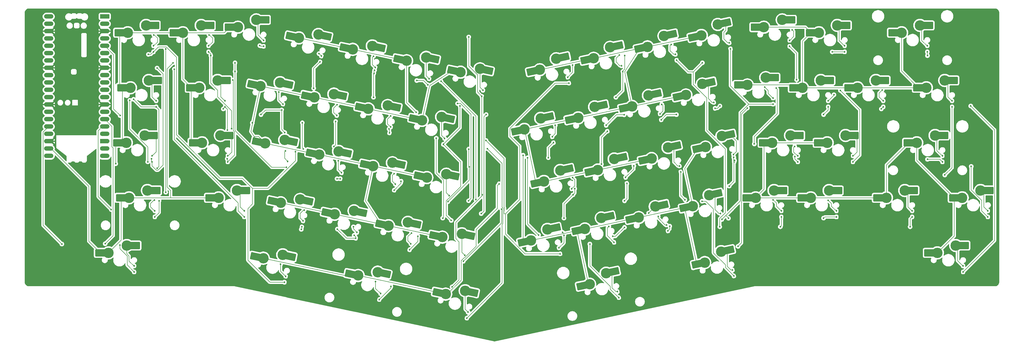
<source format=gbr>
%TF.GenerationSoftware,KiCad,Pcbnew,9.0.3*%
%TF.CreationDate,2025-08-01T16:02:48+05:00*%
%TF.ProjectId,Ayumu62,4179756d-7536-4322-9e6b-696361645f70,rev?*%
%TF.SameCoordinates,Original*%
%TF.FileFunction,Copper,L2,Bot*%
%TF.FilePolarity,Positive*%
%FSLAX46Y46*%
G04 Gerber Fmt 4.6, Leading zero omitted, Abs format (unit mm)*
G04 Created by KiCad (PCBNEW 9.0.3) date 2025-08-01 16:02:48*
%MOMM*%
%LPD*%
G01*
G04 APERTURE LIST*
G04 Aperture macros list*
%AMRoundRect*
0 Rectangle with rounded corners*
0 $1 Rounding radius*
0 $2 $3 $4 $5 $6 $7 $8 $9 X,Y pos of 4 corners*
0 Add a 4 corners polygon primitive as box body*
4,1,4,$2,$3,$4,$5,$6,$7,$8,$9,$2,$3,0*
0 Add four circle primitives for the rounded corners*
1,1,$1+$1,$2,$3*
1,1,$1+$1,$4,$5*
1,1,$1+$1,$6,$7*
1,1,$1+$1,$8,$9*
0 Add four rect primitives between the rounded corners*
20,1,$1+$1,$2,$3,$4,$5,0*
20,1,$1+$1,$4,$5,$6,$7,0*
20,1,$1+$1,$6,$7,$8,$9,0*
20,1,$1+$1,$8,$9,$2,$3,0*%
%AMFreePoly0*
4,1,37,0.800000,0.796148,0.878414,0.796148,1.032228,0.765552,1.177117,0.705537,1.307515,0.618408,1.418408,0.507515,1.505537,0.377117,1.565552,0.232228,1.596148,0.078414,1.596148,-0.078414,1.565552,-0.232228,1.505537,-0.377117,1.418408,-0.507515,1.307515,-0.618408,1.177117,-0.705537,1.032228,-0.765552,0.878414,-0.796148,0.800000,-0.796148,0.800000,-0.800000,-1.400000,-0.800000,
-1.403843,-0.796157,-1.439018,-0.796157,-1.511114,-0.766294,-1.566294,-0.711114,-1.596157,-0.639018,-1.596157,-0.603843,-1.600000,-0.600000,-1.600000,0.600000,-1.596157,0.603843,-1.596157,0.639018,-1.566294,0.711114,-1.511114,0.766294,-1.439018,0.796157,-1.403843,0.796157,-1.400000,0.800000,0.800000,0.800000,0.800000,0.796148,0.800000,0.796148,$1*%
%AMFreePoly1*
4,1,37,1.403843,0.796157,1.439018,0.796157,1.511114,0.766294,1.566294,0.711114,1.596157,0.639018,1.596157,0.603843,1.600000,0.600000,1.600000,-0.600000,1.596157,-0.603843,1.596157,-0.639018,1.566294,-0.711114,1.511114,-0.766294,1.439018,-0.796157,1.403843,-0.796157,1.400000,-0.800000,-0.800000,-0.800000,-0.800000,-0.796148,-0.878414,-0.796148,-1.032228,-0.765552,-1.177117,-0.705537,
-1.307515,-0.618408,-1.418408,-0.507515,-1.505537,-0.377117,-1.565552,-0.232228,-1.596148,-0.078414,-1.596148,0.078414,-1.565552,0.232228,-1.505537,0.377117,-1.418408,0.507515,-1.307515,0.618408,-1.177117,0.705537,-1.032228,0.765552,-0.878414,0.796148,-0.800000,0.796148,-0.800000,0.800000,1.400000,0.800000,1.403843,0.796157,1.403843,0.796157,$1*%
%AMFreePoly2*
4,1,37,0.603843,0.796157,0.639018,0.796157,0.711114,0.766294,0.766294,0.711114,0.796157,0.639018,0.796157,0.603843,0.800000,0.600000,0.800000,-0.600000,0.796157,-0.603843,0.796157,-0.639018,0.766294,-0.711114,0.711114,-0.766294,0.639018,-0.796157,0.603843,-0.796157,0.600000,-0.800000,0.000000,-0.800000,0.000000,-0.796148,-0.078414,-0.796148,-0.232228,-0.765552,-0.377117,-0.705537,
-0.507515,-0.618408,-0.618408,-0.507515,-0.705537,-0.377117,-0.765552,-0.232228,-0.796148,-0.078414,-0.796148,0.078414,-0.765552,0.232228,-0.705537,0.377117,-0.618408,0.507515,-0.507515,0.618408,-0.377117,0.705537,-0.232228,0.765552,-0.078414,0.796148,0.000000,0.796148,0.000000,0.800000,0.600000,0.800000,0.603843,0.796157,0.603843,0.796157,$1*%
%AMFreePoly3*
4,1,37,0.000000,0.796148,0.078414,0.796148,0.232228,0.765552,0.377117,0.705537,0.507515,0.618408,0.618408,0.507515,0.705537,0.377117,0.765552,0.232228,0.796148,0.078414,0.796148,-0.078414,0.765552,-0.232228,0.705537,-0.377117,0.618408,-0.507515,0.507515,-0.618408,0.377117,-0.705537,0.232228,-0.765552,0.078414,-0.796148,0.000000,-0.796148,0.000000,-0.800000,-0.600000,-0.800000,
-0.603843,-0.796157,-0.639018,-0.796157,-0.711114,-0.766294,-0.766294,-0.711114,-0.796157,-0.639018,-0.796157,-0.603843,-0.800000,-0.600000,-0.800000,0.600000,-0.796157,0.603843,-0.796157,0.639018,-0.766294,0.711114,-0.711114,0.766294,-0.639018,0.796157,-0.603843,0.796157,-0.600000,0.800000,0.000000,0.800000,0.000000,0.796148,0.000000,0.796148,$1*%
G04 Aperture macros list end*
%TA.AperFunction,SMDPad,CuDef*%
%ADD10RoundRect,0.250000X-1.283763X-1.295213X1.699587X-0.661082X1.283763X1.295213X-1.699587X0.661082X0*%
%TD*%
%TA.AperFunction,ComponentPad*%
%ADD11C,3.600000*%
%TD*%
%TA.AperFunction,SMDPad,CuDef*%
%ADD12RoundRect,0.250000X-1.525000X-1.000000X1.525000X-1.000000X1.525000X1.000000X-1.525000X1.000000X0*%
%TD*%
%TA.AperFunction,SMDPad,CuDef*%
%ADD13RoundRect,0.250000X-1.699587X-0.661082X1.283763X-1.295213X1.699587X0.661082X-1.283763X1.295213X0*%
%TD*%
%TA.AperFunction,ComponentPad*%
%ADD14C,3.800000*%
%TD*%
%TA.AperFunction,SMDPad,CuDef*%
%ADD15RoundRect,0.112500X-0.112500X0.187500X-0.112500X-0.187500X0.112500X-0.187500X0.112500X0.187500X0*%
%TD*%
%TA.AperFunction,SMDPad,CuDef*%
%ADD16RoundRect,0.112500X-0.149025X0.160013X-0.071058X-0.206793X0.149025X-0.160013X0.071058X0.206793X0*%
%TD*%
%TA.AperFunction,SMDPad,CuDef*%
%ADD17RoundRect,0.112500X-0.071058X0.206793X-0.149025X-0.160013X0.071058X-0.206793X0.149025X0.160013X0*%
%TD*%
%TA.AperFunction,SMDPad,CuDef*%
%ADD18FreePoly0,180.000000*%
%TD*%
%TA.AperFunction,ComponentPad*%
%ADD19RoundRect,0.200000X0.600000X0.600000X-0.600000X0.600000X-0.600000X-0.600000X0.600000X-0.600000X0*%
%TD*%
%TA.AperFunction,SMDPad,CuDef*%
%ADD20RoundRect,0.800000X0.800000X0.000010X-0.800000X0.000010X-0.800000X-0.000010X0.800000X-0.000010X0*%
%TD*%
%TA.AperFunction,ComponentPad*%
%ADD21C,1.600000*%
%TD*%
%TA.AperFunction,SMDPad,CuDef*%
%ADD22FreePoly1,180.000000*%
%TD*%
%TA.AperFunction,ComponentPad*%
%ADD23FreePoly2,180.000000*%
%TD*%
%TA.AperFunction,ComponentPad*%
%ADD24FreePoly3,180.000000*%
%TD*%
%TA.AperFunction,ViaPad*%
%ADD25C,0.600000*%
%TD*%
%TA.AperFunction,Conductor*%
%ADD26C,0.200000*%
%TD*%
G04 APERTURE END LIST*
D10*
%TO.P,SW61,1,1*%
%TO.N,Row5*%
X247375202Y-174546804D03*
D11*
X250089562Y-173969849D03*
%TO.P,SW61,2,2*%
%TO.N,Net-(D61-K)*%
X255772704Y-170165114D03*
D10*
X258491954Y-169587120D03*
%TD*%
D12*
%TO.P,SW5,1,1*%
%TO.N,Row1*%
X326632500Y-86905600D03*
D11*
X329407500Y-86905600D03*
%TO.P,SW5,2,2*%
%TO.N,Net-(D5-K)*%
X335757500Y-84365600D03*
D12*
X338537500Y-84365600D03*
%TD*%
D13*
%TO.P,SW38,1,1*%
%TO.N,Row3*%
X140529994Y-145207207D03*
D11*
X143244353Y-145784163D03*
%TO.P,SW38,2,2*%
%TO.N,Net-(D38-K)*%
X149983686Y-144619906D03*
D13*
X152702937Y-145197900D03*
%TD*%
D10*
%TO.P,SW46,1,1*%
%TO.N,Row4*%
X248768502Y-96348204D03*
D11*
X251482862Y-95771249D03*
%TO.P,SW46,2,2*%
%TO.N,Net-(D46-K)*%
X257166004Y-91966514D03*
D10*
X259885254Y-91388520D03*
%TD*%
%TO.P,SW48,1,1*%
%TO.N,Row4*%
X286036002Y-88426804D03*
D11*
X288750362Y-87849849D03*
%TO.P,SW48,2,2*%
%TO.N,Net-(D48-K)*%
X294433504Y-84045114D03*
D10*
X297152754Y-83467120D03*
%TD*%
%TO.P,SW56,1,1*%
%TO.N,Row5*%
X287435602Y-127080504D03*
D11*
X290149962Y-126503549D03*
%TO.P,SW56,2,2*%
%TO.N,Net-(D56-K)*%
X295833104Y-122698814D03*
D10*
X298552354Y-122120820D03*
%TD*%
D13*
%TO.P,SW26,1,1*%
%TO.N,Row2*%
X146822094Y-88117807D03*
D11*
X149536453Y-88694763D03*
%TO.P,SW26,2,2*%
%TO.N,Net-(D26-K)*%
X156275786Y-87530506D03*
D13*
X158995037Y-88108500D03*
%TD*%
D14*
%TO.P,H7,1,1*%
%TO.N,GND*%
X58190000Y-171170600D03*
%TD*%
D13*
%TO.P,SW42,1,1*%
%TO.N,Row4*%
X167314894Y-170376107D03*
D11*
X170029253Y-170953063D03*
%TO.P,SW42,2,2*%
%TO.N,Net-(D42-K)*%
X176768586Y-169788806D03*
D13*
X179487837Y-170366800D03*
%TD*%
%TO.P,SW31,1,1*%
%TO.N,Row3*%
X152178194Y-108731907D03*
D11*
X154892553Y-109308863D03*
%TO.P,SW31,2,2*%
%TO.N,Net-(D31-K)*%
X161631886Y-108144606D03*
D13*
X164351137Y-108722600D03*
%TD*%
D14*
%TO.P,H8,1,1*%
%TO.N,GND*%
X223231300Y-136145600D03*
%TD*%
D12*
%TO.P,SW7,1,1*%
%TO.N,Row1*%
X301867500Y-105003100D03*
D11*
X304642500Y-105003100D03*
%TO.P,SW7,2,2*%
%TO.N,Net-(D7-K)*%
X310992500Y-102463100D03*
D12*
X313772500Y-102463100D03*
%TD*%
D10*
%TO.P,SW58,1,1*%
%TO.N,Row5*%
X245743702Y-155418004D03*
D11*
X248458062Y-154841049D03*
%TO.P,SW58,2,2*%
%TO.N,Net-(D58-K)*%
X254141204Y-151036314D03*
D10*
X256860454Y-150458320D03*
%TD*%
D13*
%TO.P,SW39,1,1*%
%TO.N,Row3*%
X159163694Y-149167907D03*
D11*
X161878053Y-149744863D03*
%TO.P,SW39,2,2*%
%TO.N,Net-(D39-K)*%
X168617386Y-148580606D03*
D13*
X171336637Y-149158600D03*
%TD*%
D12*
%TO.P,SW17,1,1*%
%TO.N,Row2*%
X360446300Y-125005600D03*
D11*
X363221300Y-125005600D03*
%TO.P,SW17,2,2*%
%TO.N,Net-(D17-K)*%
X369571300Y-122465600D03*
D12*
X372351300Y-122465600D03*
%TD*%
D10*
%TO.P,SW51,1,1*%
%TO.N,Row4*%
X262046102Y-113001604D03*
D11*
X264760462Y-112424649D03*
%TO.P,SW51,2,2*%
%TO.N,Net-(D51-K)*%
X270443604Y-108619914D03*
D10*
X273162854Y-108041920D03*
%TD*%
D12*
%TO.P,SW12,1,1*%
%TO.N,Row1*%
X363780000Y-105955600D03*
D11*
X366555000Y-105955600D03*
%TO.P,SW12,2,2*%
%TO.N,Net-(D12-K)*%
X372905000Y-103415600D03*
D12*
X375685000Y-103415600D03*
%TD*%
D10*
%TO.P,SW47,1,1*%
%TO.N,Row4*%
X267402302Y-92387504D03*
D11*
X270116662Y-91810549D03*
%TO.P,SW47,2,2*%
%TO.N,Net-(D47-K)*%
X275799804Y-88005814D03*
D10*
X278519054Y-87427820D03*
%TD*%
D13*
%TO.P,SW40,1,1*%
%TO.N,Row3*%
X177797394Y-153128607D03*
D11*
X180511753Y-153705563D03*
%TO.P,SW40,2,2*%
%TO.N,Net-(D40-K)*%
X187251086Y-152541306D03*
D13*
X189970337Y-153119300D03*
%TD*%
D12*
%TO.P,SW24,1,1*%
%TO.N,Row2*%
X80887500Y-163105600D03*
D11*
X83662500Y-163105600D03*
%TO.P,SW24,2,2*%
%TO.N,Net-(D24-K)*%
X90012500Y-160565600D03*
D12*
X92792500Y-160565600D03*
%TD*%
D10*
%TO.P,SW57,1,1*%
%TO.N,Row5*%
X227110002Y-159378704D03*
D11*
X229824362Y-158801749D03*
%TO.P,SW57,2,2*%
%TO.N,Net-(D57-K)*%
X235507504Y-154997014D03*
D10*
X238226754Y-154419020D03*
%TD*%
%TO.P,SW52,1,1*%
%TO.N,Row4*%
X280679802Y-109040904D03*
D11*
X283394162Y-108463949D03*
%TO.P,SW52,2,2*%
%TO.N,Net-(D52-K)*%
X289077304Y-104659214D03*
D10*
X291796554Y-104081220D03*
%TD*%
D12*
%TO.P,SW3,1,1*%
%TO.N,Row1*%
X87555000Y-86905600D03*
D11*
X90330000Y-86905600D03*
%TO.P,SW3,2,2*%
%TO.N,Net-(D3-K)*%
X96680000Y-84365600D03*
D12*
X99460000Y-84365600D03*
%TD*%
D13*
%TO.P,SW30,1,1*%
%TO.N,Row3*%
X133544494Y-104771207D03*
D11*
X136258853Y-105348163D03*
%TO.P,SW30,2,2*%
%TO.N,Net-(D30-K)*%
X142998186Y-104183906D03*
D13*
X145717437Y-104761900D03*
%TD*%
D10*
%TO.P,SW45,1,1*%
%TO.N,Row4*%
X230134802Y-100309004D03*
D11*
X232849162Y-99732049D03*
%TO.P,SW45,2,2*%
%TO.N,Net-(D45-K)*%
X238532304Y-95927314D03*
D10*
X241251554Y-95349320D03*
%TD*%
D12*
%TO.P,SW20,1,1*%
%TO.N,Row2*%
X304725000Y-144055600D03*
D11*
X307500000Y-144055600D03*
%TO.P,SW20,2,2*%
%TO.N,Net-(D20-K)*%
X313850000Y-141515600D03*
D12*
X316630000Y-141515600D03*
%TD*%
D10*
%TO.P,SW55,1,1*%
%TO.N,Row4*%
X268801902Y-131041204D03*
D11*
X271516262Y-130464249D03*
%TO.P,SW55,2,2*%
%TO.N,Net-(D55-K)*%
X277199404Y-126659514D03*
D10*
X279918654Y-126081520D03*
%TD*%
D13*
%TO.P,SW37,1,1*%
%TO.N,Row3*%
X191074994Y-136475307D03*
D11*
X193789353Y-137052263D03*
%TO.P,SW37,2,2*%
%TO.N,Net-(D37-K)*%
X200528686Y-135888006D03*
D13*
X203247937Y-136466000D03*
%TD*%
D10*
%TO.P,SW50,1,1*%
%TO.N,Row4*%
X243412402Y-116962304D03*
D11*
X246126762Y-116385349D03*
%TO.P,SW50,2,2*%
%TO.N,Net-(D50-K)*%
X251809904Y-112580614D03*
D10*
X254529154Y-112002620D03*
%TD*%
D14*
%TO.P,H6,1,1*%
%TO.N,GND*%
X57190000Y-81015600D03*
%TD*%
D13*
%TO.P,SW34,1,1*%
%TO.N,Row3*%
X135173894Y-124593107D03*
D11*
X137888253Y-125170063D03*
%TO.P,SW34,2,2*%
%TO.N,Net-(D34-K)*%
X144627586Y-124005806D03*
D13*
X147346837Y-124583800D03*
%TD*%
D12*
%TO.P,SW10,1,1*%
%TO.N,Row1*%
X320917500Y-105955600D03*
D11*
X323692500Y-105955600D03*
%TO.P,SW10,2,2*%
%TO.N,Net-(D10-K)*%
X330042500Y-103415600D03*
D12*
X332822500Y-103415600D03*
%TD*%
%TO.P,SW8,1,1*%
%TO.N,Row1*%
X88507500Y-105955600D03*
D11*
X91282500Y-105955600D03*
%TO.P,SW8,2,2*%
%TO.N,Net-(D8-K)*%
X97632500Y-103415600D03*
D12*
X100412500Y-103415600D03*
%TD*%
%TO.P,SW13,1,1*%
%TO.N,Row1*%
X87078800Y-125005600D03*
D11*
X89853800Y-125005600D03*
%TO.P,SW13,2,2*%
%TO.N,Net-(D13-K)*%
X96203800Y-122465600D03*
D12*
X98983800Y-122465600D03*
%TD*%
%TO.P,SW1,1,1*%
%TO.N,Row1*%
X125655000Y-85000600D03*
D11*
X128430000Y-85000600D03*
%TO.P,SW1,2,2*%
%TO.N,Net-(D1-K)*%
X134780000Y-82460600D03*
D12*
X137560000Y-82460600D03*
%TD*%
%TO.P,SW21,1,1*%
%TO.N,Row2*%
X323775000Y-144055600D03*
D11*
X326550000Y-144055600D03*
%TO.P,SW21,2,2*%
%TO.N,Net-(D21-K)*%
X332900000Y-141515600D03*
D12*
X335680000Y-141515600D03*
%TD*%
D13*
%TO.P,SW29,1,1*%
%TO.N,Row3*%
X202723194Y-100000007D03*
D11*
X205437553Y-100576963D03*
%TO.P,SW29,2,2*%
%TO.N,Net-(D29-K)*%
X212176886Y-99412706D03*
D13*
X214896137Y-99990700D03*
%TD*%
D12*
%TO.P,SW11,1,1*%
%TO.N,Row1*%
X339967500Y-105955600D03*
D11*
X342742500Y-105955600D03*
%TO.P,SW11,2,2*%
%TO.N,Net-(D11-K)*%
X349092500Y-103415600D03*
D12*
X351872500Y-103415600D03*
%TD*%
D13*
%TO.P,SW44,1,1*%
%TO.N,Row4*%
X134507894Y-164376507D03*
D11*
X137222253Y-164953463D03*
%TO.P,SW44,2,2*%
%TO.N,Net-(D44-K)*%
X143961586Y-163789206D03*
D13*
X146680837Y-164367200D03*
%TD*%
D12*
%TO.P,SW2,1,1*%
%TO.N,Row1*%
X307582500Y-85000600D03*
D11*
X310357500Y-85000600D03*
%TO.P,SW2,2,2*%
%TO.N,Net-(D2-K)*%
X316707500Y-82460600D03*
D12*
X319487500Y-82460600D03*
%TD*%
%TO.P,SW14,1,1*%
%TO.N,Row1*%
X113272500Y-125005600D03*
D11*
X116047500Y-125005600D03*
%TO.P,SW14,2,2*%
%TO.N,Net-(D14-K)*%
X122397500Y-122465600D03*
D12*
X125177500Y-122465600D03*
%TD*%
%TO.P,SW9,1,1*%
%TO.N,Row1*%
X112320000Y-105955600D03*
D11*
X115095000Y-105955600D03*
%TO.P,SW9,2,2*%
%TO.N,Net-(D9-K)*%
X121445000Y-103415600D03*
D12*
X124225000Y-103415600D03*
%TD*%
D10*
%TO.P,SW60,1,1*%
%TO.N,Row5*%
X283011202Y-147496504D03*
D11*
X285725562Y-146919549D03*
%TO.P,SW60,2,2*%
%TO.N,Net-(D60-K)*%
X291408704Y-143114814D03*
D10*
X294127954Y-142536820D03*
%TD*%
D13*
%TO.P,SW27,1,1*%
%TO.N,Row2*%
X165455794Y-92078607D03*
D11*
X168170153Y-92655563D03*
%TO.P,SW27,2,2*%
%TO.N,Net-(D27-K)*%
X174909486Y-91491306D03*
D13*
X177628737Y-92069300D03*
%TD*%
D10*
%TO.P,SW62,1,1*%
%TO.N,Row5*%
X287169902Y-167061904D03*
D11*
X289884262Y-166484949D03*
%TO.P,SW62,2,2*%
%TO.N,Net-(D62-K)*%
X295567404Y-162680214D03*
D10*
X298286654Y-162102220D03*
%TD*%
%TO.P,SW49,1,1*%
%TO.N,Row4*%
X224778702Y-120923004D03*
D11*
X227493062Y-120346049D03*
%TO.P,SW49,2,2*%
%TO.N,Net-(D49-K)*%
X233176204Y-116541314D03*
D10*
X235895454Y-115963320D03*
%TD*%
D13*
%TO.P,SW28,1,1*%
%TO.N,Row2*%
X184089494Y-96039307D03*
D11*
X186803853Y-96616263D03*
%TO.P,SW28,2,2*%
%TO.N,Net-(D28-K)*%
X193543186Y-95452006D03*
D13*
X196262437Y-96030000D03*
%TD*%
D14*
%TO.P,H10,1,1*%
%TO.N,GND*%
X389272500Y-172170600D03*
%TD*%
D13*
%TO.P,SW33,1,1*%
%TO.N,Row3*%
X189445594Y-116653307D03*
D11*
X192159953Y-117230263D03*
%TO.P,SW33,2,2*%
%TO.N,Net-(D33-K)*%
X198899286Y-116066006D03*
D13*
X201618537Y-116644000D03*
%TD*%
%TO.P,SW32,1,1*%
%TO.N,Row3*%
X170811894Y-112692607D03*
D11*
X173526253Y-113269563D03*
%TO.P,SW32,2,2*%
%TO.N,Net-(D32-K)*%
X180265586Y-112105306D03*
D13*
X182984837Y-112683300D03*
%TD*%
D12*
%TO.P,SW19,1,1*%
%TO.N,Row2*%
X118987500Y-144055600D03*
D11*
X121762500Y-144055600D03*
%TO.P,SW19,2,2*%
%TO.N,Net-(D19-K)*%
X128112500Y-141515600D03*
D12*
X130892500Y-141515600D03*
%TD*%
%TO.P,SW22,1,1*%
%TO.N,Row2*%
X349968800Y-144055600D03*
D11*
X352743800Y-144055600D03*
%TO.P,SW22,2,2*%
%TO.N,Net-(D22-K)*%
X359093800Y-141515600D03*
D12*
X361873800Y-141515600D03*
%TD*%
D13*
%TO.P,SW41,1,1*%
%TO.N,Row3*%
X196431194Y-157089307D03*
D11*
X199145553Y-157666263D03*
%TO.P,SW41,2,2*%
%TO.N,Net-(D41-K)*%
X205884886Y-156502006D03*
D13*
X208604137Y-157080000D03*
%TD*%
D12*
%TO.P,SW4,1,1*%
%TO.N,Row1*%
X106605000Y-86905600D03*
D11*
X109380000Y-86905600D03*
%TO.P,SW4,2,2*%
%TO.N,Net-(D4-K)*%
X115730000Y-84365600D03*
D12*
X118510000Y-84365600D03*
%TD*%
%TO.P,SW23,1,1*%
%TO.N,Row2*%
X376162500Y-144055600D03*
D11*
X378937500Y-144055600D03*
%TO.P,SW23,2,2*%
%TO.N,Net-(D23-K)*%
X385287500Y-141515600D03*
D12*
X388067500Y-141515600D03*
%TD*%
D13*
%TO.P,SW36,1,1*%
%TO.N,Row3*%
X172441294Y-132514607D03*
D11*
X175155653Y-133091563D03*
%TO.P,SW36,2,2*%
%TO.N,Net-(D36-K)*%
X181894986Y-131927306D03*
D13*
X184614237Y-132505300D03*
%TD*%
%TO.P,SW35,1,1*%
%TO.N,Row3*%
X153807594Y-128553807D03*
D11*
X156521953Y-129130763D03*
%TO.P,SW35,2,2*%
%TO.N,Net-(D35-K)*%
X163261286Y-127966506D03*
D13*
X165980537Y-128544500D03*
%TD*%
D12*
%TO.P,SW6,1,1*%
%TO.N,Row1*%
X355207500Y-86905600D03*
D11*
X357982500Y-86905600D03*
%TO.P,SW6,2,2*%
%TO.N,Net-(D6-K)*%
X364332500Y-84365600D03*
D12*
X367112500Y-84365600D03*
%TD*%
D10*
%TO.P,SW54,1,1*%
%TO.N,Row4*%
X250168202Y-135001904D03*
D11*
X252882562Y-134424949D03*
%TO.P,SW54,2,2*%
%TO.N,Net-(D54-K)*%
X258565704Y-130620214D03*
D10*
X261284954Y-130042220D03*
%TD*%
D14*
%TO.P,H9,1,1*%
%TO.N,GND*%
X389272500Y-81015600D03*
%TD*%
D12*
%TO.P,SW16,1,1*%
%TO.N,Row2*%
X329490000Y-125005600D03*
D11*
X332265000Y-125005600D03*
%TO.P,SW16,2,2*%
%TO.N,Net-(D16-K)*%
X338615000Y-122465600D03*
D12*
X341395000Y-122465600D03*
%TD*%
D13*
%TO.P,SW43,1,1*%
%TO.N,Row4*%
X197594694Y-176812307D03*
D11*
X200309053Y-177389263D03*
%TO.P,SW43,2,2*%
%TO.N,Net-(D43-K)*%
X207048386Y-176225006D03*
D13*
X209767637Y-176803000D03*
%TD*%
D12*
%TO.P,SW25,1,1*%
%TO.N,Row2*%
X367590000Y-163105600D03*
D11*
X370365000Y-163105600D03*
%TO.P,SW25,2,2*%
%TO.N,Net-(D25-K)*%
X376715000Y-160565600D03*
D12*
X379495000Y-160565600D03*
%TD*%
%TO.P,SW15,1,1*%
%TO.N,Row2*%
X310440000Y-125005600D03*
D11*
X313215000Y-125005600D03*
%TO.P,SW15,2,2*%
%TO.N,Net-(D15-K)*%
X319565000Y-122465600D03*
D12*
X322345000Y-122465600D03*
%TD*%
D10*
%TO.P,SW59,1,1*%
%TO.N,Row5*%
X264377402Y-151457204D03*
D11*
X267091762Y-150880249D03*
%TO.P,SW59,2,2*%
%TO.N,Net-(D59-K)*%
X272774904Y-147075514D03*
D10*
X275494154Y-146497520D03*
%TD*%
D12*
%TO.P,SW18,1,1*%
%TO.N,Row2*%
X88031300Y-144055600D03*
D11*
X90806300Y-144055600D03*
%TO.P,SW18,2,2*%
%TO.N,Net-(D18-K)*%
X97156300Y-141515600D03*
D12*
X99936300Y-141515600D03*
%TD*%
D10*
%TO.P,SW53,1,1*%
%TO.N,Row4*%
X231534502Y-138962604D03*
D11*
X234248862Y-138385649D03*
%TO.P,SW53,2,2*%
%TO.N,Net-(D53-K)*%
X239932004Y-134580914D03*
D10*
X242651254Y-134002920D03*
%TD*%
D15*
%TO.P,D16,1,K*%
%TO.N,Net-(D16-K)*%
X341155000Y-129525600D03*
%TO.P,D16,2,A*%
%TO.N,Col3*%
X341155000Y-131625600D03*
%TD*%
%TO.P,D3,1,K*%
%TO.N,Net-(D3-K)*%
X99220000Y-91425600D03*
%TO.P,D3,2,A*%
%TO.N,Col4*%
X99220000Y-93525600D03*
%TD*%
D16*
%TO.P,D49,1,K*%
%TO.N,Net-(D49-K)*%
X237128593Y-122918945D03*
%TO.P,D49,2,A*%
%TO.N,Col9*%
X237565207Y-124973055D03*
%TD*%
D17*
%TO.P,D31,1,K*%
%TO.N,Net-(D31-K)*%
X162648507Y-115578445D03*
%TO.P,D31,2,A*%
%TO.N,Col4*%
X162211893Y-117632555D03*
%TD*%
%TO.P,D33,1,K*%
%TO.N,Net-(D33-K)*%
X199915907Y-123499845D03*
%TO.P,D33,2,A*%
%TO.N,Col6*%
X199479293Y-125553955D03*
%TD*%
D15*
%TO.P,D15,1,K*%
%TO.N,Net-(D15-K)*%
X322105000Y-129525600D03*
%TO.P,D15,2,A*%
%TO.N,Col2*%
X322105000Y-131625600D03*
%TD*%
%TO.P,D5,1,K*%
%TO.N,Net-(D5-K)*%
X338297500Y-91425600D03*
%TO.P,D5,2,A*%
%TO.N,Col6*%
X338297500Y-93525600D03*
%TD*%
D17*
%TO.P,D41,1,K*%
%TO.N,Net-(D41-K)*%
X206901507Y-163935845D03*
%TO.P,D41,2,A*%
%TO.N,Col14*%
X206464893Y-165989955D03*
%TD*%
D15*
%TO.P,D1,1,K*%
%TO.N,Net-(D1-K)*%
X137320000Y-89520600D03*
%TO.P,D1,2,A*%
%TO.N,Col2*%
X137320000Y-91620600D03*
%TD*%
D17*
%TO.P,D38,1,K*%
%TO.N,Net-(D38-K)*%
X151000307Y-152053745D03*
%TO.P,D38,2,A*%
%TO.N,Col11*%
X150563693Y-154107855D03*
%TD*%
D15*
%TO.P,D6,1,K*%
%TO.N,Net-(D6-K)*%
X366872500Y-91425600D03*
%TO.P,D6,2,A*%
%TO.N,Col7*%
X366872500Y-93525600D03*
%TD*%
D16*
%TO.P,D54,1,K*%
%TO.N,Net-(D54-K)*%
X262517993Y-136997845D03*
%TO.P,D54,2,A*%
%TO.N,Col14*%
X262954607Y-139051955D03*
%TD*%
%TO.P,D61,1,K*%
%TO.N,Net-(D61-K)*%
X259725093Y-176542645D03*
%TO.P,D61,2,A*%
%TO.N,Col9*%
X260161707Y-178596755D03*
%TD*%
D17*
%TO.P,D27,1,K*%
%TO.N,Net-(D27-K)*%
X175926107Y-98925045D03*
%TO.P,D27,2,A*%
%TO.N,Col14*%
X175489493Y-100979155D03*
%TD*%
D15*
%TO.P,D14,1,K*%
%TO.N,Net-(D14-K)*%
X124937500Y-129525600D03*
%TO.P,D14,2,A*%
%TO.N,Col15*%
X124937500Y-131625600D03*
%TD*%
%TO.P,D8,1,K*%
%TO.N,Net-(D8-K)*%
X100172500Y-110475600D03*
%TO.P,D8,2,A*%
%TO.N,Col9*%
X100172500Y-112575600D03*
%TD*%
D17*
%TO.P,D43,1,K*%
%TO.N,Net-(D43-K)*%
X208065007Y-183658745D03*
%TO.P,D43,2,A*%
%TO.N,Col3*%
X207628393Y-185712855D03*
%TD*%
D15*
%TO.P,D24,1,K*%
%TO.N,Net-(D24-K)*%
X92552500Y-167625600D03*
%TO.P,D24,2,A*%
%TO.N,Col11*%
X92552500Y-169725600D03*
%TD*%
%TO.P,D19,1,K*%
%TO.N,Net-(D19-K)*%
X130652500Y-148575600D03*
%TO.P,D19,2,A*%
%TO.N,Col6*%
X130652500Y-150675600D03*
%TD*%
D16*
%TO.P,D50,1,K*%
%TO.N,Net-(D50-K)*%
X255762293Y-118958245D03*
%TO.P,D50,2,A*%
%TO.N,Col10*%
X256198907Y-121012355D03*
%TD*%
D17*
%TO.P,D30,1,K*%
%TO.N,Net-(D30-K)*%
X144014807Y-111617745D03*
%TO.P,D30,2,A*%
%TO.N,Col3*%
X143578193Y-113671855D03*
%TD*%
%TO.P,D40,1,K*%
%TO.N,Net-(D40-K)*%
X188267807Y-159975145D03*
%TO.P,D40,2,A*%
%TO.N,Col13*%
X187831193Y-162029255D03*
%TD*%
D15*
%TO.P,D12,1,K*%
%TO.N,Net-(D12-K)*%
X375445000Y-110475600D03*
%TO.P,D12,2,A*%
%TO.N,Col13*%
X375445000Y-112575600D03*
%TD*%
D16*
%TO.P,D55,1,K*%
%TO.N,Net-(D55-K)*%
X281151793Y-133037145D03*
%TO.P,D55,2,A*%
%TO.N,Col15*%
X281588407Y-135091255D03*
%TD*%
D17*
%TO.P,D34,1,K*%
%TO.N,Net-(D34-K)*%
X145644207Y-131439645D03*
%TO.P,D34,2,A*%
%TO.N,Col7*%
X145207593Y-133493755D03*
%TD*%
%TO.P,D32,1,K*%
%TO.N,Net-(D32-K)*%
X181282207Y-119539145D03*
%TO.P,D32,2,A*%
%TO.N,Col5*%
X180845593Y-121593255D03*
%TD*%
D15*
%TO.P,D4,1,K*%
%TO.N,Net-(D4-K)*%
X118270000Y-91425600D03*
%TO.P,D4,2,A*%
%TO.N,Col5*%
X118270000Y-93525600D03*
%TD*%
D16*
%TO.P,D51,1,K*%
%TO.N,Net-(D51-K)*%
X274395993Y-114997545D03*
%TO.P,D51,2,A*%
%TO.N,Col11*%
X274832607Y-117051655D03*
%TD*%
D15*
%TO.P,D23,1,K*%
%TO.N,Net-(D23-K)*%
X387827500Y-148575600D03*
%TO.P,D23,2,A*%
%TO.N,Col10*%
X387827500Y-150675600D03*
%TD*%
%TO.P,D25,1,K*%
%TO.N,Net-(D25-K)*%
X379255000Y-167625600D03*
%TO.P,D25,2,A*%
%TO.N,Col12*%
X379255000Y-169725600D03*
%TD*%
%TO.P,D20,1,K*%
%TO.N,Net-(D20-K)*%
X316390000Y-148575600D03*
%TO.P,D20,2,A*%
%TO.N,Col7*%
X316390000Y-150675600D03*
%TD*%
%TO.P,D18,1,K*%
%TO.N,Net-(D18-K)*%
X99696300Y-148575600D03*
%TO.P,D18,2,A*%
%TO.N,Col5*%
X99696300Y-150675600D03*
%TD*%
D17*
%TO.P,D28,1,K*%
%TO.N,Net-(D28-K)*%
X194559807Y-102885845D03*
%TO.P,D28,2,A*%
%TO.N,Col15*%
X194123193Y-104939955D03*
%TD*%
D16*
%TO.P,D62,1,K*%
%TO.N,Net-(D62-K)*%
X299519793Y-169057845D03*
%TO.P,D62,2,A*%
%TO.N,Col15*%
X299956407Y-171111955D03*
%TD*%
D17*
%TO.P,D36,1,K*%
%TO.N,Net-(D36-K)*%
X182911607Y-139361045D03*
%TO.P,D36,2,A*%
%TO.N,Col9*%
X182474993Y-141415155D03*
%TD*%
D15*
%TO.P,D13,1,K*%
%TO.N,Net-(D13-K)*%
X98743800Y-129525600D03*
%TO.P,D13,2,A*%
%TO.N,Col14*%
X98743800Y-131625600D03*
%TD*%
D16*
%TO.P,D45,1,K*%
%TO.N,Net-(D45-K)*%
X242484693Y-102304945D03*
%TO.P,D45,2,A*%
%TO.N,Col5*%
X242921307Y-104359055D03*
%TD*%
D15*
%TO.P,D21,1,K*%
%TO.N,Net-(D21-K)*%
X335440000Y-148575600D03*
%TO.P,D21,2,A*%
%TO.N,Col8*%
X335440000Y-150675600D03*
%TD*%
D16*
%TO.P,D53,1,K*%
%TO.N,Net-(D53-K)*%
X243884293Y-140958545D03*
%TO.P,D53,2,A*%
%TO.N,Col13*%
X244320907Y-143012655D03*
%TD*%
%TO.P,D48,1,K*%
%TO.N,Net-(D48-K)*%
X298385793Y-90422745D03*
%TO.P,D48,2,A*%
%TO.N,Col8*%
X298822407Y-92476855D03*
%TD*%
D15*
%TO.P,D9,1,K*%
%TO.N,Net-(D9-K)*%
X123985000Y-110475600D03*
%TO.P,D9,2,A*%
%TO.N,Col10*%
X123985000Y-112575600D03*
%TD*%
D16*
%TO.P,D57,1,K*%
%TO.N,Net-(D57-K)*%
X239459893Y-161374645D03*
%TO.P,D57,2,A*%
%TO.N,Col5*%
X239896507Y-163428755D03*
%TD*%
%TO.P,D56,1,K*%
%TO.N,Net-(D56-K)*%
X299785493Y-129076445D03*
%TO.P,D56,2,A*%
%TO.N,Col2*%
X300222107Y-131130555D03*
%TD*%
D17*
%TO.P,D44,1,K*%
%TO.N,Net-(D44-K)*%
X144978207Y-171223045D03*
%TO.P,D44,2,A*%
%TO.N,Col4*%
X144541593Y-173277155D03*
%TD*%
D15*
%TO.P,D11,1,K*%
%TO.N,Net-(D11-K)*%
X351632500Y-110475600D03*
%TO.P,D11,2,A*%
%TO.N,Col12*%
X351632500Y-112575600D03*
%TD*%
%TO.P,D17,1,K*%
%TO.N,Net-(D17-K)*%
X372111300Y-129525600D03*
%TO.P,D17,2,A*%
%TO.N,Col4*%
X372111300Y-131625600D03*
%TD*%
%TO.P,D2,1,K*%
%TO.N,Net-(D2-K)*%
X319247500Y-89520600D03*
%TO.P,D2,2,A*%
%TO.N,Col3*%
X319247500Y-91620600D03*
%TD*%
D17*
%TO.P,D37,1,K*%
%TO.N,Net-(D37-K)*%
X201545307Y-143321845D03*
%TO.P,D37,2,A*%
%TO.N,Col10*%
X201108693Y-145375955D03*
%TD*%
%TO.P,D39,1,K*%
%TO.N,Net-(D39-K)*%
X169634007Y-156014445D03*
%TO.P,D39,2,A*%
%TO.N,Col12*%
X169197393Y-158068555D03*
%TD*%
%TO.P,D35,1,K*%
%TO.N,Net-(D35-K)*%
X164277907Y-135400345D03*
%TO.P,D35,2,A*%
%TO.N,Col8*%
X163841293Y-137454455D03*
%TD*%
D16*
%TO.P,D58,1,K*%
%TO.N,Net-(D58-K)*%
X258093593Y-157413845D03*
%TO.P,D58,2,A*%
%TO.N,Col6*%
X258530207Y-159467955D03*
%TD*%
D15*
%TO.P,D22,1,K*%
%TO.N,Net-(D22-K)*%
X361633800Y-148575600D03*
%TO.P,D22,2,A*%
%TO.N,Col9*%
X361633800Y-150675600D03*
%TD*%
D16*
%TO.P,D52,1,K*%
%TO.N,Net-(D52-K)*%
X293029693Y-111036845D03*
%TO.P,D52,2,A*%
%TO.N,Col12*%
X293466307Y-113090955D03*
%TD*%
%TO.P,D46,1,K*%
%TO.N,Net-(D46-K)*%
X261118393Y-98344145D03*
%TO.P,D46,2,A*%
%TO.N,Col6*%
X261555007Y-100398255D03*
%TD*%
D17*
%TO.P,D29,1,K*%
%TO.N,Net-(D29-K)*%
X213193507Y-106846545D03*
%TO.P,D29,2,A*%
%TO.N,Col2*%
X212756893Y-108900655D03*
%TD*%
D15*
%TO.P,D10,1,K*%
%TO.N,Net-(D10-K)*%
X332582500Y-110475600D03*
%TO.P,D10,2,A*%
%TO.N,Col11*%
X332582500Y-112575600D03*
%TD*%
%TO.P,D7,1,K*%
%TO.N,Net-(D7-K)*%
X313532500Y-109523100D03*
%TO.P,D7,2,A*%
%TO.N,Col8*%
X313532500Y-111623100D03*
%TD*%
D16*
%TO.P,D47,1,K*%
%TO.N,Net-(D47-K)*%
X279752093Y-94383445D03*
%TO.P,D47,2,A*%
%TO.N,Col7*%
X280188707Y-96437555D03*
%TD*%
D17*
%TO.P,D42,1,K*%
%TO.N,Net-(D42-K)*%
X177785207Y-177222645D03*
%TO.P,D42,2,A*%
%TO.N,Col2*%
X177348593Y-179276755D03*
%TD*%
D16*
%TO.P,D59,1,K*%
%TO.N,Net-(D59-K)*%
X276727293Y-153453145D03*
%TO.P,D59,2,A*%
%TO.N,Col7*%
X277163907Y-155507255D03*
%TD*%
D17*
%TO.P,D26,1,K*%
%TO.N,Net-(D26-K)*%
X157292407Y-94964345D03*
%TO.P,D26,2,A*%
%TO.N,Col13*%
X156855793Y-97018455D03*
%TD*%
D16*
%TO.P,D60,1,K*%
%TO.N,Net-(D60-K)*%
X295360993Y-149492445D03*
%TO.P,D60,2,A*%
%TO.N,Col8*%
X295797607Y-151546555D03*
%TD*%
D18*
%TO.P,A1,1,GPIO0*%
%TO.N,unconnected-(A1-GPIO0-Pad1)*%
X82380000Y-81298100D03*
D19*
X81580000Y-81298100D03*
D20*
%TO.P,A1,2,GPIO1*%
%TO.N,Col1*%
X82380000Y-83838100D03*
D21*
X81580000Y-83838100D03*
D22*
%TO.P,A1,3,GND*%
%TO.N,GND*%
X82380000Y-86378100D03*
D23*
X81580000Y-86378100D03*
D20*
%TO.P,A1,4,GPIO2*%
%TO.N,Col2*%
X82380000Y-88918100D03*
D21*
X81580000Y-88918100D03*
D20*
%TO.P,A1,5,GPIO3*%
%TO.N,Col3*%
X82380000Y-91458100D03*
D21*
X81580000Y-91458100D03*
D20*
%TO.P,A1,6,GPIO4*%
%TO.N,Col4*%
X82380000Y-93998100D03*
D21*
X81580000Y-93998100D03*
D20*
%TO.P,A1,7,GPIO5*%
%TO.N,Col5*%
X82380000Y-96538100D03*
D21*
X81580000Y-96538100D03*
D22*
%TO.P,A1,8,GND*%
%TO.N,GND*%
X82380000Y-99078100D03*
D23*
X81580000Y-99078100D03*
D20*
%TO.P,A1,9,GPIO6*%
%TO.N,Col6*%
X82380000Y-101618100D03*
D21*
X81580000Y-101618100D03*
D20*
%TO.P,A1,10,GPIO7*%
%TO.N,Col7*%
X82380000Y-104158100D03*
D21*
X81580000Y-104158100D03*
D20*
%TO.P,A1,11,GPIO8*%
%TO.N,Col8*%
X82380000Y-106698100D03*
D21*
X81580000Y-106698100D03*
D20*
%TO.P,A1,12,GPIO9*%
%TO.N,Col9*%
X82380000Y-109238100D03*
D21*
X81580000Y-109238100D03*
D22*
%TO.P,A1,13,GND*%
%TO.N,GND*%
X82380000Y-111778100D03*
D23*
X81580000Y-111778100D03*
D20*
%TO.P,A1,14,GPIO10*%
%TO.N,Col10*%
X82380000Y-114318100D03*
D21*
X81580000Y-114318100D03*
D20*
%TO.P,A1,15,GPIO11*%
%TO.N,Col11*%
X82380000Y-116858100D03*
D21*
X81580000Y-116858100D03*
D20*
%TO.P,A1,16,GPIO12*%
%TO.N,Col12*%
X82380000Y-119398100D03*
D21*
X81580000Y-119398100D03*
D20*
%TO.P,A1,17,GPIO13*%
%TO.N,Col13*%
X82380000Y-121938100D03*
D21*
X81580000Y-121938100D03*
D22*
%TO.P,A1,18,GND*%
%TO.N,GND*%
X82380000Y-124478100D03*
D23*
X81580000Y-124478100D03*
D20*
%TO.P,A1,19,GPIO14*%
%TO.N,Col14*%
X82380000Y-127018100D03*
D21*
X81580000Y-127018100D03*
D20*
%TO.P,A1,20,GPIO15*%
%TO.N,Col15*%
X82380000Y-129558100D03*
D21*
X81580000Y-129558100D03*
%TO.P,A1,21,GPIO16*%
%TO.N,Row1*%
X63800000Y-129558100D03*
D20*
X63000000Y-129558100D03*
D21*
%TO.P,A1,22,GPIO17*%
%TO.N,Row2*%
X63800000Y-127018100D03*
D20*
X63000000Y-127018100D03*
D24*
%TO.P,A1,23,GND*%
%TO.N,GND*%
X63800000Y-124478100D03*
D18*
X63000000Y-124478100D03*
D21*
%TO.P,A1,24,GPIO18*%
%TO.N,Row3*%
X63800000Y-121938100D03*
D20*
X63000000Y-121938100D03*
D21*
%TO.P,A1,25,GPIO19*%
%TO.N,Row4*%
X63800000Y-119398100D03*
D20*
X63000000Y-119398100D03*
D21*
%TO.P,A1,26,GPIO20*%
%TO.N,Row5*%
X63800000Y-116858100D03*
D20*
X63000000Y-116858100D03*
D21*
%TO.P,A1,27,GPIO21*%
%TO.N,unconnected-(A1-GPIO21-Pad27)*%
X63800000Y-114318100D03*
D20*
X63000000Y-114318100D03*
D24*
%TO.P,A1,28,GND*%
%TO.N,GND*%
X63800000Y-111778100D03*
D18*
X63000000Y-111778100D03*
D21*
%TO.P,A1,29,GPIO22*%
%TO.N,unconnected-(A1-GPIO22-Pad29)*%
X63800000Y-109238100D03*
D20*
X63000000Y-109238100D03*
D21*
%TO.P,A1,30,RUN*%
%TO.N,unconnected-(A1-RUN-Pad30)*%
X63800000Y-106698100D03*
D20*
X63000000Y-106698100D03*
D21*
%TO.P,A1,31,GPIO26_ADC0*%
%TO.N,unconnected-(A1-GPIO26_ADC0-Pad31)*%
X63800000Y-104158100D03*
D20*
X63000000Y-104158100D03*
D21*
%TO.P,A1,32,GPIO27_ADC1*%
%TO.N,unconnected-(A1-GPIO27_ADC1-Pad32)*%
X63800000Y-101618100D03*
D20*
X63000000Y-101618100D03*
D24*
%TO.P,A1,33,AGND*%
%TO.N,GND*%
X63800000Y-99078100D03*
D18*
X63000000Y-99078100D03*
D21*
%TO.P,A1,34,GPIO28_ADC2*%
%TO.N,unconnected-(A1-GPIO28_ADC2-Pad34)*%
X63800000Y-96538100D03*
D20*
X63000000Y-96538100D03*
D21*
%TO.P,A1,35,ADC_VREF*%
%TO.N,unconnected-(A1-ADC_VREF-Pad35)*%
X63800000Y-93998100D03*
D20*
X63000000Y-93998100D03*
D21*
%TO.P,A1,36,3V3*%
%TO.N,unconnected-(A1-3V3-Pad36)*%
X63800000Y-91458100D03*
D20*
X63000000Y-91458100D03*
D21*
%TO.P,A1,37,3V3_EN*%
%TO.N,unconnected-(A1-3V3_EN-Pad37)*%
X63800000Y-88918100D03*
D20*
X63000000Y-88918100D03*
D24*
%TO.P,A1,38,GND*%
%TO.N,GND*%
X63800000Y-86378100D03*
D18*
X63000000Y-86378100D03*
D21*
%TO.P,A1,39,VSYS*%
%TO.N,unconnected-(A1-VSYS-Pad39)*%
X63800000Y-83838100D03*
D20*
X63000000Y-83838100D03*
D21*
%TO.P,A1,40,VBUS*%
%TO.N,unconnected-(A1-VBUS-Pad40)*%
X63800000Y-81298100D03*
D20*
X63000000Y-81298100D03*
%TD*%
D25*
%TO.N,Net-(D2-K)*%
X320178500Y-85929500D03*
%TO.N,Col2*%
X299943800Y-130041300D03*
X321095300Y-129797900D03*
X181357200Y-174743700D03*
X136007300Y-91352900D03*
X212947000Y-143003000D03*
X202526100Y-174874900D03*
X208265600Y-88366000D03*
X298339200Y-140010600D03*
%TO.N,Col3*%
X144637100Y-121446300D03*
X87714100Y-115579800D03*
X314614200Y-106075600D03*
X136416800Y-115248100D03*
X321669500Y-103187200D03*
X307057700Y-125403900D03*
X336834600Y-106918400D03*
X214699300Y-127039000D03*
%TO.N,Net-(D3-K)*%
X99340800Y-87663100D03*
%TO.N,Col4*%
X148391600Y-128097000D03*
X366931700Y-130735800D03*
X161662300Y-126260700D03*
X97498200Y-94398100D03*
%TO.N,Net-(D4-K)*%
X118454600Y-87663100D03*
%TO.N,Col5*%
X214253000Y-124208800D03*
X119056400Y-94829600D03*
X103486100Y-92499500D03*
X180708800Y-120239000D03*
X126253600Y-120107700D03*
X103486100Y-142130200D03*
X101158100Y-145060400D03*
%TO.N,Col6*%
X202229900Y-151887600D03*
X106479800Y-99518500D03*
X256730800Y-153949700D03*
X259158500Y-109274300D03*
X262213700Y-94822800D03*
X205271900Y-112261200D03*
X334001000Y-93540100D03*
%TO.N,Net-(D7-K)*%
X310631100Y-105692300D03*
%TO.N,Col7*%
X316038800Y-154077800D03*
X127435700Y-100313600D03*
X127435700Y-97326700D03*
X289095500Y-97326700D03*
X277802400Y-153886900D03*
X366931700Y-94829600D03*
X295082900Y-154077800D03*
%TO.N,Col8*%
X298108300Y-151122600D03*
X91029600Y-110295300D03*
X97260100Y-131630100D03*
X331007300Y-151090900D03*
X162722300Y-137464700D03*
%TO.N,Col9*%
X228645200Y-130182600D03*
X100494000Y-133834600D03*
X184883400Y-138302300D03*
X360944300Y-154077800D03*
X250162600Y-160066400D03*
X92344700Y-109947100D03*
X235810700Y-130182600D03*
X232435000Y-156909700D03*
%TO.N,Col10*%
X382070200Y-133169500D03*
X123377100Y-113290600D03*
X124815500Y-120586900D03*
X254148100Y-132410400D03*
X208266000Y-127193700D03*
X208459700Y-133363700D03*
%TO.N,Net-(D10-K)*%
X334602700Y-108371200D03*
%TO.N,Col11*%
X212590000Y-149515637D03*
X331007300Y-115248100D03*
X150356100Y-154998500D03*
X214304700Y-115246800D03*
X82530200Y-159926200D03*
X87623500Y-160411600D03*
X280114400Y-115248100D03*
%TO.N,Net-(D11-K)*%
X351282400Y-106713300D03*
%TO.N,Col12*%
X168654200Y-156999600D03*
X84600500Y-148104000D03*
X295153000Y-112261200D03*
X301400100Y-160855700D03*
X162839200Y-154883800D03*
X304629300Y-112992800D03*
X381900200Y-112261200D03*
X350961500Y-113290600D03*
%TO.N,Col13*%
X197059900Y-123412100D03*
X372919100Y-136156400D03*
X244940900Y-140873000D03*
X241196300Y-151090900D03*
X190675500Y-157351200D03*
X199284500Y-151090900D03*
X154650700Y-106111600D03*
%TO.N,Col14*%
X175334900Y-109274300D03*
X219640400Y-147957800D03*
X98543200Y-130549200D03*
X208237700Y-145089300D03*
X100492400Y-99118500D03*
X262152200Y-145117100D03*
X175708000Y-99910200D03*
X204439400Y-111430400D03*
%TO.N,Net-(D15-K)*%
X321001800Y-126308600D03*
%TO.N,Col15*%
X198686500Y-103734900D03*
X210789700Y-144651000D03*
X190303400Y-103468400D03*
X124736900Y-130550800D03*
X288972500Y-145234000D03*
X126668400Y-103300500D03*
X283050600Y-144731600D03*
%TO.N,Net-(D18-K)*%
X99578900Y-144813300D03*
%TO.N,Net-(D20-K)*%
X313556700Y-144745000D03*
%TO.N,Net-(D21-K)*%
X332570300Y-144896600D03*
%TO.N,Net-(D26-K)*%
X156474600Y-94152400D03*
%TO.N,Net-(D27-K)*%
X175334900Y-95057000D03*
%TO.N,Net-(D30-K)*%
X142629000Y-107396900D03*
%TO.N,Net-(D31-K)*%
X162759300Y-111806900D03*
%TO.N,Net-(D32-K)*%
X181322300Y-115753200D03*
%TO.N,Net-(D34-K)*%
X144911900Y-127855900D03*
%TO.N,Net-(D35-K)*%
X163169200Y-131250800D03*
%TO.N,Net-(D36-K)*%
X182508700Y-135702400D03*
%TO.N,Net-(D38-K)*%
X151385300Y-148304400D03*
%TO.N,Net-(D39-K)*%
X168385700Y-154077800D03*
%TO.N,Net-(D40-K)*%
X188510000Y-156242300D03*
%TO.N,Net-(D42-K)*%
X176063500Y-173008900D03*
%TO.N,Net-(D44-K)*%
X143207100Y-167014300D03*
%TO.N,Net-(D45-K)*%
X244190000Y-98121900D03*
%TO.N,Net-(D46-K)*%
X260383500Y-94638900D03*
%TO.N,Net-(D47-K)*%
X278325500Y-90983600D03*
%TO.N,Net-(D49-K)*%
X238202600Y-118950100D03*
%TO.N,Net-(D50-K)*%
X262024700Y-115330300D03*
%TO.N,Net-(D51-K)*%
X275051500Y-111732200D03*
%TO.N,Net-(D53-K)*%
X244190000Y-137012400D03*
%TO.N,Net-(D54-K)*%
X265375700Y-132981800D03*
%TO.N,Net-(D57-K)*%
X241199100Y-157040200D03*
%TO.N,Net-(D58-K)*%
X262152200Y-154285200D03*
%TO.N,Net-(D59-K)*%
X270506500Y-149367400D03*
X273807600Y-150492600D03*
%TO.N,Row1*%
X86197300Y-132241100D03*
%TO.N,Row2*%
X190110500Y-114433000D03*
X106058500Y-97326700D03*
%TO.N,Row3*%
X133423100Y-118121000D03*
%TO.N,Row4*%
X67561700Y-160051600D03*
X218790000Y-139215637D03*
%TO.N,Row5*%
X151094600Y-127117900D03*
X150722500Y-118073800D03*
X227090000Y-129315637D03*
X240743600Y-156009600D03*
%TO.N,GND*%
X305690000Y-110115637D03*
X384590000Y-157815637D03*
X92490000Y-112315637D03*
X206990000Y-130615637D03*
X295390000Y-145415637D03*
X110290000Y-121515637D03*
X381190000Y-152715637D03*
X263090000Y-126515637D03*
X100890000Y-106115637D03*
X286490000Y-133215637D03*
X225590000Y-146715637D03*
X227290000Y-125215637D03*
X202390000Y-132015637D03*
X260390000Y-154315637D03*
X125572500Y-139345600D03*
X135097500Y-139115637D03*
X281290000Y-152315637D03*
X231268152Y-162174917D03*
X215690000Y-131215637D03*
X206490000Y-106815637D03*
X283190000Y-140815637D03*
X190990000Y-144659239D03*
X283290000Y-131015637D03*
X288690000Y-152615637D03*
X300190000Y-144115637D03*
X107490000Y-142315637D03*
X199990000Y-89215637D03*
X223090000Y-145115637D03*
X299090000Y-157215637D03*
X232190000Y-166115637D03*
X242690000Y-153115637D03*
X250690000Y-151015637D03*
X267990000Y-137315637D03*
X225190000Y-149515637D03*
X250090000Y-124115637D03*
X283790000Y-127215637D03*
X217890000Y-89315637D03*
X178690000Y-142115637D03*
X240890000Y-119815637D03*
X263390000Y-158115637D03*
X388462500Y-165645600D03*
X82790000Y-134215637D03*
X220590000Y-111615637D03*
X209790000Y-148015637D03*
X177214930Y-130715637D03*
X94490000Y-99515637D03*
X237690000Y-162215637D03*
X107090000Y-128015637D03*
X243390000Y-88415637D03*
X279390000Y-146015637D03*
X93890000Y-103215637D03*
X112590000Y-140215637D03*
X215990000Y-154615637D03*
X76995050Y-137070600D03*
X298390000Y-133115637D03*
X222990000Y-131215637D03*
X216090000Y-145515637D03*
X287090000Y-137715637D03*
X239890000Y-115515637D03*
X216758320Y-160683061D03*
X289990000Y-157515637D03*
X234890000Y-150015637D03*
X219690000Y-124015637D03*
X92190000Y-136515637D03*
X218290000Y-115815637D03*
X222890000Y-161615637D03*
X209390000Y-153815637D03*
X107305587Y-133083976D03*
X210190000Y-112615637D03*
X109690000Y-116415637D03*
X174744541Y-125863056D03*
X82790000Y-143115637D03*
X108990000Y-109515637D03*
X189490000Y-130815637D03*
X206590000Y-146415637D03*
X228634204Y-155715637D03*
X160190000Y-127515637D03*
X206890000Y-134715637D03*
X171990000Y-140115637D03*
X281390000Y-157615637D03*
X216690000Y-136515637D03*
%TD*%
D26*
%TO.N,Net-(D1-K)*%
X137320000Y-89520600D02*
X137246700Y-89520600D01*
X137560000Y-82460600D02*
X134780000Y-82460600D01*
X135401700Y-83082300D02*
X134780000Y-82460600D01*
X137246700Y-89520600D02*
X135401700Y-87675600D01*
X135401700Y-87675600D02*
X135401700Y-83082300D01*
%TO.N,Net-(D2-K)*%
X319247500Y-89520600D02*
X319358700Y-89520600D01*
X316707500Y-82460600D02*
X319487500Y-82460600D01*
X320674200Y-88205100D02*
X320674200Y-86425200D01*
X320674200Y-86425200D02*
X320178500Y-85929500D01*
X319358700Y-89520600D02*
X320674200Y-88205100D01*
%TO.N,Col2*%
X300222100Y-131130600D02*
X300222100Y-131784700D01*
X212947000Y-143320000D02*
X212947000Y-143003000D01*
X137320000Y-91620600D02*
X136275000Y-91620600D01*
X298339200Y-140010600D02*
X300002200Y-138347600D01*
X212756900Y-143129900D02*
X212947000Y-143320000D01*
X321095300Y-130615900D02*
X322105000Y-131625600D01*
X299943800Y-131726300D02*
X299943800Y-130041300D01*
X204911500Y-159300500D02*
X203778400Y-158167400D01*
X136275000Y-91620600D02*
X136007300Y-91352900D01*
X181357200Y-175268200D02*
X181357200Y-174743700D01*
X203778400Y-158167400D02*
X203778400Y-152513200D01*
X212947000Y-143344600D02*
X212947000Y-143320000D01*
X211316300Y-101524300D02*
X211316300Y-107460100D01*
X204911500Y-172489500D02*
X204911500Y-159300500D01*
X300222100Y-131784700D02*
X300002200Y-131784700D01*
X208265600Y-98473600D02*
X211316300Y-101524300D01*
X321095300Y-129797900D02*
X321095300Y-130615900D01*
X208265600Y-88366000D02*
X208265600Y-98473600D01*
X300002200Y-131784700D02*
X299943800Y-131726300D01*
X203778400Y-152513200D02*
X212947000Y-143344600D01*
X212756900Y-108900700D02*
X212756900Y-143129900D01*
X177348600Y-179276800D02*
X181357200Y-175268200D01*
X81580000Y-88918100D02*
X82380000Y-88918100D01*
X300002200Y-138347600D02*
X300002200Y-131784700D01*
X211316300Y-107460100D02*
X212756900Y-108900700D01*
X202526100Y-174874900D02*
X204911500Y-172489500D01*
%TO.N,Col3*%
X314614200Y-106075600D02*
X315012500Y-106473900D01*
X220241400Y-147708857D02*
X219889343Y-147356800D01*
X82380000Y-91458100D02*
X81580000Y-91458100D01*
X319247500Y-91620600D02*
X321669500Y-94042600D01*
X220241400Y-148206743D02*
X220241400Y-147708857D01*
X315012500Y-114934000D02*
X307057700Y-122888800D01*
X343496100Y-113569800D02*
X336844700Y-106918400D01*
X307057700Y-122888800D02*
X307057700Y-125403900D01*
X343496100Y-129284500D02*
X343496100Y-113569800D01*
X315012500Y-106473900D02*
X315012500Y-114934000D01*
X137993000Y-113671900D02*
X136416800Y-115248100D01*
X219790000Y-147356800D02*
X219790000Y-132129700D01*
X341155000Y-131625600D02*
X343496100Y-129284500D01*
X336844700Y-106918400D02*
X336834600Y-106918400D01*
X85451000Y-94529100D02*
X82380000Y-91458100D01*
X219790000Y-132129700D02*
X214699300Y-127039000D01*
X85451000Y-113316700D02*
X85451000Y-94529100D01*
X144637100Y-121446300D02*
X143578200Y-120387400D01*
X219790000Y-153232000D02*
X220041400Y-152980600D01*
X87714100Y-115579800D02*
X85451000Y-113316700D01*
X321669500Y-94042600D02*
X321669500Y-103187200D01*
X220041400Y-152980600D02*
X220041400Y-148406743D01*
X143578200Y-120387400D02*
X143578200Y-113671900D01*
X207628400Y-185712900D02*
X219790000Y-173551300D01*
X220041400Y-148406743D02*
X220241400Y-148206743D01*
X143578200Y-113671900D02*
X137993000Y-113671900D01*
X219790000Y-173551300D02*
X219790000Y-153232000D01*
X219889343Y-147356800D02*
X219790000Y-147356800D01*
%TO.N,Net-(D3-K)*%
X100646700Y-90110100D02*
X100646700Y-88832300D01*
X96680000Y-84365600D02*
X99460000Y-84365600D01*
X99220000Y-91425600D02*
X99331200Y-91425600D01*
X99331200Y-91425600D02*
X100646700Y-90110100D01*
X100646700Y-88832300D02*
X99477500Y-87663100D01*
X99477500Y-87663100D02*
X99340800Y-87663100D01*
%TO.N,Col4*%
X82380000Y-93998100D02*
X81580000Y-93998100D01*
X148391600Y-131219000D02*
X148391600Y-128097000D01*
X122227900Y-137267500D02*
X130014100Y-137267500D01*
X138866800Y-140743800D02*
X148391600Y-131219000D01*
X161662300Y-126260700D02*
X162211900Y-125711100D01*
X372111300Y-131625600D02*
X371221500Y-130735800D01*
X131890000Y-147821300D02*
X133490400Y-146220900D01*
X107234100Y-95395200D02*
X107234100Y-122273700D01*
X139509800Y-173277200D02*
X131890000Y-165657400D01*
X144541600Y-173277200D02*
X139509800Y-173277200D01*
X103687300Y-91848400D02*
X107234100Y-95395200D01*
X133490400Y-146220900D02*
X133490400Y-140743800D01*
X371221500Y-130735800D02*
X366931700Y-130735800D01*
X133490400Y-140743800D02*
X138866800Y-140743800D01*
X107234100Y-122273700D02*
X122227900Y-137267500D01*
X99220000Y-93525600D02*
X100897200Y-91848400D01*
X100897200Y-91848400D02*
X103687300Y-91848400D01*
X130014100Y-137267500D02*
X133490400Y-140743800D01*
X131890000Y-165657400D02*
X131890000Y-147821300D01*
X98347500Y-94398100D02*
X99220000Y-93525600D01*
X97498200Y-94398100D02*
X98347500Y-94398100D01*
X162211900Y-125711100D02*
X162211900Y-117632600D01*
%TO.N,Net-(D4-K)*%
X118573100Y-87663100D02*
X119708800Y-88798800D01*
X115730000Y-84365600D02*
X118510000Y-84365600D01*
X118454600Y-87663100D02*
X118573100Y-87663100D01*
X119708800Y-90116400D02*
X118399600Y-91425600D01*
X119708800Y-88798800D02*
X119708800Y-90116400D01*
X118399600Y-91425600D02*
X118270000Y-91425600D01*
%TO.N,Col5*%
X222492700Y-120044200D02*
X238177800Y-104359100D01*
X220490000Y-149545000D02*
X220990100Y-149545000D01*
X225890000Y-144645100D02*
X225890000Y-126114500D01*
X180845600Y-121593300D02*
X180845600Y-120375800D01*
X225890000Y-126114500D02*
X222492700Y-122717200D01*
X220490000Y-130445800D02*
X220490000Y-147390357D01*
X238177800Y-104359100D02*
X242921300Y-104359100D01*
X222492700Y-122717200D02*
X222492700Y-120044200D01*
X227786200Y-163428800D02*
X220990100Y-156632700D01*
X180845600Y-120375800D02*
X180708800Y-120239000D01*
X220642400Y-148372843D02*
X220490000Y-148525243D01*
X121456700Y-109121300D02*
X121456700Y-106807300D01*
X119056400Y-104407000D02*
X119056400Y-94829600D01*
X220490000Y-147390357D02*
X220642400Y-147542757D01*
X121456700Y-106807300D02*
X119056400Y-104407000D01*
X214253000Y-124208800D02*
X220490000Y-130445800D01*
X119056400Y-94312000D02*
X119056400Y-94829600D01*
X101158100Y-145060400D02*
X101158100Y-149213800D01*
X220990100Y-156632700D02*
X220990100Y-149545000D01*
X101158100Y-149213800D02*
X99696300Y-150675600D01*
X239896500Y-163428800D02*
X227786200Y-163428800D01*
X220990100Y-149545000D02*
X225890000Y-144645100D01*
X118270000Y-93525600D02*
X119056400Y-94312000D01*
X220642400Y-147542757D02*
X220642400Y-148372843D01*
X103486100Y-142130200D02*
X103486100Y-92499500D01*
X126253600Y-120107700D02*
X126253600Y-113918200D01*
X220490000Y-148525243D02*
X220490000Y-149545000D01*
X126253600Y-113918200D02*
X121456700Y-109121300D01*
X81580000Y-96538100D02*
X82380000Y-96538100D01*
%TO.N,Net-(D5-K)*%
X338186400Y-91425600D02*
X336379200Y-89618400D01*
X336379200Y-89618400D02*
X336379200Y-84987300D01*
X336379200Y-84987300D02*
X335757500Y-84365600D01*
X338297500Y-91425600D02*
X338186400Y-91425600D01*
X335757500Y-84365600D02*
X338537500Y-84365600D01*
%TO.N,Col6*%
X259158500Y-109274300D02*
X261555000Y-106877800D01*
X201458000Y-144272400D02*
X205540200Y-140190200D01*
X262213700Y-94822800D02*
X262213700Y-99507600D01*
X128534600Y-148557700D02*
X130652500Y-150675600D01*
X256217400Y-157155200D02*
X256217400Y-154463100D01*
X258530200Y-159468000D02*
X256217400Y-157155200D01*
X200528900Y-145094200D02*
X201350700Y-144272400D01*
X205271900Y-119761400D02*
X205271900Y-112261200D01*
X205540200Y-131614900D02*
X199479300Y-125554000D01*
X261555000Y-100166300D02*
X261555000Y-100398300D01*
X202229900Y-151887600D02*
X200528900Y-150186600D01*
X200528900Y-150186600D02*
X200528900Y-145094200D01*
X128534600Y-145868300D02*
X128534600Y-148557700D01*
X201350700Y-144272400D02*
X201458000Y-144272400D01*
X261555000Y-106877800D02*
X261555000Y-100398300D01*
X338297500Y-93525600D02*
X338283000Y-93540100D01*
X338283000Y-93540100D02*
X334001000Y-93540100D01*
X199479300Y-125554000D02*
X205271900Y-119761400D01*
X256217400Y-154463100D02*
X256730800Y-153949700D01*
X205540200Y-140190200D02*
X205540200Y-131614900D01*
X106479800Y-123813500D02*
X128534600Y-145868300D01*
X81580000Y-101618100D02*
X82380000Y-101618100D01*
X106479800Y-99518500D02*
X106479800Y-123813500D01*
X262213700Y-99507600D02*
X261555000Y-100166300D01*
%TO.N,Net-(D6-K)*%
X366761400Y-91425600D02*
X364954200Y-89618400D01*
X364954200Y-89618400D02*
X364954200Y-84987300D01*
X364954200Y-84987300D02*
X364332500Y-84365600D01*
X367112500Y-84365600D02*
X364332500Y-84365600D01*
X366872500Y-91425600D02*
X366761400Y-91425600D01*
%TO.N,Net-(D7-K)*%
X311842500Y-106903700D02*
X311842500Y-107904100D01*
X311842500Y-107904100D02*
X313461500Y-109523100D01*
X310631100Y-105692300D02*
X311842500Y-106903700D01*
X313461500Y-109523100D02*
X313532500Y-109523100D01*
X313772500Y-102463100D02*
X310992500Y-102463100D01*
%TO.N,Col7*%
X284240100Y-100489000D02*
X280188700Y-96437600D01*
X297004900Y-127157000D02*
X290588500Y-120740600D01*
X285933200Y-100489000D02*
X284240100Y-100489000D01*
X295082900Y-151206500D02*
X297004900Y-149284500D01*
X316038800Y-154077800D02*
X316390000Y-153726600D01*
X290588500Y-120740600D02*
X290588500Y-109413900D01*
X145207600Y-133493800D02*
X140165200Y-133493800D01*
X277802400Y-154868800D02*
X277802400Y-153886900D01*
X82380000Y-104158100D02*
X81580000Y-104158100D01*
X290588500Y-109413900D02*
X285933200Y-104758600D01*
X277163900Y-155507300D02*
X277802400Y-154868800D01*
X140165200Y-133493800D02*
X127435700Y-120764300D01*
X127435700Y-97326700D02*
X127435700Y-100313600D01*
X285933200Y-100489000D02*
X289095500Y-97326700D01*
X366872500Y-94770400D02*
X366872500Y-93525600D01*
X366931700Y-94829600D02*
X366872500Y-94770400D01*
X127435700Y-120764300D02*
X127435700Y-100313600D01*
X295082900Y-154077800D02*
X295082900Y-151206500D01*
X316390000Y-153726600D02*
X316390000Y-150675600D01*
X285933200Y-104758600D02*
X285933200Y-100489000D01*
X297004900Y-149284500D02*
X297004900Y-127157000D01*
%TO.N,Col8*%
X302164400Y-114606900D02*
X302164400Y-145179900D01*
X298108300Y-151122600D02*
X297165000Y-150179300D01*
X297164900Y-150179300D02*
X295797600Y-151546600D01*
X162732500Y-137454500D02*
X162722300Y-137464700D01*
X298822400Y-92476900D02*
X298822400Y-105297300D01*
X82380000Y-106698100D02*
X81580000Y-106698100D01*
X297165000Y-150179300D02*
X297164900Y-150179300D01*
X313532500Y-111623100D02*
X305148200Y-111623100D01*
X97260100Y-131630100D02*
X97260100Y-126494100D01*
X163841300Y-137454500D02*
X162732500Y-137454500D01*
X97260100Y-126494100D02*
X91029600Y-120263600D01*
X331422600Y-150675600D02*
X331007300Y-151090900D01*
X305148200Y-111623100D02*
X302164400Y-114606900D01*
X302164400Y-145179900D02*
X297165000Y-150179300D01*
X335440000Y-150675600D02*
X331422600Y-150675600D01*
X91029600Y-120263600D02*
X91029600Y-110295300D01*
X298822400Y-105297300D02*
X305148200Y-111623100D01*
%TO.N,Net-(D8-K)*%
X98742000Y-109119500D02*
X100098100Y-110475600D01*
X100098100Y-110475600D02*
X100172500Y-110475600D01*
X100412500Y-103415600D02*
X98742000Y-103415600D01*
X98742000Y-103415600D02*
X98742000Y-109119500D01*
X98742000Y-103415600D02*
X97632500Y-103415600D01*
%TO.N,Net-(D9-K)*%
X122554500Y-109119500D02*
X122554500Y-103415600D01*
X122554500Y-103415600D02*
X124225000Y-103415600D01*
X121445000Y-103415600D02*
X122554500Y-103415600D01*
X123910600Y-110475600D02*
X122554500Y-109119500D01*
X123985000Y-110475600D02*
X123910600Y-110475600D01*
%TO.N,Col9*%
X232435000Y-156909700D02*
X228645200Y-153119900D01*
X361633800Y-150675600D02*
X360944300Y-151365100D01*
X257269100Y-175704200D02*
X257269100Y-174749600D01*
X92344700Y-109947100D02*
X94973200Y-112575600D01*
X237565200Y-124973100D02*
X235810700Y-126727600D01*
X257269100Y-174749600D02*
X250162600Y-167643100D01*
X94973200Y-112575600D02*
X100172500Y-112575600D01*
X235810700Y-126727600D02*
X235810700Y-130182600D01*
X184883400Y-139006800D02*
X184883400Y-138302300D01*
X250162600Y-167643100D02*
X250162600Y-160066400D01*
X81580000Y-109238100D02*
X82380000Y-109238100D01*
X101104000Y-133224600D02*
X100494000Y-133834600D01*
X360944300Y-151365100D02*
X360944300Y-154077800D01*
X100172500Y-112575600D02*
X101104000Y-113507100D01*
X228645200Y-153119900D02*
X228645200Y-130182600D01*
X260161700Y-178596800D02*
X257269100Y-175704200D01*
X101104000Y-113507100D02*
X101104000Y-133224600D01*
X182475000Y-141415200D02*
X184883400Y-139006800D01*
%TO.N,Col10*%
X208266000Y-133170000D02*
X208459700Y-133363700D01*
X123985000Y-112575600D02*
X124815500Y-113406100D01*
X385695200Y-144916400D02*
X385695200Y-148543300D01*
X208266000Y-127193700D02*
X208266000Y-133170000D01*
X201108700Y-145376000D02*
X208459700Y-138025000D01*
X123985000Y-112575600D02*
X123377100Y-113183500D01*
X123377100Y-113183500D02*
X123377100Y-113290600D01*
X254148100Y-132410400D02*
X254148100Y-123063200D01*
X208459700Y-138025000D02*
X208459700Y-133363700D01*
X254148100Y-123063200D02*
X256198900Y-121012400D01*
X385695200Y-148543300D02*
X387827500Y-150675600D01*
X382070200Y-133169500D02*
X382070200Y-141291400D01*
X124815500Y-113406100D02*
X124815500Y-120586900D01*
X81580000Y-114318100D02*
X82380000Y-114318100D01*
X382070200Y-141291400D02*
X385695200Y-144916400D01*
%TO.N,Net-(D10-K)*%
X334602700Y-108556700D02*
X332683800Y-110475600D01*
X332822500Y-103415600D02*
X330042500Y-103415600D01*
X334602700Y-108371200D02*
X334602700Y-108556700D01*
X332683800Y-110475600D02*
X332582500Y-110475600D01*
%TO.N,Col11*%
X82380000Y-116858100D02*
X84863800Y-119341900D01*
X331007300Y-115248100D02*
X332582500Y-113672900D01*
X84863800Y-126364300D02*
X85273900Y-126774400D01*
X213548700Y-116002800D02*
X214304700Y-115246800D01*
X85273900Y-157182500D02*
X82530200Y-159926200D01*
X87623500Y-160411600D02*
X87623500Y-161717200D01*
X150356100Y-154998500D02*
X150563700Y-154790900D01*
X212590000Y-149515637D02*
X212690000Y-149515637D01*
X90146500Y-164240200D02*
X90146500Y-167319600D01*
X274832600Y-117051700D02*
X276636200Y-115248100D01*
X90146500Y-167319600D02*
X92552500Y-169725600D01*
X87623500Y-161717200D02*
X90146500Y-164240200D01*
X81580000Y-116858100D02*
X82380000Y-116858100D01*
X212690000Y-149515637D02*
X213548700Y-148656937D01*
X84863800Y-119341900D02*
X84863800Y-126364300D01*
X332582500Y-113672900D02*
X332582500Y-112575600D01*
X85273900Y-126774400D02*
X85273900Y-157182500D01*
X150563700Y-154790900D02*
X150563700Y-154107900D01*
X213548700Y-148656937D02*
X213548700Y-116002800D01*
X276636200Y-115248100D02*
X280114400Y-115248100D01*
%TO.N,Net-(D11-K)*%
X350184800Y-109149200D02*
X350184800Y-107810900D01*
X350184800Y-107810900D02*
X351282400Y-106713300D01*
X351872500Y-103415600D02*
X349092500Y-103415600D01*
X351511200Y-110475600D02*
X350184800Y-109149200D01*
X351632500Y-110475600D02*
X351511200Y-110475600D01*
%TO.N,Col12*%
X294323200Y-113091000D02*
X295153000Y-112261200D01*
X169197400Y-157542800D02*
X169197400Y-158068600D01*
X302606900Y-115015200D02*
X302606900Y-159648900D01*
X304629300Y-112992800D02*
X302606900Y-115015200D01*
X166024000Y-158068600D02*
X169197400Y-158068600D01*
X80132700Y-143636200D02*
X84600500Y-148104000D01*
X80132700Y-120845400D02*
X80132700Y-143636200D01*
X82380000Y-119398100D02*
X81580000Y-119398100D01*
X351632500Y-112619600D02*
X351632500Y-112575600D01*
X162839200Y-154883800D02*
X166024000Y-158068600D01*
X81580000Y-119398100D02*
X80132700Y-120845400D01*
X390145200Y-120506200D02*
X381900200Y-112261200D01*
X379255000Y-169725600D02*
X390145200Y-158835400D01*
X350961500Y-113290600D02*
X351632500Y-112619600D01*
X302606900Y-159648900D02*
X301400100Y-160855700D01*
X293466300Y-113091000D02*
X294323200Y-113091000D01*
X390145200Y-158835400D02*
X390145200Y-120506200D01*
X168654200Y-156999600D02*
X169197400Y-157542800D01*
%TO.N,Net-(D12-K)*%
X374014500Y-103415600D02*
X374014500Y-109119500D01*
X374014500Y-103415600D02*
X372905000Y-103415600D01*
X374014500Y-109119500D02*
X375370600Y-110475600D01*
X375685000Y-103415600D02*
X374014500Y-103415600D01*
X375370600Y-110475600D02*
X375445000Y-110475600D01*
%TO.N,Net-(D13-K)*%
X98743800Y-129525600D02*
X98837300Y-129525600D01*
X96203800Y-122465600D02*
X98983800Y-122465600D01*
X100191400Y-128171500D02*
X100191400Y-123673200D01*
X100191400Y-123673200D02*
X98983800Y-122465600D01*
X98837300Y-129525600D02*
X100191400Y-128171500D01*
%TO.N,Col13*%
X82380000Y-121938100D02*
X81580000Y-121938100D01*
X375445000Y-112575600D02*
X375445000Y-133630500D01*
X197059900Y-135405600D02*
X199545200Y-137890900D01*
X244320900Y-143012700D02*
X241196300Y-146137300D01*
X244940900Y-142392700D02*
X244320900Y-143012700D01*
X199545200Y-150830200D02*
X199284500Y-151090900D01*
X375445000Y-133630500D02*
X372919100Y-136156400D01*
X244940900Y-140873000D02*
X244940900Y-142392700D01*
X156855800Y-97018500D02*
X154650700Y-99223600D01*
X241196300Y-146137300D02*
X241196300Y-151090900D01*
X199545200Y-137890900D02*
X199545200Y-150830200D01*
X154650700Y-99223600D02*
X154650700Y-106111600D01*
X197059900Y-123412100D02*
X197059900Y-135405600D01*
X190675500Y-159185000D02*
X187831200Y-162029300D01*
X190675500Y-157351200D02*
X190675500Y-159185000D01*
%TO.N,Net-(D14-K)*%
X126364200Y-123652300D02*
X125177500Y-122465600D01*
X125048700Y-129525600D02*
X126364200Y-128210100D01*
X125177500Y-122465600D02*
X122397500Y-122465600D01*
X126364200Y-128210100D02*
X126364200Y-123652300D01*
X124937500Y-129525600D02*
X125048700Y-129525600D01*
%TO.N,Col14*%
X175708000Y-99910200D02*
X175489500Y-100128700D01*
X100762300Y-134502300D02*
X100263100Y-134502300D01*
X81580000Y-127018100D02*
X82380000Y-127018100D01*
X219640400Y-152814500D02*
X206464900Y-165990000D01*
X205387500Y-111430400D02*
X209085700Y-115128600D01*
X102522700Y-132741900D02*
X100762300Y-134502300D01*
X98543200Y-131425000D02*
X98743800Y-131625600D01*
X175334900Y-101133800D02*
X175334900Y-109274300D01*
X209085700Y-144241300D02*
X208237700Y-145089300D01*
X262152200Y-145117100D02*
X262954600Y-144314700D01*
X98543200Y-130549200D02*
X98543200Y-131425000D01*
X219640400Y-147957800D02*
X219640400Y-152814500D01*
X209085700Y-115128600D02*
X209085700Y-144241300D01*
X204439400Y-111430400D02*
X205387500Y-111430400D01*
X175489500Y-100128700D02*
X175489500Y-100979200D01*
X102522700Y-101148800D02*
X102522700Y-132741900D01*
X98743800Y-132983000D02*
X98743800Y-131625600D01*
X262954600Y-144314700D02*
X262954600Y-139052000D01*
X100263100Y-134502300D02*
X98743800Y-132983000D01*
X175489500Y-100979200D02*
X175334900Y-101133800D01*
X100492400Y-99118500D02*
X102522700Y-101148800D01*
%TO.N,Net-(D15-K)*%
X320678300Y-128219600D02*
X320678300Y-126632100D01*
X322105000Y-129525600D02*
X321984300Y-129525600D01*
X320678300Y-126632100D02*
X321001800Y-126308600D01*
X321984300Y-129525600D02*
X320678300Y-128219600D01*
X319565000Y-122465600D02*
X322345000Y-122465600D01*
%TO.N,Col15*%
X126855300Y-120794300D02*
X126855300Y-103487400D01*
X299956400Y-171112000D02*
X297092900Y-168248500D01*
X210789700Y-115838100D02*
X198686500Y-103734900D01*
X290273100Y-145234000D02*
X288972500Y-145234000D01*
X126855300Y-103487400D02*
X126668400Y-103300500D01*
X124937500Y-131625600D02*
X127279800Y-129283300D01*
X127279800Y-121218800D02*
X126855300Y-120794300D01*
X124736900Y-130550800D02*
X124937400Y-130751300D01*
X292917800Y-163118700D02*
X292917800Y-147878700D01*
X127279800Y-129283300D02*
X127279800Y-121218800D01*
X192651600Y-103468400D02*
X190303400Y-103468400D01*
X82380000Y-129558100D02*
X81580000Y-129558100D01*
X210789700Y-144651000D02*
X210789700Y-115838100D01*
X194123200Y-104940000D02*
X192651600Y-103468400D01*
X124937400Y-130751300D02*
X124937500Y-130751300D01*
X281588400Y-143269400D02*
X281588400Y-135091300D01*
X124937500Y-130751300D02*
X124937500Y-131625600D01*
X283050600Y-144731600D02*
X281588400Y-143269400D01*
X297092900Y-168248500D02*
X297092900Y-167293800D01*
X292917800Y-147878700D02*
X290273100Y-145234000D01*
X297092900Y-167293800D02*
X292917800Y-163118700D01*
%TO.N,Net-(D16-K)*%
X342581700Y-123652300D02*
X341395000Y-122465600D01*
X341272500Y-129525600D02*
X342581700Y-128216400D01*
X342581700Y-128216400D02*
X342581700Y-123652300D01*
X341155000Y-129525600D02*
X341272500Y-129525600D01*
X341395000Y-122465600D02*
X338615000Y-122465600D01*
%TO.N,Net-(D17-K)*%
X370193000Y-127700300D02*
X370193000Y-123087300D01*
X372018300Y-129525600D02*
X370193000Y-127700300D01*
X370193000Y-123087300D02*
X369571300Y-122465600D01*
X369571300Y-122465600D02*
X372351300Y-122465600D01*
X372111300Y-129525600D02*
X372018300Y-129525600D01*
%TO.N,Net-(D18-K)*%
X99936300Y-141515600D02*
X97156300Y-141515600D01*
X99582200Y-148575600D02*
X98256200Y-147249600D01*
X98256200Y-145993000D02*
X99435900Y-144813300D01*
X99435900Y-144813300D02*
X99578900Y-144813300D01*
X99696300Y-148575600D02*
X99582200Y-148575600D01*
X98256200Y-147249600D02*
X98256200Y-145993000D01*
%TO.N,Net-(D19-K)*%
X128112500Y-141515600D02*
X129174800Y-141515600D01*
X130580100Y-148575600D02*
X130652500Y-148575600D01*
X129174800Y-141515600D02*
X130892500Y-141515600D01*
X129174800Y-141515600D02*
X129174800Y-147170300D01*
X129174800Y-147170300D02*
X130580100Y-148575600D01*
%TO.N,Net-(D20-K)*%
X314699900Y-146956500D02*
X316319000Y-148575600D01*
X316319000Y-148575600D02*
X316390000Y-148575600D01*
X316630000Y-141515600D02*
X313850000Y-141515600D01*
X314699900Y-145888200D02*
X314699900Y-146956500D01*
X313556700Y-144745000D02*
X314699900Y-145888200D01*
%TO.N,Net-(D21-K)*%
X333707100Y-146033400D02*
X333707100Y-146916300D01*
X333707100Y-146916300D02*
X335366400Y-148575600D01*
X332570300Y-144896600D02*
X333707100Y-146033400D01*
X335366400Y-148575600D02*
X335440000Y-148575600D01*
X332900000Y-141515600D02*
X335680000Y-141515600D01*
%TO.N,Net-(D22-K)*%
X360203300Y-141515600D02*
X359093800Y-141515600D01*
X361559400Y-148575600D02*
X361633800Y-148575600D01*
X360203300Y-147219500D02*
X361559400Y-148575600D01*
X360203300Y-141515600D02*
X360203300Y-147219500D01*
X361873800Y-141515600D02*
X360203300Y-141515600D01*
%TO.N,Net-(D23-K)*%
X387753100Y-148575600D02*
X387827500Y-148575600D01*
X386397000Y-141515600D02*
X386397000Y-147219500D01*
X386397000Y-147219500D02*
X387753100Y-148575600D01*
X388067500Y-141515600D02*
X386397000Y-141515600D01*
X386397000Y-141515600D02*
X385287500Y-141515600D01*
%TO.N,Net-(D24-K)*%
X90012500Y-163424800D02*
X90012500Y-160565600D01*
X90012500Y-160565600D02*
X92792500Y-160565600D01*
X90808100Y-164220400D02*
X90012500Y-163424800D01*
X92552500Y-167625600D02*
X92439500Y-167625600D01*
X92439500Y-167625600D02*
X90808100Y-165994200D01*
X90808100Y-165994200D02*
X90808100Y-164220400D01*
%TO.N,Net-(D25-K)*%
X377336700Y-161187300D02*
X376715000Y-160565600D01*
X379495000Y-160565600D02*
X376715000Y-160565600D01*
X379143900Y-167625600D02*
X377336700Y-165818400D01*
X379255000Y-167625600D02*
X379143900Y-167625600D01*
X377336700Y-165818400D02*
X377336700Y-161187300D01*
%TO.N,Net-(D26-K)*%
X156275800Y-87530500D02*
X158417000Y-87530500D01*
X158417000Y-87530500D02*
X158995000Y-88108500D01*
X156474600Y-94152400D02*
X157286500Y-94964300D01*
X157286500Y-94964300D02*
X157292400Y-94964300D01*
%TO.N,Net-(D27-K)*%
X174909500Y-91491300D02*
X177050700Y-91491300D01*
X174906800Y-95485100D02*
X175334900Y-95057000D01*
X177050700Y-91491300D02*
X177628700Y-92069300D01*
X174906800Y-97905700D02*
X174906800Y-95485100D01*
X175926100Y-98925000D02*
X174906800Y-97905700D01*
%TO.N,Net-(D28-K)*%
X196262400Y-96030000D02*
X194121200Y-96030000D01*
X194559800Y-102885800D02*
X193543200Y-101869200D01*
X193543200Y-101869200D02*
X193543200Y-95452000D01*
X194121200Y-96030000D02*
X193543200Y-95452000D01*
%TO.N,Net-(D29-K)*%
X212754900Y-99990700D02*
X212176900Y-99412700D01*
X214896100Y-99990700D02*
X212754900Y-99990700D01*
X212176900Y-105829900D02*
X213193500Y-106846500D01*
X212176900Y-99412700D02*
X212176900Y-105829900D01*
%TO.N,Net-(D30-K)*%
X142629000Y-107396900D02*
X142629000Y-110231900D01*
X142629000Y-110231900D02*
X144014800Y-111617700D01*
X145717400Y-104761900D02*
X143576200Y-104761900D01*
X143576200Y-104761900D02*
X142998200Y-104183900D01*
%TO.N,Net-(D31-K)*%
X162209900Y-108722600D02*
X161631900Y-108144600D01*
X162759300Y-111806900D02*
X161597300Y-112968900D01*
X164351100Y-108722600D02*
X162209900Y-108722600D01*
X161597300Y-112968900D02*
X161597300Y-114527200D01*
X161597300Y-114527200D02*
X162648500Y-115578400D01*
%TO.N,Net-(D32-K)*%
X180224400Y-118481300D02*
X180224400Y-116851100D01*
X180224400Y-116851100D02*
X181322300Y-115753200D01*
X181282200Y-119539100D02*
X180224400Y-118481300D01*
X180843600Y-112683300D02*
X180265600Y-112105300D01*
X182984800Y-112683300D02*
X180843600Y-112683300D01*
%TO.N,Net-(D33-K)*%
X198899300Y-122483200D02*
X199915900Y-123499800D01*
X198899300Y-116066000D02*
X201040500Y-116066000D01*
X201040500Y-116066000D02*
X201618500Y-116644000D01*
X198899300Y-116066000D02*
X198899300Y-122483200D01*
%TO.N,Net-(D34-K)*%
X145205600Y-124583800D02*
X144627600Y-124005800D01*
X144604600Y-130400000D02*
X144604600Y-128163200D01*
X145644200Y-131439600D02*
X144604600Y-130400000D01*
X144604600Y-128163200D02*
X144911900Y-127855900D01*
X147346800Y-124583800D02*
X145205600Y-124583800D01*
%TO.N,Net-(D35-K)*%
X165980500Y-128544500D02*
X163839300Y-128544500D01*
X163169200Y-131254200D02*
X163169200Y-131250800D01*
X163839300Y-128544500D02*
X163261300Y-127966500D01*
X163169200Y-131254200D02*
X163169200Y-134291600D01*
X163169200Y-134291600D02*
X164277900Y-135400300D01*
%TO.N,Net-(D36-K)*%
X182911600Y-139361000D02*
X181890000Y-138339400D01*
X181890000Y-136321100D02*
X182508700Y-135702400D01*
X181890000Y-138339400D02*
X181890000Y-136321100D01*
X181895000Y-131927300D02*
X184036200Y-131927300D01*
X184036200Y-131927300D02*
X184614200Y-132505300D01*
%TO.N,Net-(D37-K)*%
X203247900Y-136466000D02*
X201106700Y-136466000D01*
X200528700Y-142305200D02*
X201545300Y-143321800D01*
X201106700Y-136466000D02*
X200528700Y-135888000D01*
X200528700Y-135888000D02*
X200528700Y-142305200D01*
%TO.N,Net-(D38-K)*%
X149949100Y-151002500D02*
X151000300Y-152053700D01*
X149983700Y-144619900D02*
X152124900Y-144619900D01*
X152124900Y-144619900D02*
X152702900Y-145197900D01*
X151141300Y-148304400D02*
X149949100Y-149496600D01*
X149949100Y-149496600D02*
X149949100Y-151002500D01*
X151385300Y-148304400D02*
X151141300Y-148304400D01*
%TO.N,Net-(D39-K)*%
X169634000Y-156014400D02*
X168385700Y-154766100D01*
X168385700Y-154766100D02*
X168385700Y-154077800D01*
X170758600Y-148580600D02*
X171336600Y-149158600D01*
X168617400Y-148580600D02*
X170758600Y-148580600D01*
%TO.N,Net-(D40-K)*%
X189392300Y-152541300D02*
X189970300Y-153119300D01*
X187216500Y-157475500D02*
X187216500Y-158923800D01*
X187216500Y-158923800D02*
X188267800Y-159975100D01*
X187251100Y-152541300D02*
X189392300Y-152541300D01*
X188510000Y-156242300D02*
X188449700Y-156242300D01*
X188449700Y-156242300D02*
X187216500Y-157475500D01*
%TO.N,Net-(D41-K)*%
X206462900Y-157080000D02*
X205884900Y-156502000D01*
X205884900Y-162919200D02*
X205884900Y-156502000D01*
X208604100Y-157080000D02*
X206462900Y-157080000D01*
X206901500Y-163935800D02*
X205884900Y-162919200D01*
%TO.N,Net-(D42-K)*%
X176063500Y-175500900D02*
X176063500Y-173008900D01*
X177785200Y-177222600D02*
X176063500Y-175500900D01*
X177346600Y-170366800D02*
X176768600Y-169788800D01*
X179487800Y-170366800D02*
X177346600Y-170366800D01*
%TO.N,Net-(D43-K)*%
X207048400Y-182642100D02*
X208065000Y-183658700D01*
X207048400Y-176225000D02*
X209189600Y-176225000D01*
X209189600Y-176225000D02*
X209767600Y-176803000D01*
X207048400Y-176225000D02*
X207048400Y-182642100D01*
%TO.N,Net-(D44-K)*%
X143207100Y-169451900D02*
X143207100Y-167014300D01*
X146680800Y-164367200D02*
X144539600Y-164367200D01*
X144978200Y-171223000D02*
X143207100Y-169451900D01*
X144539600Y-164367200D02*
X143961600Y-163789200D01*
%TO.N,Net-(D45-K)*%
X244190000Y-100599600D02*
X242484700Y-102304900D01*
X241251600Y-95349300D02*
X239110300Y-95349300D01*
X239110300Y-95349300D02*
X238532300Y-95927300D01*
X244190000Y-98121900D02*
X244190000Y-100599600D01*
%TO.N,Net-(D46-K)*%
X259271500Y-95750900D02*
X259271500Y-97045900D01*
X260383500Y-94638900D02*
X259271500Y-95750900D01*
X257166000Y-91966500D02*
X259307300Y-91966500D01*
X259271500Y-97045900D02*
X260569700Y-98344100D01*
X259307300Y-91966500D02*
X259885300Y-91388500D01*
X260569700Y-98344100D02*
X261118400Y-98344100D01*
%TO.N,Net-(D47-K)*%
X277941100Y-88005800D02*
X278519100Y-87427800D01*
X277905300Y-91403800D02*
X277905300Y-93085300D01*
X277905300Y-93085300D02*
X279203400Y-94383400D01*
X278325500Y-90983600D02*
X277905300Y-91403800D01*
X279203400Y-94383400D02*
X279752100Y-94383400D01*
X275799800Y-88005800D02*
X277941100Y-88005800D01*
%TO.N,Net-(D48-K)*%
X295011500Y-83467100D02*
X294433500Y-84045100D01*
X297152800Y-86115600D02*
X297152800Y-83467100D01*
X298385800Y-90422700D02*
X297855000Y-90422700D01*
X296503000Y-86765400D02*
X297152800Y-86115600D01*
X297855000Y-90422700D02*
X296503000Y-89070700D01*
X296503000Y-89070700D02*
X296503000Y-86765400D01*
X297152800Y-83467100D02*
X295011500Y-83467100D01*
%TO.N,Net-(D49-K)*%
X235895500Y-115963300D02*
X233754200Y-115963300D01*
X237128600Y-122918900D02*
X238202600Y-121844900D01*
X238202600Y-121844900D02*
X238202600Y-118950100D01*
X233754200Y-115963300D02*
X233176200Y-116541300D01*
%TO.N,Net-(D50-K)*%
X254529200Y-112002600D02*
X252387900Y-112002600D01*
X262024700Y-115330300D02*
X259390200Y-115330300D01*
X252387900Y-112002600D02*
X251809900Y-112580600D01*
X259390200Y-115330300D02*
X255762300Y-118958200D01*
%TO.N,Net-(D51-K)*%
X275051500Y-111732200D02*
X275412400Y-112093100D01*
X271021600Y-108041900D02*
X270443600Y-108619900D01*
X275412400Y-112093100D02*
X275412400Y-113981100D01*
X275412400Y-113981100D02*
X274396000Y-114997500D01*
X273162900Y-108041900D02*
X271021600Y-108041900D01*
%TO.N,Net-(D52-K)*%
X291164700Y-104659200D02*
X291164700Y-109707300D01*
X289077300Y-104659200D02*
X291164700Y-104659200D01*
X292494200Y-111036800D02*
X293029700Y-111036800D01*
X291218600Y-104659200D02*
X291796600Y-104081200D01*
X291164700Y-109707300D02*
X292494200Y-111036800D01*
X291164700Y-104659200D02*
X291218600Y-104659200D01*
%TO.N,Net-(D53-K)*%
X244190000Y-137012400D02*
X244950600Y-137773000D01*
X242073300Y-134580900D02*
X242651300Y-134002900D01*
X244950600Y-137773000D02*
X244950600Y-139892200D01*
X244950600Y-139892200D02*
X243884300Y-140958500D01*
X239932000Y-134580900D02*
X242073300Y-134580900D01*
%TO.N,Net-(D54-K)*%
X262518000Y-136997800D02*
X265375700Y-134140100D01*
X265375700Y-134140100D02*
X265375700Y-132981800D01*
X261285000Y-130042200D02*
X259143700Y-130042200D01*
X259143700Y-130042200D02*
X258565700Y-130620200D01*
%TO.N,Net-(D55-K)*%
X279239600Y-126081500D02*
X279239600Y-126659500D01*
X280603100Y-133037100D02*
X281151800Y-133037100D01*
X279918700Y-126081500D02*
X279239600Y-126081500D01*
X279239600Y-126659500D02*
X277199400Y-126659500D01*
X279239600Y-131673600D02*
X280603100Y-133037100D01*
X279239600Y-126659500D02*
X279239600Y-131673600D01*
%TO.N,Net-(D56-K)*%
X300800500Y-124368900D02*
X298552400Y-122120800D01*
X300800500Y-128061400D02*
X300800500Y-124368900D01*
X296411100Y-122120800D02*
X295833100Y-122698800D01*
X298552400Y-122120800D02*
X296411100Y-122120800D01*
X299785500Y-129076400D02*
X300800500Y-128061400D01*
%TO.N,Net-(D57-K)*%
X239459900Y-161374600D02*
X241199100Y-159635400D01*
X236085500Y-154419000D02*
X235507500Y-154997000D01*
X238226800Y-154419000D02*
X236085500Y-154419000D01*
X241199100Y-159635400D02*
X241199100Y-157040200D01*
%TO.N,Net-(D58-K)*%
X259023600Y-157413800D02*
X262152200Y-154285200D01*
X254141200Y-151036300D02*
X256282500Y-151036300D01*
X258093600Y-157413800D02*
X259023600Y-157413800D01*
X256282500Y-151036300D02*
X256860500Y-150458300D01*
%TO.N,Net-(D59-K)*%
X276727300Y-153453100D02*
X276205900Y-153453100D01*
X275494200Y-146497500D02*
X273352900Y-146497500D01*
X270506500Y-149367400D02*
X272774900Y-147099000D01*
X273352900Y-146497500D02*
X272774900Y-147075500D01*
X272774900Y-147099000D02*
X272774900Y-147075500D01*
X273807600Y-151054800D02*
X273807600Y-150492600D01*
X276205900Y-153453100D02*
X273807600Y-151054800D01*
%TO.N,Net-(D60-K)*%
X293487100Y-143114800D02*
X293550000Y-143114800D01*
X294802500Y-149492400D02*
X293487100Y-148177000D01*
X295361000Y-149492400D02*
X294802500Y-149492400D01*
X293487100Y-148177000D02*
X293487100Y-143114800D01*
X291408700Y-143114800D02*
X293487100Y-143114800D01*
X293550000Y-143114800D02*
X294128000Y-142536800D01*
%TO.N,Net-(D61-K)*%
X257830200Y-170165100D02*
X257830200Y-175196500D01*
X257830200Y-169587100D02*
X257830200Y-170165100D01*
X257830200Y-175196500D02*
X259176300Y-176542600D01*
X259176300Y-176542600D02*
X259725100Y-176542600D01*
X257830200Y-170165100D02*
X255772700Y-170165100D01*
X258492000Y-169587100D02*
X257830200Y-169587100D01*
%TO.N,Net-(D62-K)*%
X298961200Y-169057800D02*
X297676100Y-167772700D01*
X297676100Y-162712800D02*
X298286700Y-162102200D01*
X297643500Y-162680200D02*
X297676100Y-162712800D01*
X297676100Y-167772700D02*
X297676100Y-162712800D01*
X299519800Y-169057800D02*
X298961200Y-169057800D01*
X295567400Y-162680200D02*
X297643500Y-162680200D01*
%TO.N,Row1*%
X337933500Y-105956000D02*
X339968000Y-105956000D01*
X326632000Y-86905600D02*
X323692000Y-89845600D01*
X357982500Y-86905600D02*
X357982000Y-86905600D01*
X363780000Y-105956000D02*
X357982000Y-100158000D01*
X105667100Y-86905600D02*
X109380000Y-86905600D01*
X109380000Y-103016000D02*
X111644300Y-105280300D01*
X319965000Y-105003000D02*
X320917600Y-105955500D01*
X90624800Y-106613300D02*
X91282500Y-105955600D01*
X323692900Y-105956000D02*
X323692500Y-105955600D01*
X89853600Y-125005800D02*
X88507500Y-123659000D01*
X323692000Y-105343400D02*
X323692000Y-105956000D01*
X357982000Y-86905600D02*
X355207500Y-86905600D01*
X329407500Y-86905600D02*
X326632500Y-86905600D01*
X323692000Y-89845600D02*
X323692000Y-105343400D01*
X323692000Y-105343400D02*
X321530600Y-105343400D01*
X88507500Y-106613300D02*
X90624800Y-106613300D01*
X342742900Y-105956000D02*
X342742500Y-105955600D01*
X88507500Y-105956000D02*
X87555000Y-105003000D01*
X105667100Y-86905600D02*
X106605000Y-86905600D01*
X112320000Y-124053000D02*
X113272000Y-125006000D01*
X87555000Y-105003000D02*
X87555000Y-87002700D01*
X87652100Y-86905600D02*
X87555000Y-87002700D01*
X339967100Y-105956000D02*
X339967500Y-105955600D01*
X88507500Y-106613300D02*
X88507500Y-105956000D01*
X323692000Y-105956000D02*
X324642300Y-105956000D01*
X326632500Y-86905600D02*
X326632000Y-86905600D01*
X304642000Y-105003000D02*
X306155700Y-105003000D01*
X88507500Y-123659000D02*
X88507500Y-123576900D01*
X116047500Y-125005600D02*
X113272500Y-125005600D01*
X306155700Y-105003000D02*
X319965000Y-105003000D01*
X113272400Y-125005600D02*
X113272000Y-125006000D01*
X128430000Y-85000600D02*
X125655000Y-85000600D01*
X366555000Y-105955600D02*
X363780000Y-105955600D01*
X310357500Y-85000600D02*
X310358000Y-85000600D01*
X63800000Y-129558100D02*
X63000000Y-129558100D01*
X90330000Y-86905600D02*
X87652100Y-86905600D01*
X111644300Y-105280300D02*
X112320000Y-105956000D01*
X90330000Y-86905600D02*
X105667100Y-86905600D01*
X112320000Y-105956000D02*
X112320000Y-124053000D01*
X363780000Y-105955600D02*
X363780000Y-105956000D01*
X324728000Y-85000600D02*
X310358000Y-85000600D01*
X304642600Y-105003000D02*
X304642500Y-105003100D01*
X301867500Y-105003100D02*
X304642500Y-105003100D01*
X87555000Y-87002700D02*
X87555000Y-86905600D01*
X109380000Y-86905600D02*
X109380000Y-103016000D01*
X86197300Y-125887100D02*
X86197300Y-132241100D01*
X112319600Y-105955600D02*
X112320000Y-105955600D01*
X109380000Y-86905600D02*
X123750000Y-86905600D01*
X337933500Y-105956000D02*
X339967100Y-105956000D01*
X324642300Y-105956000D02*
X337933500Y-105956000D01*
X111644300Y-105280300D02*
X112319600Y-105955600D01*
X321530600Y-105343400D02*
X320918000Y-105956000D01*
X357982000Y-100158000D02*
X357982000Y-86905600D01*
X306155700Y-105003000D02*
X304642600Y-105003000D01*
X326632000Y-86905600D02*
X324728000Y-85000600D01*
X324642300Y-105956000D02*
X323692900Y-105956000D01*
X307582500Y-85000600D02*
X310357500Y-85000600D01*
X342742500Y-105955600D02*
X339967500Y-105955600D01*
X113272500Y-125005600D02*
X113272400Y-125005600D01*
X89853800Y-125005600D02*
X89853600Y-125005800D01*
X320917600Y-105955500D02*
X320918000Y-105956000D01*
X88507500Y-123576900D02*
X88507500Y-106613300D01*
X342742000Y-105956000D02*
X343692300Y-105956000D01*
X89853800Y-125006000D02*
X89853600Y-125005800D01*
X320917500Y-105955600D02*
X320917600Y-105955500D01*
X115095000Y-105955600D02*
X112320000Y-105955600D01*
X343692300Y-105956000D02*
X342742900Y-105956000D01*
X87078800Y-125005600D02*
X86197300Y-125887100D01*
X343692300Y-105956000D02*
X363780000Y-105956000D01*
X123750000Y-86905600D02*
X125655000Y-85000600D01*
X88507500Y-105956000D02*
X88507500Y-105955600D01*
X88507500Y-123576900D02*
X87078800Y-125005600D01*
%TO.N,Row2*%
X363221300Y-125005600D02*
X360446300Y-125005600D01*
X352743800Y-143380500D02*
X352743800Y-144055600D01*
X315637500Y-144056000D02*
X323774600Y-144056000D01*
X146822100Y-88117800D02*
X147399100Y-88694800D01*
X370365300Y-163105600D02*
X371040600Y-162430300D01*
X88031200Y-144055700D02*
X88031300Y-144055600D01*
X349968800Y-144055600D02*
X352743800Y-144055600D01*
X88031300Y-144055600D02*
X90806300Y-144055600D01*
X304725000Y-144055600D02*
X306112500Y-144055600D01*
X378937500Y-144055600D02*
X376162500Y-144055600D01*
X83662700Y-163105700D02*
X88031200Y-158737000D01*
X352744000Y-132708000D02*
X360446000Y-125006000D01*
X306112500Y-144055600D02*
X307499600Y-144055600D01*
X376162500Y-144055600D02*
X376162000Y-144055600D01*
X118987500Y-144055600D02*
X121762500Y-144055600D01*
X91756300Y-144056000D02*
X105177300Y-144056000D01*
X376162000Y-157308000D02*
X371040600Y-162430300D01*
X168170200Y-92655600D02*
X168527000Y-92655600D01*
X367590000Y-163105600D02*
X370365000Y-163105600D01*
X352744000Y-144056000D02*
X352744000Y-143380300D01*
X363221000Y-125006000D02*
X363221000Y-125663300D01*
X329490000Y-125005600D02*
X332265000Y-125005600D01*
X315637500Y-144056000D02*
X323775000Y-144056000D01*
X360446000Y-125006000D02*
X360446300Y-125005700D01*
X186803900Y-111126400D02*
X186803900Y-96616300D01*
X168623200Y-92751800D02*
X184089000Y-96039300D01*
X313690000Y-125006000D02*
X328836100Y-125006000D01*
X310440000Y-141116000D02*
X307500000Y-144056000D01*
X326550000Y-144056000D02*
X323775400Y-144056000D01*
X184089500Y-96039300D02*
X184089000Y-96039300D01*
X118987100Y-144056000D02*
X118987500Y-144055600D01*
X328836100Y-125006000D02*
X329489600Y-125006000D01*
X91756300Y-144056000D02*
X90806700Y-144056000D01*
X363221000Y-131114000D02*
X376161800Y-144055800D01*
X190110500Y-114433000D02*
X186803900Y-111126400D01*
X349968400Y-144056000D02*
X349968800Y-144055600D01*
X360446300Y-125005700D02*
X360446300Y-125005600D01*
X376162000Y-144056000D02*
X376162000Y-157308000D01*
X88031200Y-144056000D02*
X88031200Y-144055700D01*
X149536000Y-88694800D02*
X149536500Y-88694800D01*
X168527000Y-92655600D02*
X168623200Y-92751800D01*
X328836100Y-125006000D02*
X329490000Y-125006000D01*
X307499600Y-144055600D02*
X307500000Y-144056000D01*
X326550000Y-144056000D02*
X326906800Y-144056000D01*
X326906800Y-144056000D02*
X326550400Y-144056000D01*
X313690000Y-125006000D02*
X313689600Y-125005600D01*
X306112500Y-144055600D02*
X307500000Y-144055600D01*
X63800000Y-127018100D02*
X76893600Y-140111700D01*
X370365000Y-163105600D02*
X370365300Y-163105600D01*
X329489600Y-125006000D02*
X329490000Y-125005600D01*
X326550400Y-144056000D02*
X326550000Y-144055600D01*
X323775400Y-144056000D02*
X323775000Y-144055600D01*
X90806700Y-144056000D02*
X90806300Y-144055600D01*
X352744000Y-143380300D02*
X352744000Y-132708000D01*
X76893600Y-140111700D02*
X76893600Y-159111700D01*
X165455800Y-92078600D02*
X166032800Y-92655600D01*
X349031000Y-144056000D02*
X349969000Y-144056000D01*
X376162000Y-144055600D02*
X376161800Y-144055800D01*
X147399100Y-88694800D02*
X149536000Y-88694800D01*
X313215000Y-125006000D02*
X313690000Y-125006000D01*
X104007800Y-140328900D02*
X104007800Y-99377400D01*
X165455800Y-92078600D02*
X165395400Y-92078600D01*
X105177300Y-141498400D02*
X104007800Y-140328900D01*
X326906800Y-144056000D02*
X349031000Y-144056000D01*
X363221000Y-125663300D02*
X363221000Y-131114000D01*
X88031200Y-158737000D02*
X88031200Y-144056000D01*
X313689600Y-125005600D02*
X313215000Y-125005600D01*
X323774600Y-144056000D02*
X323775000Y-144055600D01*
X166032800Y-92655600D02*
X168170200Y-92655600D01*
X63800000Y-127018100D02*
X63000000Y-127018100D01*
X149536000Y-88694800D02*
X165379000Y-92062200D01*
X352744000Y-143380300D02*
X352743800Y-143380500D01*
X376161800Y-144055800D02*
X376162000Y-144056000D01*
X186803900Y-96616300D02*
X184666500Y-96616300D01*
X310440000Y-125005600D02*
X310440000Y-125006000D01*
X76893600Y-159111700D02*
X80887500Y-163105600D01*
X165379000Y-92062200D02*
X165456000Y-92078600D01*
X184666500Y-96616300D02*
X184089500Y-96039300D01*
X104007800Y-99377400D02*
X106058500Y-97326700D01*
X105177300Y-144056000D02*
X118049800Y-144056000D01*
X105177300Y-144056000D02*
X105177300Y-141498400D01*
X90806200Y-144056000D02*
X91756300Y-144056000D01*
X363221000Y-125663300D02*
X363221300Y-125663000D01*
X307500000Y-144056000D02*
X315637500Y-144056000D01*
X83662500Y-163105600D02*
X83662600Y-163105600D01*
X118049800Y-144056000D02*
X118988000Y-144056000D01*
X313215000Y-125005600D02*
X310440000Y-125005600D01*
X363221300Y-125663000D02*
X363221300Y-125005600D01*
X118049800Y-144056000D02*
X118987100Y-144056000D01*
X349031000Y-144056000D02*
X349968400Y-144056000D01*
X371040600Y-162430300D02*
X370365000Y-163106000D01*
X83662600Y-163105600D02*
X83662700Y-163105700D01*
X310440000Y-125006000D02*
X310440000Y-141116000D01*
X165395400Y-92078600D02*
X165379000Y-92062200D01*
X168170000Y-92655500D02*
X168623200Y-92751800D01*
X83662500Y-163106000D02*
X83662700Y-163105700D01*
X80887500Y-163105600D02*
X83662500Y-163105600D01*
%TO.N,Row3*%
X199145600Y-157666300D02*
X197008200Y-157666300D01*
X159431400Y-149435400D02*
X159431400Y-149435600D01*
X159435600Y-149439800D02*
X159435800Y-149439800D01*
X152464600Y-109018600D02*
X152464900Y-109018600D01*
X156522000Y-129131000D02*
X172441000Y-132515000D01*
X159436400Y-149440400D02*
X159436400Y-149440600D01*
X152755200Y-109308900D02*
X154892600Y-109308900D01*
X154892900Y-109308900D02*
X154893000Y-109309000D01*
X159432000Y-149436200D02*
X159432200Y-149436200D01*
X159434200Y-149438400D02*
X159434400Y-149438400D01*
X159435800Y-149439800D02*
X159435800Y-149440000D01*
X152464300Y-109018000D02*
X152464300Y-109018300D01*
X159432800Y-149436800D02*
X159432800Y-149437000D01*
X174578600Y-132514600D02*
X175156000Y-133092000D01*
X159438000Y-149442000D02*
X159438000Y-149442200D01*
X171630900Y-112692600D02*
X170812400Y-112692600D01*
X159433600Y-149437600D02*
X159433600Y-149437800D01*
X159434400Y-149438600D02*
X159434600Y-149438600D01*
X159431000Y-149435200D02*
X159431200Y-149435200D01*
X152462800Y-109016500D02*
X152462800Y-109016800D01*
X170812400Y-112692600D02*
X170812000Y-112693000D01*
X159163700Y-149167900D02*
X159431000Y-149435200D01*
X191075000Y-136475300D02*
X193212400Y-136475300D01*
X152460700Y-109014700D02*
X152178000Y-108732000D01*
X180511800Y-153705800D02*
X180512000Y-153706000D01*
X159435800Y-149440000D02*
X159436000Y-149440000D01*
X152460700Y-109014700D02*
X152461000Y-109014700D01*
X189445600Y-116653300D02*
X189445700Y-116653200D01*
X159437400Y-149441600D02*
X159437600Y-149441600D01*
X133544500Y-104771200D02*
X135681900Y-104771200D01*
X173526200Y-113270000D02*
X189445700Y-116652900D01*
X133423100Y-118121000D02*
X133513900Y-118121000D01*
X152463400Y-109017100D02*
X152463400Y-109017400D01*
X133513900Y-118121000D02*
X133538400Y-118145500D01*
X159437200Y-149441400D02*
X159437400Y-149441400D01*
X152463100Y-109016800D02*
X152463100Y-109017100D01*
X159435400Y-149439400D02*
X159435400Y-149439600D01*
X152462500Y-109016200D02*
X152462500Y-109016500D01*
X190023000Y-117230000D02*
X189446000Y-116653000D01*
X159433200Y-149437200D02*
X159433200Y-149437400D01*
X156522000Y-129130800D02*
X156522000Y-129131000D01*
X159431200Y-149435200D02*
X159164000Y-149168000D01*
X204860600Y-100000000D02*
X202723200Y-100000000D01*
X159433400Y-149437400D02*
X159433400Y-149437600D01*
X135567700Y-122849500D02*
X136728000Y-124009800D01*
X159433600Y-149437800D02*
X159433800Y-149437800D01*
X159438400Y-149442400D02*
X159438400Y-149442600D01*
X159433000Y-149437200D02*
X159433200Y-149437200D01*
X162273700Y-149744900D02*
X162380700Y-149851900D01*
X154893000Y-109309000D02*
X170812000Y-112693000D01*
X159432000Y-149436000D02*
X159432000Y-149436200D01*
X159436000Y-149440000D02*
X159436000Y-149440200D01*
X159435000Y-149439200D02*
X159435200Y-149439200D01*
X175155700Y-133091600D02*
X175156000Y-133091900D01*
X191075000Y-136475000D02*
X175156000Y-133092000D01*
X152465500Y-109019500D02*
X152465800Y-109019500D01*
X159436000Y-149440200D02*
X159436200Y-149440200D01*
X152463700Y-109017700D02*
X152464000Y-109017700D01*
X159438000Y-149442200D02*
X159438200Y-149442200D01*
X159434800Y-149438800D02*
X159434800Y-149439000D01*
X132909000Y-121106000D02*
X133538400Y-118145500D01*
X180512000Y-153706000D02*
X196431000Y-157089000D01*
X159436200Y-149440400D02*
X159436400Y-149440400D01*
X159438200Y-149442400D02*
X159438400Y-149442400D01*
X159438800Y-149442800D02*
X159740900Y-149744900D01*
X134041500Y-122849500D02*
X132909000Y-121106000D01*
X193212400Y-136475300D02*
X193789400Y-137052300D01*
X159432800Y-149437000D02*
X159433000Y-149437000D01*
X172441300Y-132514600D02*
X172441000Y-132514900D01*
X152462200Y-109016200D02*
X152462500Y-109016200D01*
X136258900Y-105348300D02*
X136259000Y-105348000D01*
X159434200Y-149438200D02*
X159434200Y-149438400D01*
X152461000Y-109015000D02*
X152461300Y-109015000D01*
X137888000Y-125169800D02*
X137888000Y-125170000D01*
X152463700Y-109017400D02*
X152463700Y-109017700D01*
X192160000Y-117230000D02*
X192160000Y-117230300D01*
X159434600Y-149438800D02*
X159434800Y-149438800D01*
X159433800Y-149438000D02*
X159434000Y-149438000D01*
X159431800Y-149435800D02*
X159431800Y-149436000D01*
X144267800Y-145784200D02*
X144543900Y-146060300D01*
X189445700Y-116652900D02*
X189446000Y-116653000D01*
X159438600Y-149442600D02*
X159438600Y-149442800D01*
X172441300Y-132514600D02*
X174578600Y-132514600D01*
X133538400Y-118145500D02*
X136258900Y-105348300D01*
X152461600Y-109015300D02*
X152461600Y-109015600D01*
X175156000Y-133091900D02*
X175156000Y-133092000D01*
X159740900Y-149744900D02*
X161878100Y-149744900D01*
X159435200Y-149439200D02*
X159435200Y-149439400D01*
X152461300Y-109015000D02*
X152461300Y-109015300D01*
X159437800Y-149442000D02*
X159438000Y-149442000D01*
X134041500Y-122849500D02*
X135567700Y-122849500D01*
X152461900Y-109015900D02*
X152462200Y-109015900D01*
X152461600Y-109015600D02*
X152461900Y-109015600D01*
X159437000Y-149441000D02*
X159437000Y-149441200D01*
X159436400Y-149440600D02*
X159436600Y-149440600D01*
X136728000Y-124009800D02*
X137888000Y-125169800D01*
X159431600Y-149435800D02*
X159431800Y-149435800D01*
X159432200Y-149436200D02*
X159432200Y-149436400D01*
X143244400Y-145784200D02*
X144267800Y-145784200D01*
X159434000Y-149438000D02*
X159434000Y-149438200D01*
X159431400Y-149435600D02*
X159431600Y-149435600D01*
X205437600Y-100577000D02*
X204860600Y-100000000D01*
X152465200Y-109018900D02*
X152465200Y-109019200D01*
X152462500Y-109016500D02*
X152462800Y-109016500D01*
X152463100Y-109017100D02*
X152463400Y-109017100D01*
X159433200Y-149437400D02*
X159433400Y-149437400D01*
X152464900Y-109018900D02*
X152465200Y-109018900D01*
X180511800Y-153705600D02*
X178374400Y-153705600D01*
X162380700Y-149851900D02*
X161878000Y-149745000D01*
X153807600Y-128553800D02*
X154876300Y-128553800D01*
X171630900Y-112692600D02*
X172948600Y-112692600D01*
X159437600Y-149441800D02*
X159437800Y-149441800D01*
X152464000Y-109018000D02*
X152464300Y-109018000D01*
X159437400Y-149441400D02*
X159437400Y-149441600D01*
X177797400Y-153128600D02*
X177797000Y-153129000D01*
X136258900Y-105348200D02*
X136258900Y-105348300D01*
X196431000Y-157089100D02*
X196431000Y-157089000D01*
X196431200Y-157089300D02*
X196431000Y-157089100D01*
X191075000Y-136475300D02*
X191075000Y-136475000D01*
X161878100Y-149744900D02*
X162273700Y-149744900D01*
X173526000Y-113270000D02*
X173526200Y-113270000D01*
X152466700Y-109020400D02*
X152755200Y-109308900D01*
X152465800Y-109019800D02*
X152466100Y-109019800D01*
X172948600Y-112692600D02*
X173526000Y-113270000D01*
X152466400Y-109020100D02*
X152466400Y-109020400D01*
X159436600Y-149440800D02*
X159436800Y-149440800D01*
X154876300Y-128553800D02*
X153808200Y-128553800D01*
X140530000Y-145207200D02*
X142667400Y-145207200D01*
X135173900Y-124593100D02*
X135174000Y-124593000D01*
X159438200Y-149442200D02*
X159438200Y-149442400D01*
X173526200Y-113269700D02*
X173526200Y-113270000D01*
X159434600Y-149438600D02*
X159434600Y-149438800D01*
X159433800Y-149437800D02*
X159433800Y-149438000D01*
X159431800Y-149436000D02*
X159432000Y-149436000D01*
X142667400Y-145207200D02*
X143244400Y-145784200D01*
X152464900Y-109018600D02*
X152464900Y-109018900D01*
X159435600Y-149439600D02*
X159435600Y-149439800D01*
X152461900Y-109015600D02*
X152461900Y-109015900D01*
X159437600Y-149441600D02*
X159437600Y-149441800D01*
X159438400Y-149442600D02*
X159438600Y-149442600D01*
X152463400Y-109017400D02*
X152463700Y-109017400D01*
X170811900Y-112692600D02*
X171630900Y-112692600D01*
X159435400Y-149439600D02*
X159435600Y-149439600D01*
X159437200Y-149441200D02*
X159437200Y-149441400D01*
X159164000Y-149168000D02*
X144543900Y-146060300D01*
X159434400Y-149438400D02*
X159434400Y-149438600D01*
X135174000Y-124593000D02*
X134041500Y-122849500D01*
X159433000Y-149437000D02*
X159433000Y-149437200D01*
X153808200Y-128553800D02*
X153808000Y-128554000D01*
X159437000Y-149441200D02*
X159437200Y-149441200D01*
X172441000Y-132514900D02*
X172441000Y-132515000D01*
X159431200Y-149435200D02*
X159431200Y-149435400D01*
X152461300Y-109015300D02*
X152461600Y-109015300D01*
X152465500Y-109019200D02*
X152465500Y-109019500D01*
X192160000Y-117230000D02*
X190023000Y-117230000D01*
X159436800Y-149440800D02*
X159436800Y-149441000D01*
X154892600Y-109308900D02*
X154892900Y-109308900D01*
X197008200Y-157666300D02*
X196431200Y-157089300D01*
X152460700Y-109014400D02*
X152460700Y-109014700D01*
X172598000Y-145123000D02*
X177797000Y-153129000D01*
X159436800Y-149441000D02*
X159437000Y-149441000D01*
X159433400Y-149437600D02*
X159433600Y-149437600D01*
X152462800Y-109016800D02*
X152463100Y-109016800D01*
X63800000Y-121938100D02*
X63000000Y-121938100D01*
X159431600Y-149435600D02*
X159431600Y-149435800D01*
X159431200Y-149435400D02*
X159431400Y-149435400D01*
X152466100Y-109019800D02*
X152466100Y-109020100D01*
X135681900Y-104771200D02*
X136258900Y-105348200D01*
X159434000Y-149438200D02*
X159434200Y-149438200D01*
X152461000Y-109014700D02*
X152461000Y-109015000D01*
X177797000Y-153129000D02*
X162380700Y-149851900D01*
X159435200Y-149439400D02*
X159435400Y-149439400D01*
X159432400Y-149436600D02*
X159432600Y-149436600D01*
X159432400Y-149436400D02*
X159432400Y-149436600D01*
X159432600Y-149436600D02*
X159432600Y-149436800D01*
X175156000Y-133092000D02*
X172598000Y-145123000D01*
X159438600Y-149442800D02*
X159438800Y-149442800D01*
X180511800Y-153705600D02*
X180511800Y-153705800D01*
X192160000Y-117230000D02*
X194717000Y-105199000D01*
X159437800Y-149441800D02*
X159437800Y-149442000D01*
X152465800Y-109019500D02*
X152465800Y-109019800D01*
X159432200Y-149436400D02*
X159432400Y-149436400D01*
X144543900Y-146060300D02*
X143244000Y-145784000D01*
X159436200Y-149440200D02*
X159436200Y-149440400D01*
X152466100Y-109020100D02*
X152466400Y-109020100D01*
X159434800Y-149439000D02*
X159435000Y-149439000D01*
X152465200Y-109019200D02*
X152465500Y-109019200D01*
X152178200Y-108731900D02*
X152460700Y-109014400D01*
X159436600Y-149440600D02*
X159436600Y-149440800D01*
X137888000Y-125170000D02*
X153808000Y-128554000D01*
X152466400Y-109020400D02*
X152466700Y-109020400D01*
X152464600Y-109018300D02*
X152464600Y-109018600D01*
X136728000Y-124009800D02*
X137888300Y-125170100D01*
X194717000Y-105199000D02*
X202723000Y-100000000D01*
X152464300Y-109018300D02*
X152464600Y-109018300D01*
X152464000Y-109017700D02*
X152464000Y-109018000D01*
X154876300Y-128553800D02*
X155945000Y-128553800D01*
X136259000Y-105348000D02*
X152178000Y-108732000D01*
X155945000Y-128553800D02*
X156522000Y-129130800D01*
X159435000Y-149439000D02*
X159435000Y-149439200D01*
X159432600Y-149436800D02*
X159432800Y-149436800D01*
X189445700Y-116653200D02*
X189445700Y-116652900D01*
X173526300Y-113269600D02*
X173526200Y-113269700D01*
X178374400Y-153705600D02*
X177797400Y-153128600D01*
X202723200Y-100000000D02*
X202723000Y-100000000D01*
X152462200Y-109015900D02*
X152462200Y-109016200D01*
%TO.N,Row4*%
X61059100Y-121339000D02*
X61059100Y-153549000D01*
X230134800Y-100309000D02*
X232272200Y-100309000D01*
X207464316Y-164236067D02*
X207143962Y-164556421D01*
X281256800Y-108463900D02*
X280679800Y-109040900D01*
X227591000Y-120410000D02*
X227493000Y-120346000D01*
X137222300Y-164953500D02*
X138805000Y-164953500D01*
X251674700Y-95730600D02*
X251483000Y-95771300D01*
X243412400Y-116962300D02*
X243412100Y-116962000D01*
X252882900Y-134424900D02*
X252882600Y-134424900D01*
X231534500Y-138962600D02*
X231534000Y-138962600D01*
X136645300Y-164376500D02*
X137222300Y-164953500D01*
X267778800Y-131258500D02*
X268802000Y-131041000D01*
X226916100Y-120923000D02*
X227204600Y-120634500D01*
X234248900Y-138385600D02*
X234249000Y-138385700D01*
X270308600Y-91769900D02*
X270268000Y-91810500D01*
X206983600Y-164715300D02*
X206783200Y-164715300D01*
X196586300Y-176812300D02*
X196313600Y-176539600D01*
X271516300Y-130464200D02*
X269378900Y-130464200D01*
X270308600Y-91769900D02*
X286036000Y-88426800D01*
X227493000Y-120346100D02*
X227493000Y-120346000D01*
X207143962Y-164556421D02*
X207142479Y-164556421D01*
X232111500Y-138385600D02*
X231534500Y-138962600D01*
X249346000Y-95771200D02*
X248769000Y-96348200D01*
X286613000Y-87849800D02*
X286036000Y-88426800D01*
X270268000Y-91810500D02*
X270116700Y-91810500D01*
X267402000Y-92387500D02*
X262203000Y-100393000D01*
X279656800Y-109258500D02*
X280680000Y-109041000D01*
X232849200Y-99732000D02*
X233597200Y-99732000D01*
X252883000Y-134425000D02*
X267778800Y-131258500D01*
X263942200Y-111105500D02*
X264479600Y-111105500D01*
X210852200Y-160846700D02*
X207464316Y-164234584D01*
X246126800Y-116385300D02*
X243989400Y-116385300D01*
X283394200Y-108463900D02*
X281256800Y-108463900D01*
X243412100Y-116962000D02*
X243412000Y-116962000D01*
X207142479Y-164556421D02*
X206983600Y-164715300D01*
X167891800Y-170953000D02*
X167314900Y-170376100D01*
X227204600Y-120634500D02*
X227493100Y-120346000D01*
X264760600Y-112424700D02*
X264760600Y-112424900D01*
X262046100Y-113001600D02*
X261994800Y-113001600D01*
X138805000Y-164953500D02*
X139231700Y-165380200D01*
X267402300Y-92387500D02*
X267402000Y-92387500D01*
X243989400Y-116385300D02*
X243412400Y-116962300D01*
X134507900Y-164376500D02*
X136645300Y-164376500D01*
X210852200Y-156187272D02*
X210855353Y-156190425D01*
X248769000Y-96348200D02*
X248768500Y-96348300D01*
X252883000Y-134425000D02*
X252882900Y-134424900D01*
X250745200Y-134424900D02*
X250168200Y-135001900D01*
X231534000Y-138963000D02*
X231533900Y-138962700D01*
X210852200Y-155055800D02*
X210852200Y-156187272D01*
X218190000Y-139815637D02*
X218190000Y-147718000D01*
X199732100Y-176812300D02*
X196586300Y-176812300D01*
X227204600Y-120634500D02*
X227493000Y-120346100D01*
X267979300Y-91810500D02*
X267402300Y-92387500D01*
X205668800Y-165829700D02*
X205668800Y-172589100D01*
X206783200Y-164715300D02*
X205668800Y-165829700D01*
X227493000Y-120346000D02*
X243412000Y-116962000D01*
X262046100Y-113001600D02*
X263942200Y-111105500D01*
X246127000Y-116385000D02*
X261980500Y-113015900D01*
X196313600Y-176539600D02*
X197595000Y-176812000D01*
X270117000Y-91810600D02*
X270308600Y-91769900D01*
X231533900Y-138962700D02*
X227591000Y-120410000D01*
X233597200Y-99732000D02*
X233799100Y-99530100D01*
X280679800Y-109040900D02*
X279874400Y-109040900D01*
X200868600Y-177389300D02*
X200309100Y-177389300D01*
X232272200Y-100309000D02*
X232849200Y-99732000D01*
X218790000Y-139215637D02*
X218190000Y-139815637D01*
X210855353Y-158187883D02*
X210852200Y-158191036D01*
X231534000Y-138962600D02*
X231533900Y-138962700D01*
X250168100Y-135001900D02*
X250168000Y-135002000D01*
X246126800Y-116385300D02*
X246126800Y-116385200D01*
X224778700Y-120923000D02*
X226916100Y-120923000D01*
X61059100Y-153549000D02*
X67561700Y-160051600D01*
X246126800Y-116385200D02*
X246127000Y-116385000D01*
X264479600Y-111105500D02*
X264760000Y-112425000D01*
X262203000Y-100393000D02*
X264479600Y-111105500D01*
X252882600Y-134424900D02*
X250745200Y-134424900D01*
X248768500Y-96348300D02*
X233799100Y-99530100D01*
X170029000Y-170953000D02*
X167891800Y-170953000D01*
X166185000Y-171110000D02*
X166750000Y-170743000D01*
X264760600Y-112424900D02*
X279656800Y-109258500D01*
X267402000Y-92387500D02*
X251674700Y-95730600D01*
X233799100Y-99530100D02*
X232849000Y-99732000D01*
X270116700Y-91810500D02*
X267979300Y-91810500D01*
X251634100Y-95771200D02*
X251482900Y-95771200D01*
X210855353Y-156190425D02*
X210855353Y-158187883D01*
X205668800Y-172589100D02*
X200868600Y-177389300D01*
X261994800Y-113001600D02*
X261980500Y-113015900D01*
X261980500Y-113015900D02*
X262046000Y-113002000D01*
X279874400Y-109040900D02*
X279656800Y-109258500D01*
X250168200Y-135001900D02*
X250168100Y-135001900D01*
X210852200Y-158191036D02*
X210852200Y-160846700D01*
X268801900Y-131041200D02*
X267996100Y-131041200D01*
X234248900Y-138385600D02*
X232111500Y-138385600D01*
X251482900Y-95771200D02*
X249346000Y-95771200D01*
X166948000Y-170743000D02*
X167314900Y-170376100D01*
X170029000Y-170953000D02*
X170029400Y-170953100D01*
X264760500Y-112424600D02*
X264760600Y-112424700D01*
X200309100Y-177389300D02*
X199732100Y-176812300D01*
X267996100Y-131041200D02*
X267778800Y-131258500D01*
X218190000Y-147718000D02*
X210852200Y-155055800D01*
X166750000Y-170743000D02*
X166948000Y-170743000D01*
X170029300Y-170953100D02*
X170029400Y-170953100D01*
X288750400Y-87849800D02*
X286613000Y-87849800D01*
X248768500Y-96348200D02*
X248768500Y-96348300D01*
X251674700Y-95730600D02*
X251634100Y-95771200D01*
X63800000Y-119398100D02*
X63000000Y-119398100D01*
X234249000Y-138385700D02*
X234249000Y-138386000D01*
X137222000Y-164953000D02*
X139231700Y-165380200D01*
X63000000Y-119398100D02*
X61059100Y-121339000D01*
X264760000Y-112425000D02*
X264760600Y-112424900D01*
X234249000Y-138386000D02*
X250168000Y-135002000D01*
X166750000Y-170743000D02*
X167315000Y-170376000D01*
X139231700Y-165380200D02*
X166185000Y-171110000D01*
X207464316Y-164234584D02*
X207464316Y-164236067D01*
X269378900Y-130464200D02*
X268801900Y-131041200D01*
X170029400Y-170953100D02*
X196313600Y-176539600D01*
%TO.N,Row5*%
X287715800Y-126800300D02*
X287715700Y-126800300D01*
X287712900Y-126803100D02*
X287712900Y-126803200D01*
X287712000Y-126804100D02*
X287711900Y-126804100D01*
X287715800Y-126800200D02*
X287715800Y-126800300D01*
X287720400Y-126795700D02*
X287720300Y-126795700D01*
X150722500Y-118073800D02*
X150722500Y-126745800D01*
X229247400Y-159378700D02*
X229737700Y-158888400D01*
X287724100Y-126792000D02*
X287724000Y-126792000D01*
X287723400Y-126792700D02*
X287723300Y-126792700D01*
X287718200Y-126797800D02*
X287718200Y-126797900D01*
X227110000Y-129867100D02*
X227110000Y-159378700D01*
X287710600Y-126805500D02*
X287710500Y-126805500D01*
X290150000Y-126503500D02*
X288012600Y-126503500D01*
X287721700Y-126794400D02*
X287721600Y-126794400D01*
X287716700Y-126799300D02*
X287716700Y-126799400D01*
X287714200Y-126801800D02*
X287714200Y-126801900D01*
X287722800Y-126793200D02*
X287722800Y-126793300D01*
X150722500Y-126745800D02*
X151094600Y-127117900D01*
X287718900Y-126797100D02*
X287718900Y-126797200D01*
X287719600Y-126796500D02*
X287719500Y-126796500D01*
X287720100Y-126796000D02*
X287720000Y-126796000D01*
X287716700Y-126799400D02*
X287716600Y-126799400D01*
X287716800Y-126799300D02*
X287716700Y-126799300D01*
X287720800Y-126795300D02*
X287720700Y-126795300D01*
X287718700Y-126797400D02*
X287718600Y-126797400D01*
X288012600Y-126503500D02*
X287724100Y-126792000D01*
X287713800Y-126802300D02*
X287713700Y-126802300D01*
X287721200Y-126794900D02*
X287721100Y-126794900D01*
X287719700Y-126796400D02*
X287719600Y-126796400D01*
X287717300Y-126798700D02*
X287717300Y-126798800D01*
X285341300Y-145110500D02*
X285341300Y-145166700D01*
X287714600Y-126801400D02*
X287714600Y-126801500D01*
X287715000Y-126801000D02*
X287715000Y-126801100D01*
X287073500Y-166965500D02*
X287073500Y-166608000D01*
X245744000Y-155418100D02*
X249623000Y-173667000D01*
X287719900Y-126796200D02*
X287719800Y-126796200D01*
X287721900Y-126794200D02*
X287721800Y-126794200D01*
X264377400Y-151457200D02*
X264358000Y-151476600D01*
X287721500Y-126794600D02*
X287721400Y-126794600D01*
X287713700Y-126802300D02*
X287713700Y-126802400D01*
X287710400Y-126805700D02*
X287710300Y-126805700D01*
X287710200Y-126805800D02*
X287710200Y-126805900D01*
X287716600Y-126799400D02*
X287716600Y-126799500D01*
X287720900Y-126795100D02*
X287720900Y-126795200D01*
X287715400Y-126800600D02*
X287715400Y-126800700D01*
X249856500Y-173818500D02*
X250090000Y-173970000D01*
X287710500Y-126805500D02*
X287710500Y-126805600D01*
X287710700Y-126805300D02*
X287710700Y-126805400D01*
X287722100Y-126793900D02*
X287722100Y-126794000D01*
X285726000Y-146920000D02*
X285612700Y-146387200D01*
X287720100Y-126795900D02*
X287720100Y-126796000D01*
X287718600Y-126797500D02*
X287718500Y-126797500D01*
X287720400Y-126795600D02*
X287720400Y-126795700D01*
X287714800Y-126801200D02*
X287714800Y-126801300D01*
X287719600Y-126796400D02*
X287719600Y-126796500D01*
X287720300Y-126795800D02*
X287720200Y-126795800D01*
X287722300Y-126793700D02*
X287722300Y-126793800D01*
X287714200Y-126801900D02*
X287714100Y-126801900D01*
X287711200Y-126804800D02*
X287711200Y-126804900D01*
X241124500Y-156390500D02*
X241124500Y-156399900D01*
X287713700Y-126802400D02*
X287713600Y-126802400D01*
X287720900Y-126795200D02*
X287720800Y-126795200D01*
X287712500Y-126803500D02*
X287712500Y-126803600D01*
X227110000Y-159378700D02*
X229247400Y-159378700D01*
X287720600Y-126795500D02*
X287720500Y-126795500D01*
X229737700Y-158888300D02*
X229824000Y-158802000D01*
X287715700Y-126800400D02*
X287715600Y-126800400D01*
X287719800Y-126796300D02*
X287719700Y-126796300D01*
X287717700Y-126798300D02*
X287717700Y-126798400D01*
X287718300Y-126797700D02*
X287718300Y-126797800D01*
X287711400Y-126804700D02*
X287711300Y-126804700D01*
X287723600Y-126792400D02*
X287723600Y-126792500D01*
X287719700Y-126796300D02*
X287719700Y-126796400D01*
X287721200Y-126794800D02*
X287721200Y-126794900D01*
X287718000Y-126798100D02*
X287717900Y-126798100D01*
X287719300Y-126796800D02*
X287719200Y-126796800D01*
X287722700Y-126793300D02*
X287722700Y-126793400D01*
X287711800Y-126804300D02*
X287711700Y-126804300D01*
X287711300Y-126804700D02*
X287711300Y-126804800D01*
X287713400Y-126802600D02*
X287713400Y-126802700D01*
X287723000Y-126793000D02*
X287723000Y-126793100D01*
X245743700Y-155418000D02*
X245743800Y-155418100D01*
X287720200Y-126795800D02*
X287720200Y-126795900D01*
X287723300Y-126792700D02*
X287723300Y-126792800D01*
X287715600Y-126800500D02*
X287715500Y-126800500D01*
X287716300Y-126799800D02*
X287716200Y-126799800D01*
X287710200Y-126805900D02*
X287710100Y-126805900D01*
X287711000Y-126805100D02*
X287710900Y-126805100D01*
X287715500Y-126800600D02*
X287715400Y-126800600D01*
X287718600Y-126797400D02*
X287718600Y-126797500D01*
X287722000Y-126794000D02*
X287722000Y-126794100D01*
X287716500Y-126799600D02*
X287716400Y-126799600D01*
X287714100Y-126802000D02*
X287714000Y-126802000D01*
X287720000Y-126796100D02*
X287719900Y-126796100D01*
X287721700Y-126794300D02*
X287721700Y-126794400D01*
X287719200Y-126796900D02*
X287719100Y-126796900D01*
X287715200Y-126800800D02*
X287715200Y-126800900D01*
X287715100Y-126801000D02*
X287715000Y-126801000D01*
X282970000Y-133957000D02*
X287436000Y-127080000D01*
X227090000Y-129847100D02*
X227110000Y-129867100D01*
X287713300Y-126802700D02*
X287713300Y-126802800D01*
X287721300Y-126794800D02*
X287721200Y-126794800D01*
X287717300Y-126798800D02*
X287717200Y-126798800D01*
X287722700Y-126793400D02*
X287722600Y-126793400D01*
X287716300Y-126799700D02*
X287716300Y-126799800D01*
X287718800Y-126797200D02*
X287718800Y-126797300D01*
X287722600Y-126793400D02*
X287722600Y-126793500D01*
X287720800Y-126795200D02*
X287720800Y-126795300D01*
X287715900Y-126800100D02*
X287715900Y-126800200D01*
X287713000Y-126803000D02*
X287713000Y-126803100D01*
X287716600Y-126799500D02*
X287716500Y-126799500D01*
X287723600Y-126792500D02*
X287723500Y-126792500D01*
X287710900Y-126805100D02*
X287710900Y-126805200D01*
X287712400Y-126803700D02*
X287712300Y-126803700D01*
X248609100Y-154841000D02*
X248649900Y-154800200D01*
X287715300Y-126800800D02*
X287715200Y-126800800D01*
X287710800Y-126805200D02*
X287710800Y-126805300D01*
X287721600Y-126794500D02*
X287721500Y-126794500D01*
X287746900Y-166484900D02*
X289884300Y-166484900D01*
X266514800Y-151457200D02*
X267091800Y-150880200D01*
X287718400Y-126797600D02*
X287718400Y-126797700D01*
X287714900Y-126801100D02*
X287714900Y-126801200D01*
X287721000Y-126795000D02*
X287721000Y-126795100D01*
X287718300Y-126797800D02*
X287718200Y-126797800D01*
X287717900Y-126798100D02*
X287717900Y-126798200D01*
X287722600Y-126793500D02*
X287722500Y-126793500D01*
X287713100Y-126803000D02*
X287713000Y-126803000D01*
X287711200Y-126804900D02*
X287711100Y-126804900D01*
X227090000Y-129315637D02*
X227090000Y-129847100D01*
X287714500Y-126801600D02*
X287714400Y-126801600D01*
X287712100Y-126804000D02*
X287712000Y-126804000D01*
X287712100Y-126803900D02*
X287712100Y-126804000D01*
X287712600Y-126803400D02*
X287712600Y-126803500D01*
X287713200Y-126802900D02*
X287713100Y-126802900D01*
X287713900Y-126802200D02*
X287713800Y-126802200D01*
X287715700Y-126800300D02*
X287715700Y-126800400D01*
X285612700Y-146387200D02*
X285341300Y-145110500D01*
X287713000Y-126803100D02*
X287712900Y-126803100D01*
X249938300Y-173818500D02*
X250089600Y-173969800D01*
X287718700Y-126797300D02*
X287718700Y-126797400D01*
X63800000Y-116858100D02*
X63000000Y-116858100D01*
X264358000Y-151476600D02*
X264284800Y-151476600D01*
X283011000Y-147496700D02*
X283011000Y-147497000D01*
X245744000Y-155418000D02*
X245744000Y-155418100D01*
X287073500Y-166608000D02*
X287170000Y-167062000D01*
X287710500Y-126805600D02*
X287710400Y-126805600D01*
X287710800Y-126805300D02*
X287710700Y-126805300D01*
X287712200Y-126803900D02*
X287712100Y-126803900D01*
X287716900Y-126799100D02*
X287716900Y-126799200D01*
X285612700Y-146806600D02*
X285612700Y-146387200D01*
X287717000Y-126799000D02*
X287717000Y-126799100D01*
X287169900Y-167061900D02*
X287746900Y-166484900D01*
X287715100Y-126800900D02*
X287715100Y-126801000D01*
X287720500Y-126795600D02*
X287720400Y-126795600D01*
X287712800Y-126803200D02*
X287712800Y-126803300D01*
X287713600Y-126802400D02*
X287713600Y-126802500D01*
X287723800Y-126792300D02*
X287723700Y-126792300D01*
X287714300Y-126801700D02*
X287714300Y-126801800D01*
X287719200Y-126796800D02*
X287719200Y-126796900D01*
X287716900Y-126799200D02*
X287716800Y-126799200D01*
X287718100Y-126798000D02*
X287718000Y-126798000D01*
X287713500Y-126802600D02*
X287713400Y-126802600D01*
X287711300Y-126804800D02*
X287711200Y-126804800D01*
X287710000Y-126806000D02*
X287710000Y-126806100D01*
X287717500Y-126798600D02*
X287717400Y-126798600D01*
X287716000Y-126800100D02*
X287715900Y-126800100D01*
X287722100Y-126794000D02*
X287722000Y-126794000D01*
X287714100Y-126801900D02*
X287714100Y-126802000D01*
X287722000Y-126794100D02*
X287721900Y-126794100D01*
X287711800Y-126804200D02*
X287711800Y-126804300D01*
X287724000Y-126792000D02*
X287724000Y-126792100D01*
X287713400Y-126802700D02*
X287713300Y-126802700D01*
X287711500Y-126804600D02*
X287711400Y-126804600D01*
X287719800Y-126796200D02*
X287719800Y-126796300D01*
X287716100Y-126800000D02*
X287716000Y-126800000D01*
X285341300Y-145110500D02*
X282970000Y-133957000D01*
X287710900Y-126805200D02*
X287710800Y-126805200D01*
X287711600Y-126804500D02*
X287711500Y-126804500D01*
X287722800Y-126793300D02*
X287722700Y-126793300D01*
X287711400Y-126804600D02*
X287711400Y-126804700D01*
X287715500Y-126800500D02*
X287715500Y-126800600D01*
X287712800Y-126803300D02*
X287712700Y-126803300D01*
X287709700Y-126806400D02*
X287435600Y-127080500D01*
X287713100Y-126802900D02*
X287713100Y-126803000D01*
X287710300Y-126805700D02*
X287710300Y-126805800D01*
X287723400Y-126792600D02*
X287723400Y-126792700D01*
X287719500Y-126796600D02*
X287719400Y-126796600D01*
X287721100Y-126794900D02*
X287721100Y-126795000D01*
X287722500Y-126793600D02*
X287722400Y-126793600D01*
X287714700Y-126801300D02*
X287714700Y-126801400D01*
X287717400Y-126798700D02*
X287717300Y-126798700D01*
X287718900Y-126797200D02*
X287718800Y-126797200D01*
X287718500Y-126797500D02*
X287718500Y-126797600D01*
X287715300Y-126800700D02*
X287715300Y-126800800D01*
X287717100Y-126799000D02*
X287717000Y-126799000D01*
X287714800Y-126801300D02*
X287714700Y-126801300D01*
X287719000Y-126797100D02*
X287718900Y-126797100D01*
X287711100Y-126805000D02*
X287711000Y-126805000D01*
X287718100Y-126797900D02*
X287718100Y-126798000D01*
X287709900Y-126806100D02*
X287709900Y-126806200D01*
X287714300Y-126801800D02*
X287714200Y-126801800D01*
X287722900Y-126793100D02*
X287722900Y-126793200D01*
X249623000Y-173667000D02*
X249856500Y-173818500D01*
X287714400Y-126801600D02*
X287714400Y-126801700D01*
X287721400Y-126794600D02*
X287721400Y-126794700D01*
X287714400Y-126801700D02*
X287714300Y-126801700D01*
X287711900Y-126804100D02*
X287711900Y-126804200D01*
X287716500Y-126799500D02*
X287716500Y-126799600D01*
X287714000Y-126802000D02*
X287714000Y-126802100D01*
X287723100Y-126792900D02*
X287723100Y-126793000D01*
X287720200Y-126795900D02*
X287720100Y-126795900D01*
X287716200Y-126799800D02*
X287716200Y-126799900D01*
X287722400Y-126793600D02*
X287722400Y-126793700D01*
X287710000Y-126806100D02*
X287709900Y-126806100D01*
X287712300Y-126803800D02*
X287712200Y-126803800D01*
X287721600Y-126794400D02*
X287721600Y-126794500D01*
X287717400Y-126798600D02*
X287717400Y-126798700D01*
X287722500Y-126793500D02*
X287722500Y-126793600D01*
X287721300Y-126794700D02*
X287721300Y-126794800D01*
X287716400Y-126799600D02*
X287716400Y-126799700D01*
X287714900Y-126801200D02*
X287714800Y-126801200D01*
X287718000Y-126798000D02*
X287718000Y-126798100D01*
X287722200Y-126793900D02*
X287722100Y-126793900D01*
X287711500Y-126804500D02*
X287711500Y-126804600D01*
X287719500Y-126796500D02*
X287719500Y-126796600D01*
X287723500Y-126792600D02*
X287723400Y-126792600D01*
X248458100Y-154841000D02*
X248609100Y-154841000D01*
X287719100Y-126797000D02*
X287719000Y-126797000D01*
X287713600Y-126802500D02*
X287713500Y-126802500D01*
X285725600Y-146919500D02*
X285612700Y-146806600D01*
X287713500Y-126802500D02*
X287713500Y-126802600D01*
X229737700Y-158888400D02*
X229824400Y-158801700D01*
X287718200Y-126797900D02*
X287718100Y-126797900D01*
X287710300Y-126805800D02*
X287710200Y-126805800D01*
X287717700Y-126798400D02*
X287717600Y-126798400D01*
X247375200Y-174546800D02*
X248255000Y-173667000D01*
X287717000Y-126799100D02*
X287716900Y-126799100D01*
X287716400Y-126799700D02*
X287716300Y-126799700D01*
X287710100Y-126806000D02*
X287710000Y-126806000D01*
X287720500Y-126795500D02*
X287720500Y-126795600D01*
X287722200Y-126793800D02*
X287722200Y-126793900D01*
X283011200Y-147496500D02*
X283011000Y-147496700D01*
X249856500Y-173818500D02*
X249938300Y-173818500D01*
X287720600Y-126795400D02*
X287720600Y-126795500D01*
X287712600Y-126803500D02*
X287712500Y-126803500D01*
X287716200Y-126799900D02*
X287716100Y-126799900D01*
X287724000Y-126792100D02*
X287723900Y-126792100D01*
X287710100Y-126805900D02*
X287710100Y-126806000D01*
X287718800Y-126797300D02*
X287718700Y-126797300D01*
X245743800Y-155418100D02*
X245744000Y-155418100D01*
X264377400Y-151457200D02*
X266514800Y-151457200D01*
X287714500Y-126801500D02*
X287714500Y-126801600D01*
X287710400Y-126805600D02*
X287710400Y-126805700D01*
X248458000Y-154841000D02*
X248649900Y-154800200D01*
X287717200Y-126798800D02*
X287717200Y-126798900D01*
X287719000Y-126797000D02*
X287719000Y-126797100D01*
X287718400Y-126797700D02*
X287718300Y-126797700D01*
X287715200Y-126800900D02*
X287715100Y-126800900D01*
X287710600Y-126805400D02*
X287710600Y-126805500D01*
X287721900Y-126794100D02*
X287721900Y-126794200D01*
X287723700Y-126792300D02*
X287723700Y-126792400D01*
X287721800Y-126794300D02*
X287721700Y-126794300D01*
X287719300Y-126796700D02*
X287719300Y-126796800D01*
X287717800Y-126798300D02*
X287717700Y-126798300D01*
X287710700Y-126805400D02*
X287710600Y-126805400D01*
X229737700Y-158888400D02*
X229737700Y-158888300D01*
X287711700Y-126804300D02*
X287711700Y-126804400D01*
X287719900Y-126796100D02*
X287719900Y-126796200D01*
X287717600Y-126798400D02*
X287717600Y-126798500D01*
X287719100Y-126796900D02*
X287719100Y-126797000D01*
X229824000Y-158802000D02*
X241124500Y-156399900D01*
X287715900Y-126800200D02*
X287715800Y-126800200D01*
X287712400Y-126803600D02*
X287712400Y-126803700D01*
X287723200Y-126792800D02*
X287723200Y-126792900D01*
X287718500Y-126797600D02*
X287718400Y-126797600D01*
X287711700Y-126804400D02*
X287711600Y-126804400D01*
X287712300Y-126803700D02*
X287712300Y-126803800D01*
X287712500Y-126803600D02*
X287712400Y-126803600D01*
X287717200Y-126798900D02*
X287717100Y-126798900D01*
X287711900Y-126804200D02*
X287711800Y-126804200D01*
X287716000Y-126800000D02*
X287716000Y-126800100D01*
X240743600Y-156009600D02*
X241124500Y-156390500D01*
X287723700Y-126792400D02*
X287723600Y-126792400D01*
X248649900Y-154800200D02*
X264284800Y-151476600D01*
X287719400Y-126796600D02*
X287719400Y-126796700D01*
X287717500Y-126798500D02*
X287717500Y-126798600D01*
X264284800Y-151476600D02*
X264377000Y-151457000D01*
X287723000Y-126793100D02*
X287722900Y-126793100D01*
X287169900Y-167061900D02*
X287073500Y-166965500D01*
X287717100Y-126798900D02*
X287717100Y-126799000D01*
X287720700Y-126795400D02*
X287720600Y-126795400D01*
X287723100Y-126793000D02*
X287723000Y-126793000D01*
X287714600Y-126801500D02*
X287714500Y-126801500D01*
X287721800Y-126794200D02*
X287721800Y-126794300D01*
X287723500Y-126792500D02*
X287723500Y-126792600D01*
X267092000Y-150880000D02*
X283011000Y-147497000D01*
X287714000Y-126802100D02*
X287713900Y-126802100D01*
X287712900Y-126803200D02*
X287712800Y-126803200D01*
X287713800Y-126802200D02*
X287713800Y-126802300D01*
X287723800Y-126792200D02*
X287723800Y-126792300D01*
X287721400Y-126794700D02*
X287721300Y-126794700D01*
X287709900Y-126806200D02*
X287709800Y-126806200D01*
X287722300Y-126793800D02*
X287722200Y-126793800D01*
X287719400Y-126796700D02*
X287719300Y-126796700D01*
X287713900Y-126802100D02*
X287713900Y-126802200D01*
X241124500Y-156399900D02*
X245744000Y-155418000D01*
X287722900Y-126793200D02*
X287722800Y-126793200D01*
X287716100Y-126799900D02*
X287716100Y-126800000D01*
X287712700Y-126803400D02*
X287712600Y-126803400D01*
X287709700Y-126806300D02*
X287709700Y-126806400D01*
X287715000Y-126801100D02*
X287714900Y-126801100D01*
X287712200Y-126803800D02*
X287712200Y-126803900D01*
X287721100Y-126795000D02*
X287721000Y-126795000D01*
X287717800Y-126798200D02*
X287717800Y-126798300D01*
X287721000Y-126795100D02*
X287720900Y-126795100D01*
X287723200Y-126792900D02*
X287723100Y-126792900D01*
X287709800Y-126806200D02*
X287709800Y-126806300D01*
X287720300Y-126795700D02*
X287720300Y-126795800D01*
X287717600Y-126798500D02*
X287717500Y-126798500D01*
X287711600Y-126804400D02*
X287711600Y-126804500D01*
X287711000Y-126805000D02*
X287711000Y-126805100D01*
X287721500Y-126794500D02*
X287721500Y-126794600D01*
X285341300Y-145166700D02*
X283011000Y-147497000D01*
X248255000Y-173667000D02*
X249623000Y-173667000D01*
X287717900Y-126798200D02*
X287717800Y-126798200D01*
X287723900Y-126792200D02*
X287723800Y-126792200D01*
X287723300Y-126792800D02*
X287723200Y-126792800D01*
X283011000Y-147497000D02*
X287073500Y-166608000D01*
X287715600Y-126800400D02*
X287715600Y-126800500D01*
X287723900Y-126792100D02*
X287723900Y-126792200D01*
X287720000Y-126796000D02*
X287720000Y-126796100D01*
X287713300Y-126802800D02*
X287713200Y-126802800D01*
X287712700Y-126803300D02*
X287712700Y-126803400D01*
X287716800Y-126799200D02*
X287716800Y-126799300D01*
X287711100Y-126804900D02*
X287711100Y-126805000D01*
X287720700Y-126795300D02*
X287720700Y-126795400D01*
X287709700Y-126806300D02*
X287436000Y-127080000D01*
X287709800Y-126806300D02*
X287709700Y-126806300D01*
X287715400Y-126800700D02*
X287715300Y-126800700D01*
X287712000Y-126804000D02*
X287712000Y-126804100D01*
X287713200Y-126802800D02*
X287713200Y-126802900D01*
X267091800Y-150880200D02*
X267092000Y-150880000D01*
X287722400Y-126793700D02*
X287722300Y-126793700D01*
X287714700Y-126801400D02*
X287714600Y-126801400D01*
%TO.N,Col1*%
X82380000Y-83838100D02*
X81580000Y-83838100D01*
%TO.N,unconnected-(A1-GPIO21-Pad27)*%
X63000000Y-114318100D02*
X63800000Y-114318100D01*
%TO.N,unconnected-(A1-GPIO26_ADC0-Pad31)*%
X63000000Y-104158100D02*
X63800000Y-104158100D01*
%TO.N,unconnected-(A1-3V3-Pad36)*%
X63800000Y-91458100D02*
X63000000Y-91458100D01*
%TO.N,unconnected-(A1-GPIO27_ADC1-Pad32)*%
X63000000Y-101618100D02*
X63800000Y-101618100D01*
%TO.N,unconnected-(A1-VSYS-Pad39)*%
X63000000Y-83838100D02*
X63800000Y-83838100D01*
%TO.N,unconnected-(A1-GPIO0-Pad1)*%
X81580000Y-81298100D02*
X82380000Y-81298100D01*
%TO.N,unconnected-(A1-GPIO28_ADC2-Pad34)*%
X63800000Y-96538100D02*
X63000000Y-96538100D01*
%TO.N,unconnected-(A1-RUN-Pad30)*%
X63800000Y-106698100D02*
X63000000Y-106698100D01*
%TO.N,unconnected-(A1-ADC_VREF-Pad35)*%
X63800000Y-93998100D02*
X63000000Y-93998100D01*
%TO.N,unconnected-(A1-GPIO22-Pad29)*%
X63000000Y-109238100D02*
X63800000Y-109238100D01*
%TO.N,unconnected-(A1-3V3_EN-Pad37)*%
X63000000Y-88918100D02*
X63800000Y-88918100D01*
%TO.N,unconnected-(A1-VBUS-Pad40)*%
X63800000Y-81298100D02*
X63000000Y-81298100D01*
%TD*%
%TA.AperFunction,Conductor*%
%TO.N,GND*%
G36*
X151335661Y-128642388D02*
G01*
X151397141Y-128675581D01*
X151430918Y-128736744D01*
X151431168Y-128789459D01*
X151363512Y-129107756D01*
X151363511Y-129107765D01*
X151352410Y-129210488D01*
X151352411Y-129210494D01*
X151371764Y-129384861D01*
X151371765Y-129384864D01*
X151424448Y-129532277D01*
X151430808Y-129550071D01*
X151430809Y-129550074D01*
X151526362Y-129697212D01*
X151653266Y-129818341D01*
X151653269Y-129818343D01*
X151653271Y-129818345D01*
X151671470Y-129828994D01*
X151804691Y-129906947D01*
X151804692Y-129906947D01*
X151804695Y-129906949D01*
X151903053Y-129938592D01*
X151903060Y-129938593D01*
X151903065Y-129938595D01*
X152533259Y-130072546D01*
X153997825Y-130383848D01*
X154059305Y-130417039D01*
X154093081Y-130478202D01*
X154088429Y-130547917D01*
X154059724Y-130592818D01*
X153955051Y-130697491D01*
X153842827Y-130865446D01*
X153842822Y-130865456D01*
X153765519Y-131052081D01*
X153765517Y-131052089D01*
X153726110Y-131250201D01*
X153726110Y-131452216D01*
X153765517Y-131650328D01*
X153765519Y-131650336D01*
X153842822Y-131836961D01*
X153842827Y-131836971D01*
X153955051Y-132004927D01*
X154097891Y-132147767D01*
X154265847Y-132259991D01*
X154265851Y-132259993D01*
X154265854Y-132259995D01*
X154452483Y-132337300D01*
X154611851Y-132369000D01*
X154650602Y-132376708D01*
X154650606Y-132376709D01*
X154650607Y-132376709D01*
X154852614Y-132376709D01*
X154852615Y-132376708D01*
X155050737Y-132337300D01*
X155237366Y-132259995D01*
X155405328Y-132147767D01*
X155548168Y-132004927D01*
X155660396Y-131836965D01*
X155737701Y-131650336D01*
X155777110Y-131452212D01*
X155777110Y-131452211D01*
X155777602Y-131449738D01*
X155809986Y-131387827D01*
X155870702Y-131353253D01*
X155931311Y-131354153D01*
X156072185Y-131391901D01*
X156371170Y-131431263D01*
X156371177Y-131431263D01*
X156672729Y-131431263D01*
X156672736Y-131431263D01*
X156971721Y-131391901D01*
X157263011Y-131313850D01*
X157541621Y-131198446D01*
X157731525Y-131088804D01*
X157799424Y-131072332D01*
X157865451Y-131095184D01*
X157908642Y-131150106D01*
X157915283Y-131219659D01*
X157900911Y-131258192D01*
X157787740Y-131454209D01*
X157787735Y-131454220D01*
X157679859Y-131714656D01*
X157606895Y-131986960D01*
X157570100Y-132266441D01*
X157570100Y-132548358D01*
X157606895Y-132827839D01*
X157679859Y-133100143D01*
X157787735Y-133360579D01*
X157787740Y-133360590D01*
X157928683Y-133604709D01*
X157928688Y-133604717D01*
X158079271Y-133800959D01*
X158100304Y-133828370D01*
X158299629Y-134027695D01*
X158299633Y-134027698D01*
X158299635Y-134027700D01*
X158523283Y-134199312D01*
X158523290Y-134199316D01*
X158767409Y-134340259D01*
X158767414Y-134340261D01*
X158767417Y-134340263D01*
X158919417Y-134403223D01*
X159027380Y-134447943D01*
X159027861Y-134448142D01*
X159300158Y-134521104D01*
X159579649Y-134557900D01*
X159579656Y-134557900D01*
X159861544Y-134557900D01*
X159861551Y-134557900D01*
X160141042Y-134521104D01*
X160413339Y-134448142D01*
X160673783Y-134340263D01*
X160917917Y-134199312D01*
X161141565Y-134027700D01*
X161340900Y-133828365D01*
X161512512Y-133604717D01*
X161653463Y-133360583D01*
X161761342Y-133100139D01*
X161834304Y-132827842D01*
X161871100Y-132548351D01*
X161871100Y-132266449D01*
X161834304Y-131986958D01*
X161761342Y-131714661D01*
X161750869Y-131689378D01*
X161695539Y-131555799D01*
X161653463Y-131454217D01*
X161653461Y-131454214D01*
X161653459Y-131454209D01*
X161512965Y-131210868D01*
X161512512Y-131210083D01*
X161346433Y-130993646D01*
X161321240Y-130928479D01*
X161335278Y-130860034D01*
X161384092Y-130810044D01*
X161452183Y-130794380D01*
X161470592Y-130796870D01*
X162284137Y-130969811D01*
X162345619Y-131003005D01*
X162379394Y-131064169D01*
X162379971Y-131115292D01*
X162368700Y-131171953D01*
X162368700Y-131329646D01*
X162399461Y-131484289D01*
X162399464Y-131484301D01*
X162459802Y-131629972D01*
X162459809Y-131629985D01*
X162547802Y-131761674D01*
X162568680Y-131828351D01*
X162568700Y-131830565D01*
X162568700Y-134204930D01*
X162568699Y-134204948D01*
X162568699Y-134370654D01*
X162568698Y-134370654D01*
X162609623Y-134523385D01*
X162629550Y-134557900D01*
X162633890Y-134565416D01*
X162677160Y-134640363D01*
X162688679Y-134660314D01*
X162688681Y-134660317D01*
X162807549Y-134779185D01*
X162807555Y-134779190D01*
X163475719Y-135447354D01*
X163509204Y-135508677D01*
X163511705Y-135525954D01*
X163523199Y-135682482D01*
X163523200Y-135682486D01*
X163572598Y-135829272D01*
X163572599Y-135829274D01*
X163591038Y-135857667D01*
X163656954Y-135959168D01*
X163770960Y-136064002D01*
X163907457Y-136137191D01*
X163940880Y-136147091D01*
X164282067Y-136219612D01*
X164316628Y-136224163D01*
X164471093Y-136212820D01*
X164617882Y-136163420D01*
X164747776Y-136079066D01*
X164852610Y-135965060D01*
X164925798Y-135828563D01*
X164935699Y-135795140D01*
X164938653Y-135781246D01*
X164988163Y-135548313D01*
X165039406Y-135307231D01*
X165043957Y-135272670D01*
X165032614Y-135118205D01*
X165032613Y-135118203D01*
X165032613Y-135118200D01*
X164983215Y-134971417D01*
X164983214Y-134971415D01*
X164945605Y-134913503D01*
X164898860Y-134841522D01*
X164784854Y-134736688D01*
X164784853Y-134736687D01*
X164784850Y-134736685D01*
X164754381Y-134720348D01*
X164704601Y-134671321D01*
X164689230Y-134603163D01*
X164713148Y-134537514D01*
X164768761Y-134495218D01*
X164788787Y-134489450D01*
X164790592Y-134489091D01*
X164790593Y-134489091D01*
X164988717Y-134449682D01*
X165175346Y-134372377D01*
X165343308Y-134260149D01*
X165486148Y-134117309D01*
X165598376Y-133949347D01*
X165675681Y-133762718D01*
X165715090Y-133564594D01*
X165715090Y-133362588D01*
X165675681Y-133164464D01*
X165598376Y-132977835D01*
X165598374Y-132977832D01*
X165598372Y-132977828D01*
X165486148Y-132809872D01*
X165343308Y-132667032D01*
X165175352Y-132554808D01*
X165175342Y-132554803D01*
X164988717Y-132477500D01*
X164988709Y-132477498D01*
X164790597Y-132438091D01*
X164790593Y-132438091D01*
X164588587Y-132438091D01*
X164588582Y-132438091D01*
X164390470Y-132477498D01*
X164390462Y-132477500D01*
X164203837Y-132554803D01*
X164203827Y-132554808D01*
X164035871Y-132667032D01*
X164035868Y-132667035D01*
X163981381Y-132721523D01*
X163920058Y-132755008D01*
X163850366Y-132750024D01*
X163794433Y-132708152D01*
X163770016Y-132642688D01*
X163769700Y-132633842D01*
X163769700Y-131830565D01*
X163789385Y-131763526D01*
X163790598Y-131761674D01*
X163817295Y-131721720D01*
X163878594Y-131629979D01*
X163938937Y-131484297D01*
X163944920Y-131454220D01*
X163945480Y-131451405D01*
X163977864Y-131389494D01*
X164038580Y-131354920D01*
X164092879Y-131354306D01*
X169677043Y-132541367D01*
X169969296Y-132603493D01*
X170030778Y-132636687D01*
X170064553Y-132697851D01*
X170064803Y-132750564D01*
X169997212Y-133068556D01*
X169997211Y-133068565D01*
X169986110Y-133171288D01*
X169986111Y-133171294D01*
X170005464Y-133345661D01*
X170005465Y-133345664D01*
X170058004Y-133492674D01*
X170064508Y-133510871D01*
X170064509Y-133510874D01*
X170160062Y-133658012D01*
X170286966Y-133779141D01*
X170286969Y-133779143D01*
X170286971Y-133779145D01*
X170322988Y-133800220D01*
X170438391Y-133867747D01*
X170438392Y-133867747D01*
X170438395Y-133867749D01*
X170536753Y-133899392D01*
X170536760Y-133899393D01*
X170536765Y-133899395D01*
X171233763Y-134047545D01*
X172631525Y-134344648D01*
X172693005Y-134377839D01*
X172726781Y-134439002D01*
X172722129Y-134508717D01*
X172693424Y-134553618D01*
X172588751Y-134658291D01*
X172476527Y-134826246D01*
X172476522Y-134826256D01*
X172399219Y-135012881D01*
X172399217Y-135012889D01*
X172359810Y-135211001D01*
X172359810Y-135413016D01*
X172399217Y-135611128D01*
X172399219Y-135611136D01*
X172476522Y-135797761D01*
X172476527Y-135797771D01*
X172588751Y-135965727D01*
X172731591Y-136108567D01*
X172899547Y-136220791D01*
X172899551Y-136220793D01*
X172899554Y-136220795D01*
X173086183Y-136298100D01*
X173228468Y-136326402D01*
X173284302Y-136337508D01*
X173284306Y-136337509D01*
X173284307Y-136337509D01*
X173486314Y-136337509D01*
X173486315Y-136337508D01*
X173584563Y-136317966D01*
X173683544Y-136298278D01*
X173753135Y-136304505D01*
X173808313Y-136347368D01*
X173831557Y-136413258D01*
X173829024Y-136445683D01*
X172028265Y-144915163D01*
X172027067Y-144920799D01*
X172027062Y-144920811D01*
X172017301Y-144966732D01*
X172014954Y-144977771D01*
X172012650Y-144988610D01*
X172012649Y-144988616D01*
X171994185Y-145075455D01*
X171997996Y-145148184D01*
X171997996Y-145148191D01*
X172002453Y-145233338D01*
X172002458Y-145233365D01*
X172002458Y-145233367D01*
X172002459Y-145233369D01*
X172023425Y-145297900D01*
X172024595Y-145301499D01*
X172024593Y-145301499D01*
X172024596Y-145301504D01*
X172051303Y-145383718D01*
X172051325Y-145383764D01*
X172051592Y-145384169D01*
X172087070Y-145438801D01*
X172137413Y-145516332D01*
X172141828Y-145523131D01*
X172141858Y-145523171D01*
X172217444Y-145639567D01*
X173513310Y-147635086D01*
X173533313Y-147702031D01*
X173513946Y-147769164D01*
X173461360Y-147815169D01*
X173392250Y-147825440D01*
X173346693Y-147809646D01*
X173339536Y-147805458D01*
X173241178Y-147773815D01*
X173241177Y-147773814D01*
X173241165Y-147773811D01*
X170486130Y-147188212D01*
X170424648Y-147155020D01*
X170413535Y-147142408D01*
X170412027Y-147140443D01*
X170366693Y-147081362D01*
X170350706Y-147060527D01*
X170350700Y-147060520D01*
X170137471Y-146847291D01*
X170137464Y-146847285D01*
X169898217Y-146663705D01*
X169637057Y-146512924D01*
X169637047Y-146512920D01*
X169358446Y-146397519D01*
X169067152Y-146319467D01*
X168768179Y-146280107D01*
X168768174Y-146280106D01*
X168768169Y-146280106D01*
X168466603Y-146280106D01*
X168466597Y-146280106D01*
X168466592Y-146280107D01*
X168167619Y-146319467D01*
X167876325Y-146397519D01*
X167597724Y-146512920D01*
X167597714Y-146512924D01*
X167336554Y-146663705D01*
X167097307Y-146847285D01*
X167097300Y-146847291D01*
X166884071Y-147060520D01*
X166884065Y-147060527D01*
X166700485Y-147299774D01*
X166549704Y-147560934D01*
X166549700Y-147560944D01*
X166434299Y-147839545D01*
X166356247Y-148130839D01*
X166316887Y-148429812D01*
X166316886Y-148429829D01*
X166316886Y-148731382D01*
X166316887Y-148731399D01*
X166356247Y-149030372D01*
X166434299Y-149321666D01*
X166549700Y-149600267D01*
X166549704Y-149600277D01*
X166700485Y-149861437D01*
X166766178Y-149947050D01*
X166791372Y-150012219D01*
X166777334Y-150080664D01*
X166728520Y-150130653D01*
X166660428Y-150146317D01*
X166642019Y-150143826D01*
X164267802Y-149639130D01*
X164206321Y-149605936D01*
X164172545Y-149544773D01*
X164170648Y-149534039D01*
X164139191Y-149295095D01*
X164061140Y-149003805D01*
X164061041Y-149003567D01*
X164013471Y-148888722D01*
X163945736Y-148725195D01*
X163937811Y-148711469D01*
X163794953Y-148464031D01*
X163611373Y-148224784D01*
X163611367Y-148224777D01*
X163398138Y-148011548D01*
X163398131Y-148011542D01*
X163158884Y-147827962D01*
X162897724Y-147677181D01*
X162897714Y-147677177D01*
X162619113Y-147561776D01*
X162327819Y-147483724D01*
X162028846Y-147444364D01*
X162028841Y-147444363D01*
X162028836Y-147444363D01*
X161727270Y-147444363D01*
X161727264Y-147444363D01*
X161727259Y-147444364D01*
X161428286Y-147483724D01*
X161136992Y-147561776D01*
X160858394Y-147677175D01*
X160858385Y-147677180D01*
X160821950Y-147698214D01*
X160754049Y-147714683D01*
X160734174Y-147712114D01*
X157987063Y-147128199D01*
X157987054Y-147128198D01*
X157884331Y-147117097D01*
X157884325Y-147117098D01*
X157709958Y-147136451D01*
X157709955Y-147136452D01*
X157544748Y-147195495D01*
X157544745Y-147195496D01*
X157397610Y-147291048D01*
X157276478Y-147417952D01*
X157276473Y-147417959D01*
X157187871Y-147569379D01*
X157156230Y-147667729D01*
X157156224Y-147667752D01*
X157088548Y-147986146D01*
X157055356Y-148047628D01*
X156994192Y-148081404D01*
X156941476Y-148081655D01*
X154103626Y-147478432D01*
X154042145Y-147445239D01*
X154008368Y-147384076D01*
X154013022Y-147314361D01*
X154054627Y-147258229D01*
X154115727Y-147233899D01*
X154156675Y-147229355D01*
X154321883Y-147170312D01*
X154469021Y-147074759D01*
X154590156Y-146947850D01*
X154664972Y-146819989D01*
X154678759Y-146796427D01*
X154679986Y-146792615D01*
X154709324Y-146701420D01*
X154710400Y-146698077D01*
X154710406Y-146698054D01*
X155147018Y-144643950D01*
X155147018Y-144643948D01*
X155147020Y-144643940D01*
X155156646Y-144554858D01*
X155158120Y-144541218D01*
X155158119Y-144541216D01*
X155158120Y-144541214D01*
X155138766Y-144366843D01*
X155079723Y-144201635D01*
X154984170Y-144054497D01*
X154984169Y-144054496D01*
X154984168Y-144054494D01*
X154857264Y-143933365D01*
X154857257Y-143933360D01*
X154705839Y-143844759D01*
X154705653Y-143844699D01*
X154607478Y-143813115D01*
X154607477Y-143813114D01*
X154607465Y-143813111D01*
X151852430Y-143227512D01*
X151790948Y-143194320D01*
X151779835Y-143181708D01*
X151768931Y-143167498D01*
X151717005Y-143099826D01*
X151717000Y-143099820D01*
X151503771Y-142886591D01*
X151503764Y-142886585D01*
X151264517Y-142703005D01*
X151003357Y-142552224D01*
X151003347Y-142552220D01*
X150724746Y-142436819D01*
X150433452Y-142358767D01*
X150134479Y-142319407D01*
X150134474Y-142319406D01*
X150134469Y-142319406D01*
X149832903Y-142319406D01*
X149832897Y-142319406D01*
X149832892Y-142319407D01*
X149533919Y-142358767D01*
X149242625Y-142436819D01*
X148964024Y-142552220D01*
X148964014Y-142552224D01*
X148702854Y-142703005D01*
X148463607Y-142886585D01*
X148463600Y-142886591D01*
X148250371Y-143099820D01*
X148250365Y-143099827D01*
X148066785Y-143339074D01*
X147916004Y-143600234D01*
X147916000Y-143600244D01*
X147800599Y-143878845D01*
X147722547Y-144170139D01*
X147683187Y-144469112D01*
X147683186Y-144469129D01*
X147683186Y-144770682D01*
X147683187Y-144770699D01*
X147722547Y-145069672D01*
X147800599Y-145360966D01*
X147916000Y-145639567D01*
X147916004Y-145639577D01*
X148066785Y-145900737D01*
X148132172Y-145985951D01*
X148157366Y-146051120D01*
X148143328Y-146119565D01*
X148094514Y-146169554D01*
X148026422Y-146185218D01*
X148008014Y-146182727D01*
X145634061Y-145678111D01*
X145572580Y-145644918D01*
X145538803Y-145583755D01*
X145536906Y-145573020D01*
X145505491Y-145334395D01*
X145427440Y-145043105D01*
X145425432Y-145038258D01*
X145374021Y-144914141D01*
X145312036Y-144764495D01*
X145305227Y-144752702D01*
X145161253Y-144503331D01*
X144977673Y-144264084D01*
X144977667Y-144264077D01*
X144764438Y-144050848D01*
X144764431Y-144050842D01*
X144525184Y-143867262D01*
X144264024Y-143716481D01*
X144264014Y-143716477D01*
X143985413Y-143601076D01*
X143694119Y-143523024D01*
X143395146Y-143483664D01*
X143395141Y-143483663D01*
X143395136Y-143483663D01*
X143093570Y-143483663D01*
X143093564Y-143483663D01*
X143093559Y-143483664D01*
X142794586Y-143523024D01*
X142503292Y-143601076D01*
X142224694Y-143716475D01*
X142224685Y-143716480D01*
X142188250Y-143737514D01*
X142120349Y-143753983D01*
X142100474Y-143751414D01*
X139353363Y-143167499D01*
X139353354Y-143167498D01*
X139250631Y-143156397D01*
X139250625Y-143156398D01*
X139076258Y-143175751D01*
X139076255Y-143175752D01*
X138911048Y-143234795D01*
X138911045Y-143234796D01*
X138763910Y-143330348D01*
X138642778Y-143457252D01*
X138642773Y-143457259D01*
X138554171Y-143608679D01*
X138522530Y-143707029D01*
X138522524Y-143707052D01*
X138085912Y-145761156D01*
X138085911Y-145761165D01*
X138074810Y-145863888D01*
X138074811Y-145863894D01*
X138094164Y-146038261D01*
X138094165Y-146038264D01*
X138151401Y-146198417D01*
X138153208Y-146203471D01*
X138153209Y-146203474D01*
X138248762Y-146350612D01*
X138375666Y-146471741D01*
X138375669Y-146471743D01*
X138375671Y-146471745D01*
X138414723Y-146494596D01*
X138527091Y-146560347D01*
X138527092Y-146560347D01*
X138527095Y-146560349D01*
X138625453Y-146591992D01*
X138625460Y-146591993D01*
X138625465Y-146591995D01*
X139305551Y-146736551D01*
X140720225Y-147037248D01*
X140781705Y-147070439D01*
X140815481Y-147131602D01*
X140810829Y-147201317D01*
X140782124Y-147246218D01*
X140677451Y-147350891D01*
X140565227Y-147518846D01*
X140565222Y-147518856D01*
X140487919Y-147705481D01*
X140487917Y-147705489D01*
X140448510Y-147903601D01*
X140448510Y-148105616D01*
X140487917Y-148303728D01*
X140487919Y-148303736D01*
X140565222Y-148490361D01*
X140565227Y-148490371D01*
X140677451Y-148658327D01*
X140820291Y-148801167D01*
X140988247Y-148913391D01*
X140988251Y-148913393D01*
X140988254Y-148913395D01*
X141174883Y-148990700D01*
X141316917Y-149018952D01*
X141373002Y-149030108D01*
X141373006Y-149030109D01*
X141373007Y-149030109D01*
X141575014Y-149030109D01*
X141575015Y-149030108D01*
X141773137Y-148990700D01*
X141959766Y-148913395D01*
X142127728Y-148801167D01*
X142270568Y-148658327D01*
X142382796Y-148490365D01*
X142460101Y-148303736D01*
X142499510Y-148105612D01*
X142499510Y-148105611D01*
X142500002Y-148103138D01*
X142532386Y-148041227D01*
X142593102Y-148006653D01*
X142653711Y-148007553D01*
X142794585Y-148045301D01*
X143093570Y-148084663D01*
X143093577Y-148084663D01*
X143395129Y-148084663D01*
X143395136Y-148084663D01*
X143694121Y-148045301D01*
X143985411Y-147967250D01*
X144264021Y-147851846D01*
X144453925Y-147742204D01*
X144521824Y-147725732D01*
X144587851Y-147748584D01*
X144631042Y-147803506D01*
X144637683Y-147873059D01*
X144623311Y-147911592D01*
X144510140Y-148107609D01*
X144510135Y-148107620D01*
X144402259Y-148368056D01*
X144329295Y-148640360D01*
X144292500Y-148919841D01*
X144292500Y-149201758D01*
X144329295Y-149481239D01*
X144402259Y-149753543D01*
X144510135Y-150013979D01*
X144510140Y-150013990D01*
X144651083Y-150258109D01*
X144651088Y-150258117D01*
X144816453Y-150473624D01*
X144822704Y-150481770D01*
X145022029Y-150681095D01*
X145022033Y-150681098D01*
X145022035Y-150681100D01*
X145245683Y-150852712D01*
X145245690Y-150852716D01*
X145489809Y-150993659D01*
X145489814Y-150993661D01*
X145489817Y-150993663D01*
X145610758Y-151043758D01*
X145734498Y-151095013D01*
X145750261Y-151101542D01*
X146022558Y-151174504D01*
X146205447Y-151198582D01*
X146287685Y-151209409D01*
X146302049Y-151211300D01*
X146302056Y-151211300D01*
X146583944Y-151211300D01*
X146583951Y-151211300D01*
X146863442Y-151174504D01*
X147135739Y-151101542D01*
X147396183Y-150993663D01*
X147640317Y-150852712D01*
X147863965Y-150681100D01*
X148063300Y-150481765D01*
X148234912Y-150258117D01*
X148375863Y-150013983D01*
X148483742Y-149753539D01*
X148556704Y-149481242D01*
X148593500Y-149201751D01*
X148593500Y-148919849D01*
X148556704Y-148640358D01*
X148483742Y-148368061D01*
X148375863Y-148107617D01*
X148375861Y-148107614D01*
X148375859Y-148107609D01*
X148234916Y-147863490D01*
X148234912Y-147863483D01*
X148207656Y-147827962D01*
X148068475Y-147646578D01*
X148043281Y-147581409D01*
X148057319Y-147512964D01*
X148106133Y-147462975D01*
X148174225Y-147447311D01*
X148192623Y-147449800D01*
X150327538Y-147903606D01*
X150405430Y-147920163D01*
X150466912Y-147953356D01*
X150500688Y-148014519D01*
X150496034Y-148084234D01*
X150467329Y-148129134D01*
X149580386Y-149016078D01*
X149468581Y-149127882D01*
X149468579Y-149127885D01*
X149457162Y-149147661D01*
X149422206Y-149208208D01*
X149421278Y-149209815D01*
X149421276Y-149209817D01*
X149389525Y-149264809D01*
X149389524Y-149264810D01*
X149379291Y-149302999D01*
X149348599Y-149417543D01*
X149348599Y-149417545D01*
X149348599Y-149585646D01*
X149348600Y-149585659D01*
X149348600Y-150915830D01*
X149348599Y-150915848D01*
X149348599Y-151081554D01*
X149348598Y-151081554D01*
X149353954Y-151101542D01*
X149389523Y-151234285D01*
X149389524Y-151234287D01*
X149389523Y-151234287D01*
X149405579Y-151262095D01*
X149405581Y-151262097D01*
X149405582Y-151262099D01*
X149444794Y-151330017D01*
X149468579Y-151371215D01*
X149587449Y-151490085D01*
X149587455Y-151490090D01*
X150198119Y-152100754D01*
X150231604Y-152162077D01*
X150234105Y-152179354D01*
X150245599Y-152335882D01*
X150245600Y-152335889D01*
X150294998Y-152482672D01*
X150294999Y-152482674D01*
X150312346Y-152509386D01*
X150379354Y-152612568D01*
X150493360Y-152717402D01*
X150629857Y-152790591D01*
X150663280Y-152800491D01*
X151004467Y-152873012D01*
X151039028Y-152877563D01*
X151193493Y-152866220D01*
X151340282Y-152816820D01*
X151470176Y-152732466D01*
X151575010Y-152618460D01*
X151648198Y-152481963D01*
X151658099Y-152448540D01*
X151761806Y-151960631D01*
X151766357Y-151926070D01*
X151755014Y-151771605D01*
X151755013Y-151771603D01*
X151755013Y-151771600D01*
X151705615Y-151624817D01*
X151705614Y-151624815D01*
X151697317Y-151612039D01*
X151621260Y-151494922D01*
X151507254Y-151390088D01*
X151507253Y-151390087D01*
X151507250Y-151390085D01*
X151476781Y-151373748D01*
X151427001Y-151324721D01*
X151411630Y-151256563D01*
X151435548Y-151190914D01*
X151491161Y-151148618D01*
X151511187Y-151142850D01*
X151512992Y-151142491D01*
X151512993Y-151142491D01*
X151711117Y-151103082D01*
X151897746Y-151025777D01*
X152065708Y-150913549D01*
X152208548Y-150770709D01*
X152320776Y-150602747D01*
X152398081Y-150416118D01*
X152437490Y-150217994D01*
X152437490Y-150015988D01*
X152398081Y-149817864D01*
X152320776Y-149631235D01*
X152320774Y-149631232D01*
X152320772Y-149631228D01*
X152208548Y-149463272D01*
X152065708Y-149320432D01*
X151897752Y-149208208D01*
X151897742Y-149208203D01*
X151850194Y-149188508D01*
X151795791Y-149144667D01*
X151773726Y-149078373D01*
X151791005Y-149010673D01*
X151828755Y-148970846D01*
X151895589Y-148926189D01*
X152007089Y-148814689D01*
X152094694Y-148683579D01*
X152155037Y-148537897D01*
X152177442Y-148425258D01*
X152209826Y-148363348D01*
X152270542Y-148328774D01*
X152324841Y-148328160D01*
X156691778Y-149256411D01*
X156753258Y-149289604D01*
X156787035Y-149350767D01*
X156787285Y-149403482D01*
X156719612Y-149721856D01*
X156719611Y-149721865D01*
X156708510Y-149824588D01*
X156708511Y-149824594D01*
X156727864Y-149998961D01*
X156727865Y-149998964D01*
X156777349Y-150137426D01*
X156786908Y-150164171D01*
X156786909Y-150164174D01*
X156882462Y-150311312D01*
X157009366Y-150432441D01*
X157009369Y-150432443D01*
X157009371Y-150432445D01*
X157009373Y-150432446D01*
X157160791Y-150521047D01*
X157160792Y-150521047D01*
X157160795Y-150521049D01*
X157259153Y-150552692D01*
X157259160Y-150552693D01*
X157259165Y-150552695D01*
X157875028Y-150683600D01*
X159353925Y-150997948D01*
X159415405Y-151031139D01*
X159449181Y-151092302D01*
X159444529Y-151162017D01*
X159415824Y-151206918D01*
X159311151Y-151311591D01*
X159198927Y-151479546D01*
X159198922Y-151479556D01*
X159121619Y-151666181D01*
X159121617Y-151666189D01*
X159082210Y-151864301D01*
X159082210Y-152066316D01*
X159121617Y-152264428D01*
X159121619Y-152264436D01*
X159198922Y-152451061D01*
X159198927Y-152451071D01*
X159311151Y-152619027D01*
X159453991Y-152761867D01*
X159621947Y-152874091D01*
X159621951Y-152874093D01*
X159621954Y-152874095D01*
X159808583Y-152951400D01*
X160006702Y-152990808D01*
X160006706Y-152990809D01*
X160006707Y-152990809D01*
X160208714Y-152990809D01*
X160208715Y-152990808D01*
X160406837Y-152951400D01*
X160593466Y-152874095D01*
X160761428Y-152761867D01*
X160904268Y-152619027D01*
X161016496Y-152451065D01*
X161093801Y-152264436D01*
X161133210Y-152066312D01*
X161133210Y-152066311D01*
X161133702Y-152063838D01*
X161166086Y-152001927D01*
X161226802Y-151967353D01*
X161287411Y-151968253D01*
X161428285Y-152006001D01*
X161727270Y-152045363D01*
X161727277Y-152045363D01*
X162028829Y-152045363D01*
X162028836Y-152045363D01*
X162327821Y-152006001D01*
X162619111Y-151927950D01*
X162897721Y-151812546D01*
X163087625Y-151702904D01*
X163155524Y-151686432D01*
X163221551Y-151709284D01*
X163264742Y-151764206D01*
X163271383Y-151833759D01*
X163257011Y-151872292D01*
X163143840Y-152068309D01*
X163143835Y-152068320D01*
X163035959Y-152328756D01*
X162962995Y-152601060D01*
X162926200Y-152880541D01*
X162926200Y-153162458D01*
X162962995Y-153441939D01*
X163035959Y-153714243D01*
X163124363Y-153927669D01*
X163131832Y-153997139D01*
X163100557Y-154059618D01*
X163040468Y-154095270D01*
X162985612Y-154096740D01*
X162918042Y-154083300D01*
X162760358Y-154083300D01*
X162760355Y-154083300D01*
X162605710Y-154114061D01*
X162605698Y-154114064D01*
X162460027Y-154174402D01*
X162460014Y-154174409D01*
X162328911Y-154262010D01*
X162328907Y-154262013D01*
X162217413Y-154373507D01*
X162217410Y-154373511D01*
X162129809Y-154504614D01*
X162129802Y-154504627D01*
X162069464Y-154650298D01*
X162069461Y-154650310D01*
X162038700Y-154804953D01*
X162038700Y-154962646D01*
X162069461Y-155117289D01*
X162069464Y-155117301D01*
X162129802Y-155262972D01*
X162129809Y-155262985D01*
X162217410Y-155394088D01*
X162217413Y-155394092D01*
X162328907Y-155505586D01*
X162328911Y-155505589D01*
X162460014Y-155593190D01*
X162460027Y-155593197D01*
X162581256Y-155643411D01*
X162605703Y-155653537D01*
X162656318Y-155663605D01*
X162761049Y-155684438D01*
X162822960Y-155716823D01*
X162824539Y-155718374D01*
X165539139Y-158432974D01*
X165539149Y-158432985D01*
X165543479Y-158437315D01*
X165543480Y-158437316D01*
X165655284Y-158549120D01*
X165655286Y-158549121D01*
X165655290Y-158549124D01*
X165769548Y-158615090D01*
X165792216Y-158628177D01*
X165897975Y-158656515D01*
X165897974Y-158656515D01*
X165910559Y-158659886D01*
X165944942Y-158669100D01*
X165944943Y-158669100D01*
X168573467Y-158669100D01*
X168640506Y-158688785D01*
X168657400Y-158701825D01*
X168690440Y-158732207D01*
X168690446Y-158732212D01*
X168826943Y-158805401D01*
X168860366Y-158815301D01*
X169201553Y-158887822D01*
X169236114Y-158892373D01*
X169390579Y-158881030D01*
X169537368Y-158831630D01*
X169667262Y-158747276D01*
X169772096Y-158633270D01*
X169845284Y-158496773D01*
X169855185Y-158463350D01*
X169958892Y-157975441D01*
X169963443Y-157940880D01*
X169952100Y-157786415D01*
X169952099Y-157786413D01*
X169952099Y-157786410D01*
X169902701Y-157639627D01*
X169902700Y-157639625D01*
X169900164Y-157635720D01*
X169818346Y-157509732D01*
X169818344Y-157509730D01*
X169815214Y-157504910D01*
X169799434Y-157469468D01*
X169797901Y-157463746D01*
X169797901Y-157463743D01*
X169756977Y-157311015D01*
X169718711Y-157244737D01*
X169677920Y-157174084D01*
X169566116Y-157062280D01*
X169566115Y-157062279D01*
X169561785Y-157057949D01*
X169561774Y-157057939D01*
X169550270Y-157046435D01*
X169516785Y-156985112D01*
X169521769Y-156915420D01*
X169563641Y-156859487D01*
X169629105Y-156835070D01*
X169654136Y-156835814D01*
X169672728Y-156838263D01*
X169827193Y-156826920D01*
X169973982Y-156777520D01*
X170103876Y-156693166D01*
X170208710Y-156579160D01*
X170281898Y-156442663D01*
X170291799Y-156409240D01*
X170395506Y-155921331D01*
X170400057Y-155886770D01*
X170388714Y-155732305D01*
X170388713Y-155732303D01*
X170388713Y-155732300D01*
X170339315Y-155585517D01*
X170339314Y-155585515D01*
X170289487Y-155508789D01*
X170254960Y-155455622D01*
X170140954Y-155350788D01*
X170140953Y-155350787D01*
X170140950Y-155350785D01*
X170110481Y-155334448D01*
X170060701Y-155285421D01*
X170045330Y-155217263D01*
X170069248Y-155151614D01*
X170124861Y-155109318D01*
X170144887Y-155103550D01*
X170146692Y-155103191D01*
X170146693Y-155103191D01*
X170344817Y-155063782D01*
X170531446Y-154986477D01*
X170699408Y-154874249D01*
X170842248Y-154731409D01*
X170951151Y-154568423D01*
X170954472Y-154563453D01*
X170954472Y-154563452D01*
X170954476Y-154563447D01*
X171031781Y-154376818D01*
X171071190Y-154178694D01*
X171071190Y-153976688D01*
X171031781Y-153778564D01*
X170954476Y-153591935D01*
X170954474Y-153591932D01*
X170954472Y-153591928D01*
X170842248Y-153423972D01*
X170699408Y-153281132D01*
X170531452Y-153168908D01*
X170531442Y-153168903D01*
X170344817Y-153091600D01*
X170344809Y-153091598D01*
X170146697Y-153052191D01*
X170146693Y-153052191D01*
X169944687Y-153052191D01*
X169944682Y-153052191D01*
X169746570Y-153091598D01*
X169746562Y-153091600D01*
X169559937Y-153168903D01*
X169559927Y-153168908D01*
X169391971Y-153281132D01*
X169249134Y-153423969D01*
X169249131Y-153423973D01*
X169178793Y-153529241D01*
X169125180Y-153574046D01*
X169055855Y-153582753D01*
X168992828Y-153552598D01*
X168988010Y-153548031D01*
X168895992Y-153456013D01*
X168895988Y-153456010D01*
X168764885Y-153368409D01*
X168764872Y-153368402D01*
X168619201Y-153308064D01*
X168619189Y-153308061D01*
X168464545Y-153277300D01*
X168464542Y-153277300D01*
X168306858Y-153277300D01*
X168306855Y-153277300D01*
X168152210Y-153308061D01*
X168152198Y-153308064D01*
X168006527Y-153368402D01*
X168006514Y-153368409D01*
X167875411Y-153456010D01*
X167875407Y-153456013D01*
X167763913Y-153567507D01*
X167763910Y-153567511D01*
X167676309Y-153698614D01*
X167676302Y-153698627D01*
X167615964Y-153844298D01*
X167615961Y-153844310D01*
X167585200Y-153998953D01*
X167585200Y-154156646D01*
X167615961Y-154311289D01*
X167615964Y-154311301D01*
X167676302Y-154456972D01*
X167676309Y-154456985D01*
X167747443Y-154563443D01*
X167761916Y-154585104D01*
X167764302Y-154588674D01*
X167769952Y-154606720D01*
X167780177Y-154622630D01*
X167784628Y-154653589D01*
X167785180Y-154655351D01*
X167785200Y-154657565D01*
X167785200Y-154679430D01*
X167785199Y-154679448D01*
X167785199Y-154687042D01*
X167785199Y-154687043D01*
X167785199Y-154845157D01*
X167785836Y-154847535D01*
X167826121Y-154997880D01*
X167826122Y-154997882D01*
X167826123Y-154997885D01*
X167828718Y-155002379D01*
X167828722Y-155002393D01*
X167828725Y-155002392D01*
X167905175Y-155134809D01*
X167905181Y-155134817D01*
X168024049Y-155253685D01*
X168024055Y-155253690D01*
X168757784Y-155987419D01*
X168791269Y-156048742D01*
X168786285Y-156118434D01*
X168744413Y-156174367D01*
X168678949Y-156198784D01*
X168670103Y-156199100D01*
X168575355Y-156199100D01*
X168420710Y-156229861D01*
X168420698Y-156229864D01*
X168275027Y-156290202D01*
X168275014Y-156290209D01*
X168143911Y-156377810D01*
X168143907Y-156377813D01*
X168032413Y-156489307D01*
X168032410Y-156489311D01*
X167944809Y-156620414D01*
X167944802Y-156620427D01*
X167884464Y-156766098D01*
X167884461Y-156766110D01*
X167853700Y-156920753D01*
X167853700Y-157078446D01*
X167884461Y-157233089D01*
X167884464Y-157233101D01*
X167910786Y-157296648D01*
X167918255Y-157366117D01*
X167886979Y-157428596D01*
X167826890Y-157464248D01*
X167796225Y-157468100D01*
X166324097Y-157468100D01*
X166257058Y-157448415D01*
X166236416Y-157431781D01*
X163927060Y-155122425D01*
X163893575Y-155061102D01*
X163898559Y-154991410D01*
X163940431Y-154935477D01*
X164005895Y-154911060D01*
X164074168Y-154925912D01*
X164076716Y-154927342D01*
X164123517Y-154954363D01*
X164239470Y-155002392D01*
X164373362Y-155057852D01*
X164383961Y-155062242D01*
X164656258Y-155135204D01*
X164888743Y-155165811D01*
X164921385Y-155170109D01*
X164935749Y-155172000D01*
X164935756Y-155172000D01*
X165217644Y-155172000D01*
X165217651Y-155172000D01*
X165497142Y-155135204D01*
X165769439Y-155062242D01*
X166029883Y-154954363D01*
X166274017Y-154813412D01*
X166497665Y-154641800D01*
X166697000Y-154442465D01*
X166868612Y-154218817D01*
X167009563Y-153974683D01*
X167117442Y-153714239D01*
X167190404Y-153441942D01*
X167227200Y-153162451D01*
X167227200Y-152880549D01*
X167190404Y-152601058D01*
X167117442Y-152328761D01*
X167009563Y-152068317D01*
X167009561Y-152068314D01*
X167009559Y-152068309D01*
X166868616Y-151824190D01*
X166868612Y-151824183D01*
X166702485Y-151607683D01*
X166677292Y-151542515D01*
X166691330Y-151474071D01*
X166740144Y-151424081D01*
X166808235Y-151408417D01*
X166826638Y-151410907D01*
X175325392Y-153217518D01*
X175386872Y-153250712D01*
X175420648Y-153311875D01*
X175420898Y-153364589D01*
X175353312Y-153682556D01*
X175353311Y-153682565D01*
X175342210Y-153785288D01*
X175342211Y-153785294D01*
X175361564Y-153959661D01*
X175361565Y-153959664D01*
X175419084Y-154120609D01*
X175420608Y-154124871D01*
X175420609Y-154124874D01*
X175516162Y-154272012D01*
X175643066Y-154393141D01*
X175643069Y-154393143D01*
X175643071Y-154393145D01*
X175643073Y-154393146D01*
X175794491Y-154481747D01*
X175794492Y-154481747D01*
X175794495Y-154481749D01*
X175892853Y-154513392D01*
X175892860Y-154513393D01*
X175892865Y-154513395D01*
X176565584Y-154656385D01*
X177987625Y-154958648D01*
X178049105Y-154991839D01*
X178082881Y-155053002D01*
X178078229Y-155122717D01*
X178049524Y-155167618D01*
X177944851Y-155272291D01*
X177832627Y-155440246D01*
X177832622Y-155440256D01*
X177755319Y-155626881D01*
X177755317Y-155626889D01*
X177715910Y-155825001D01*
X177715910Y-156027016D01*
X177755317Y-156225128D01*
X177755319Y-156225136D01*
X177832622Y-156411761D01*
X177832627Y-156411771D01*
X177944851Y-156579727D01*
X178087691Y-156722567D01*
X178255647Y-156834791D01*
X178255651Y-156834793D01*
X178255654Y-156834795D01*
X178442283Y-156912100D01*
X178637169Y-156950865D01*
X178640402Y-156951508D01*
X178640406Y-156951509D01*
X178640407Y-156951509D01*
X178842414Y-156951509D01*
X178842415Y-156951508D01*
X179040537Y-156912100D01*
X179227166Y-156834795D01*
X179395128Y-156722567D01*
X179537968Y-156579727D01*
X179589209Y-156503039D01*
X179650192Y-156411771D01*
X179650192Y-156411770D01*
X179650196Y-156411765D01*
X179727501Y-156225136D01*
X179766910Y-156027012D01*
X179766910Y-156027011D01*
X179767402Y-156024538D01*
X179799786Y-155962627D01*
X179860502Y-155928053D01*
X179921111Y-155928953D01*
X180061985Y-155966701D01*
X180360970Y-156006063D01*
X180360977Y-156006063D01*
X180662529Y-156006063D01*
X180662536Y-156006063D01*
X180961521Y-155966701D01*
X181252811Y-155888650D01*
X181531421Y-155773246D01*
X181721325Y-155663604D01*
X181789224Y-155647132D01*
X181855251Y-155669984D01*
X181898442Y-155724906D01*
X181905083Y-155794459D01*
X181890711Y-155832992D01*
X181777540Y-156029009D01*
X181777535Y-156029020D01*
X181669659Y-156289456D01*
X181596695Y-156561760D01*
X181559900Y-156841241D01*
X181559900Y-157123158D01*
X181596695Y-157402639D01*
X181669659Y-157674943D01*
X181777535Y-157935379D01*
X181777540Y-157935390D01*
X181916439Y-158175968D01*
X181918488Y-158179517D01*
X182074253Y-158382513D01*
X182090104Y-158403170D01*
X182289429Y-158602495D01*
X182289433Y-158602498D01*
X182289435Y-158602500D01*
X182513083Y-158774112D01*
X182513090Y-158774116D01*
X182757209Y-158915059D01*
X182757214Y-158915061D01*
X182757217Y-158915063D01*
X182896822Y-158972889D01*
X182995353Y-159013702D01*
X183017661Y-159022942D01*
X183289958Y-159095904D01*
X183511798Y-159125110D01*
X183561959Y-159131714D01*
X183569449Y-159132700D01*
X183569456Y-159132700D01*
X183851344Y-159132700D01*
X183851351Y-159132700D01*
X184130842Y-159095904D01*
X184403139Y-159022942D01*
X184663583Y-158915063D01*
X184907717Y-158774112D01*
X185131365Y-158602500D01*
X185330700Y-158403165D01*
X185502312Y-158179517D01*
X185643263Y-157935383D01*
X185751142Y-157674939D01*
X185824104Y-157402642D01*
X185860900Y-157123151D01*
X185860900Y-156841249D01*
X185824104Y-156561758D01*
X185751142Y-156289461D01*
X185742866Y-156269482D01*
X185713713Y-156199100D01*
X185643263Y-156029017D01*
X185643261Y-156029014D01*
X185643259Y-156029009D01*
X185502316Y-155784890D01*
X185502312Y-155784883D01*
X185336084Y-155568252D01*
X185310891Y-155503083D01*
X185324929Y-155434639D01*
X185373743Y-155384649D01*
X185441834Y-155368985D01*
X185460226Y-155371473D01*
X187652589Y-155837380D01*
X187714071Y-155870569D01*
X187747850Y-155931730D01*
X187747728Y-155986151D01*
X187745396Y-155996409D01*
X187740263Y-156008803D01*
X187724012Y-156090500D01*
X187723634Y-156092164D01*
X187707399Y-156121250D01*
X187691950Y-156150786D01*
X187690399Y-156152364D01*
X186847786Y-156994978D01*
X186735981Y-157106782D01*
X186735979Y-157106784D01*
X186720195Y-157134124D01*
X186700664Y-157167954D01*
X186692729Y-157181698D01*
X186658010Y-157241833D01*
X186656923Y-157243715D01*
X186615999Y-157396443D01*
X186615999Y-157396445D01*
X186615999Y-157564546D01*
X186616000Y-157564559D01*
X186616000Y-158837130D01*
X186615999Y-158837148D01*
X186615999Y-159002854D01*
X186615998Y-159002854D01*
X186655692Y-159150994D01*
X186656923Y-159155585D01*
X186677230Y-159190757D01*
X186729830Y-159281863D01*
X186735979Y-159292514D01*
X186735981Y-159292517D01*
X186854849Y-159411385D01*
X186854855Y-159411390D01*
X187465619Y-160022154D01*
X187499104Y-160083477D01*
X187501605Y-160100754D01*
X187513099Y-160257282D01*
X187513100Y-160257289D01*
X187562498Y-160404072D01*
X187562499Y-160404074D01*
X187589453Y-160445579D01*
X187646854Y-160533968D01*
X187760860Y-160638802D01*
X187897357Y-160711991D01*
X187930780Y-160721891D01*
X187930793Y-160721893D01*
X187930794Y-160721894D01*
X188003124Y-160737268D01*
X188064606Y-160770460D01*
X188098382Y-160831623D01*
X188093730Y-160901338D01*
X188065024Y-160946239D01*
X187839494Y-161171769D01*
X187778171Y-161205254D01*
X187760895Y-161207755D01*
X187638008Y-161216779D01*
X187638003Y-161216780D01*
X187491219Y-161266179D01*
X187361326Y-161350532D01*
X187361324Y-161350533D01*
X187361324Y-161350534D01*
X187349549Y-161363339D01*
X187256491Y-161464538D01*
X187183301Y-161601036D01*
X187173400Y-161634459D01*
X187173400Y-161634460D01*
X187069696Y-162122357D01*
X187069692Y-162122379D01*
X187065143Y-162156927D01*
X187065143Y-162156934D01*
X187076485Y-162311392D01*
X187076486Y-162311399D01*
X187125884Y-162458182D01*
X187125885Y-162458184D01*
X187158479Y-162508374D01*
X187210240Y-162588078D01*
X187324246Y-162692912D01*
X187460743Y-162766101D01*
X187494166Y-162776001D01*
X187835353Y-162848522D01*
X187869914Y-162853073D01*
X188024379Y-162841730D01*
X188171168Y-162792330D01*
X188301062Y-162707976D01*
X188405896Y-162593970D01*
X188479084Y-162457473D01*
X188488985Y-162424050D01*
X188536225Y-162201796D01*
X188569416Y-162140319D01*
X188569620Y-162140113D01*
X191156020Y-159553716D01*
X191235077Y-159416784D01*
X191276001Y-159264057D01*
X191276001Y-159105942D01*
X191276001Y-159098347D01*
X191276000Y-159098329D01*
X191276000Y-157930965D01*
X191295685Y-157863926D01*
X191296898Y-157862074D01*
X191384890Y-157730385D01*
X191384890Y-157730384D01*
X191384894Y-157730379D01*
X191445237Y-157584697D01*
X191476000Y-157430042D01*
X191476000Y-157272358D01*
X191476000Y-157272355D01*
X191475999Y-157272353D01*
X191470417Y-157244289D01*
X191445237Y-157117703D01*
X191440714Y-157106784D01*
X191384897Y-156972027D01*
X191384890Y-156972014D01*
X191297288Y-156840909D01*
X191294129Y-156837060D01*
X191266815Y-156772750D01*
X191278605Y-156703883D01*
X191325757Y-156652322D01*
X191393299Y-156634438D01*
X191415752Y-156637102D01*
X193959308Y-157177642D01*
X194020789Y-157210831D01*
X194054568Y-157271992D01*
X194054820Y-157324713D01*
X193987112Y-157643256D01*
X193987111Y-157643265D01*
X193976010Y-157745988D01*
X193976011Y-157745994D01*
X193995364Y-157920361D01*
X193995365Y-157920364D01*
X194053893Y-158084132D01*
X194054408Y-158085571D01*
X194054409Y-158085574D01*
X194149962Y-158232712D01*
X194276866Y-158353841D01*
X194276869Y-158353843D01*
X194276871Y-158353845D01*
X194276873Y-158353846D01*
X194428291Y-158442447D01*
X194428292Y-158442447D01*
X194428295Y-158442449D01*
X194526653Y-158474092D01*
X194526660Y-158474093D01*
X194526665Y-158474095D01*
X195222098Y-158621913D01*
X196621425Y-158919348D01*
X196682905Y-158952539D01*
X196716681Y-159013702D01*
X196712029Y-159083417D01*
X196683324Y-159128318D01*
X196578651Y-159232991D01*
X196466427Y-159400946D01*
X196466422Y-159400956D01*
X196389119Y-159587581D01*
X196389117Y-159587589D01*
X196349710Y-159785701D01*
X196349710Y-159987716D01*
X196389117Y-160185828D01*
X196389119Y-160185836D01*
X196466422Y-160372461D01*
X196466427Y-160372471D01*
X196578651Y-160540427D01*
X196721491Y-160683267D01*
X196889447Y-160795491D01*
X196889451Y-160795493D01*
X196889454Y-160795495D01*
X197076083Y-160872800D01*
X197274202Y-160912208D01*
X197274206Y-160912209D01*
X197274207Y-160912209D01*
X197476214Y-160912209D01*
X197476215Y-160912208D01*
X197674337Y-160872800D01*
X197860966Y-160795495D01*
X198028928Y-160683267D01*
X198171768Y-160540427D01*
X198222991Y-160463766D01*
X198283992Y-160372471D01*
X198283992Y-160372470D01*
X198283996Y-160372465D01*
X198361301Y-160185836D01*
X198400710Y-159987712D01*
X198400710Y-159987711D01*
X198401202Y-159985238D01*
X198433586Y-159923327D01*
X198494302Y-159888753D01*
X198554911Y-159889653D01*
X198695785Y-159927401D01*
X198994770Y-159966763D01*
X198994777Y-159966763D01*
X199296329Y-159966763D01*
X199296336Y-159966763D01*
X199595321Y-159927401D01*
X199886611Y-159849350D01*
X200165221Y-159733946D01*
X200355125Y-159624304D01*
X200423024Y-159607832D01*
X200489051Y-159630684D01*
X200532242Y-159685606D01*
X200538883Y-159755159D01*
X200524511Y-159793692D01*
X200411340Y-159989709D01*
X200411335Y-159989720D01*
X200303459Y-160250156D01*
X200230495Y-160522460D01*
X200193700Y-160801941D01*
X200193700Y-161083858D01*
X200230495Y-161363339D01*
X200303459Y-161635643D01*
X200411335Y-161896079D01*
X200411340Y-161896090D01*
X200541983Y-162122369D01*
X200552288Y-162140217D01*
X200723900Y-162363865D01*
X200723904Y-162363870D01*
X200923229Y-162563195D01*
X200923233Y-162563198D01*
X200923235Y-162563200D01*
X201146883Y-162734812D01*
X201146890Y-162734816D01*
X201391009Y-162875759D01*
X201391014Y-162875761D01*
X201391017Y-162875763D01*
X201651461Y-162983642D01*
X201923758Y-163056604D01*
X202203249Y-163093400D01*
X202203256Y-163093400D01*
X202485144Y-163093400D01*
X202485151Y-163093400D01*
X202764642Y-163056604D01*
X203036939Y-162983642D01*
X203297383Y-162875763D01*
X203541517Y-162734812D01*
X203765165Y-162563200D01*
X203964500Y-162363865D01*
X204088624Y-162202103D01*
X204145052Y-162160901D01*
X204214798Y-162156746D01*
X204275718Y-162190958D01*
X204308471Y-162252676D01*
X204311000Y-162277590D01*
X204311000Y-172189403D01*
X204291315Y-172256442D01*
X204274681Y-172277084D01*
X202511439Y-174040325D01*
X202450116Y-174073810D01*
X202447950Y-174074261D01*
X202292608Y-174105161D01*
X202292598Y-174105164D01*
X202146927Y-174165502D01*
X202146914Y-174165509D01*
X202015811Y-174253110D01*
X202015807Y-174253113D01*
X201904313Y-174364607D01*
X201904310Y-174364611D01*
X201816709Y-174495714D01*
X201816702Y-174495727D01*
X201756364Y-174641398D01*
X201756361Y-174641410D01*
X201725600Y-174796053D01*
X201725600Y-174953746D01*
X201756361Y-175108389D01*
X201756364Y-175108401D01*
X201816702Y-175254072D01*
X201816709Y-175254084D01*
X201895504Y-175372008D01*
X201904991Y-175402307D01*
X201916086Y-175432053D01*
X201915356Y-175435408D01*
X201916382Y-175438685D01*
X201907982Y-175469303D01*
X201901234Y-175500326D01*
X201898453Y-175504040D01*
X201897898Y-175506065D01*
X201880083Y-175528580D01*
X201862791Y-175545872D01*
X201801468Y-175579357D01*
X201731776Y-175574373D01*
X201699624Y-175556567D01*
X201589884Y-175472362D01*
X201328724Y-175321581D01*
X201328714Y-175321577D01*
X201050113Y-175206176D01*
X200758819Y-175128124D01*
X200459846Y-175088764D01*
X200459841Y-175088763D01*
X200459836Y-175088763D01*
X200158270Y-175088763D01*
X200158264Y-175088763D01*
X200158259Y-175088764D01*
X199859286Y-175128124D01*
X199567992Y-175206176D01*
X199289394Y-175321575D01*
X199289385Y-175321580D01*
X199252950Y-175342614D01*
X199185049Y-175359083D01*
X199165174Y-175356514D01*
X196418063Y-174772599D01*
X196418054Y-174772598D01*
X196315331Y-174761497D01*
X196315325Y-174761498D01*
X196140958Y-174780851D01*
X196140955Y-174780852D01*
X195975748Y-174839895D01*
X195975745Y-174839896D01*
X195828610Y-174935448D01*
X195707478Y-175062352D01*
X195707473Y-175062359D01*
X195618871Y-175213779D01*
X195587230Y-175312129D01*
X195587224Y-175312152D01*
X195519629Y-175630165D01*
X195486437Y-175691647D01*
X195425273Y-175725423D01*
X195372560Y-175725675D01*
X195266670Y-175703169D01*
X194329779Y-175504040D01*
X180888917Y-172647290D01*
X180827434Y-172614098D01*
X180793657Y-172552935D01*
X180798309Y-172483221D01*
X180839913Y-172427088D01*
X180901016Y-172402756D01*
X180941575Y-172398255D01*
X181106783Y-172339212D01*
X181253921Y-172243659D01*
X181375056Y-172116750D01*
X181463660Y-171965325D01*
X181495303Y-171866967D01*
X181497061Y-171858699D01*
X181931918Y-169812850D01*
X181931918Y-169812848D01*
X181931920Y-169812840D01*
X181939396Y-169743647D01*
X181943020Y-169710118D01*
X181943019Y-169710116D01*
X181943020Y-169710114D01*
X181923666Y-169535743D01*
X181864623Y-169370535D01*
X181769070Y-169223397D01*
X181769069Y-169223396D01*
X181769068Y-169223394D01*
X181642164Y-169102265D01*
X181642157Y-169102260D01*
X181490739Y-169013659D01*
X181392381Y-168982016D01*
X181392365Y-168982011D01*
X179798218Y-168643166D01*
X179246689Y-168525935D01*
X184470700Y-168525935D01*
X184470700Y-168807030D01*
X184470701Y-168807047D01*
X184507390Y-169085733D01*
X184580145Y-169357258D01*
X184687717Y-169616958D01*
X184687721Y-169616968D01*
X184828270Y-169860406D01*
X184999394Y-170083419D01*
X184999400Y-170083426D01*
X185198159Y-170282185D01*
X185198166Y-170282191D01*
X185421179Y-170453315D01*
X185664617Y-170593864D01*
X185664618Y-170593864D01*
X185664621Y-170593866D01*
X185924326Y-170701440D01*
X186195851Y-170774195D01*
X186474549Y-170810886D01*
X186474556Y-170810886D01*
X186755644Y-170810886D01*
X186755651Y-170810886D01*
X187034349Y-170774195D01*
X187305874Y-170701440D01*
X187565579Y-170593866D01*
X187809021Y-170453315D01*
X188032035Y-170282190D01*
X188230804Y-170083421D01*
X188401929Y-169860407D01*
X188542480Y-169616965D01*
X188650054Y-169357260D01*
X188722809Y-169085735D01*
X188759500Y-168807037D01*
X188759500Y-168525935D01*
X188722809Y-168247237D01*
X188650054Y-167975712D01*
X188542480Y-167716007D01*
X188526490Y-167688312D01*
X188401929Y-167472565D01*
X188230805Y-167249552D01*
X188230799Y-167249545D01*
X188032040Y-167050786D01*
X188032033Y-167050780D01*
X187809020Y-166879656D01*
X187565582Y-166739107D01*
X187565572Y-166739103D01*
X187305872Y-166631531D01*
X187034347Y-166558776D01*
X186755661Y-166522087D01*
X186755656Y-166522086D01*
X186755651Y-166522086D01*
X186474549Y-166522086D01*
X186474543Y-166522086D01*
X186474538Y-166522087D01*
X186195852Y-166558776D01*
X185924327Y-166631531D01*
X185664627Y-166739103D01*
X185664617Y-166739107D01*
X185421179Y-166879656D01*
X185198166Y-167050780D01*
X185198159Y-167050786D01*
X184999400Y-167249545D01*
X184999394Y-167249552D01*
X184828270Y-167472565D01*
X184687721Y-167716003D01*
X184687717Y-167716013D01*
X184580145Y-167975713D01*
X184507390Y-168247238D01*
X184470701Y-168525924D01*
X184470700Y-168525935D01*
X179246689Y-168525935D01*
X178637330Y-168396412D01*
X178575848Y-168363220D01*
X178564735Y-168350608D01*
X178564299Y-168350040D01*
X178501905Y-168268726D01*
X178501900Y-168268720D01*
X178288671Y-168055491D01*
X178288664Y-168055485D01*
X178049417Y-167871905D01*
X177788257Y-167721124D01*
X177788247Y-167721120D01*
X177509646Y-167605719D01*
X177218352Y-167527667D01*
X176919379Y-167488307D01*
X176919374Y-167488306D01*
X176919369Y-167488306D01*
X176617803Y-167488306D01*
X176617797Y-167488306D01*
X176617792Y-167488307D01*
X176318819Y-167527667D01*
X176027525Y-167605719D01*
X175748924Y-167721120D01*
X175748914Y-167721124D01*
X175487754Y-167871905D01*
X175248507Y-168055485D01*
X175248500Y-168055491D01*
X175035271Y-168268720D01*
X175035265Y-168268727D01*
X174851685Y-168507974D01*
X174700904Y-168769134D01*
X174700900Y-168769144D01*
X174585499Y-169047745D01*
X174507447Y-169339039D01*
X174468087Y-169638012D01*
X174468086Y-169638029D01*
X174468086Y-169939582D01*
X174468087Y-169939599D01*
X174507447Y-170238572D01*
X174585499Y-170529866D01*
X174700900Y-170808467D01*
X174700904Y-170808477D01*
X174851685Y-171069637D01*
X174917077Y-171154858D01*
X174942271Y-171220027D01*
X174928232Y-171288472D01*
X174879418Y-171338461D01*
X174811327Y-171354125D01*
X174792922Y-171351635D01*
X172418972Y-170847070D01*
X172357489Y-170813878D01*
X172323712Y-170752715D01*
X172321812Y-170741964D01*
X172314146Y-170683737D01*
X172290391Y-170503295D01*
X172212340Y-170212005D01*
X172192024Y-170162959D01*
X172170154Y-170110159D01*
X172096936Y-169933395D01*
X172082100Y-169907699D01*
X171946153Y-169672231D01*
X171762573Y-169432984D01*
X171762567Y-169432977D01*
X171549338Y-169219748D01*
X171549331Y-169219742D01*
X171310084Y-169036162D01*
X171048924Y-168885381D01*
X171048914Y-168885377D01*
X170770313Y-168769976D01*
X170479019Y-168691924D01*
X170180046Y-168652564D01*
X170180041Y-168652563D01*
X170180036Y-168652563D01*
X169878470Y-168652563D01*
X169878464Y-168652563D01*
X169878459Y-168652564D01*
X169579486Y-168691924D01*
X169288192Y-168769976D01*
X169009594Y-168885375D01*
X169009585Y-168885380D01*
X168973150Y-168906414D01*
X168905249Y-168922883D01*
X168885374Y-168920314D01*
X166138263Y-168336399D01*
X166138254Y-168336398D01*
X166035531Y-168325297D01*
X166035525Y-168325298D01*
X165861158Y-168344651D01*
X165861155Y-168344652D01*
X165695948Y-168403695D01*
X165695945Y-168403696D01*
X165548810Y-168499248D01*
X165427678Y-168626152D01*
X165427673Y-168626159D01*
X165339071Y-168777579D01*
X165307430Y-168875929D01*
X165307424Y-168875952D01*
X165041665Y-170126253D01*
X165008473Y-170187735D01*
X164947310Y-170221511D01*
X164894591Y-170221762D01*
X148081938Y-166647686D01*
X148020457Y-166614491D01*
X147986682Y-166553328D01*
X147991336Y-166483613D01*
X148032942Y-166427482D01*
X148094041Y-166403153D01*
X148134575Y-166398655D01*
X148299783Y-166339612D01*
X148446921Y-166244059D01*
X148568056Y-166117150D01*
X148656660Y-165965725D01*
X148688303Y-165867367D01*
X148697169Y-165825658D01*
X149124918Y-163813250D01*
X149124918Y-163813248D01*
X149124920Y-163813240D01*
X149134112Y-163728171D01*
X149136020Y-163710518D01*
X149136019Y-163710516D01*
X149136020Y-163710514D01*
X149119518Y-163561841D01*
X161116448Y-163561841D01*
X161116448Y-163842930D01*
X161116449Y-163842947D01*
X161153138Y-164121633D01*
X161225893Y-164393158D01*
X161333465Y-164652858D01*
X161333469Y-164652868D01*
X161474018Y-164896306D01*
X161645142Y-165119319D01*
X161645148Y-165119326D01*
X161843907Y-165318085D01*
X161843914Y-165318091D01*
X162066927Y-165489215D01*
X162310365Y-165629764D01*
X162310366Y-165629764D01*
X162310369Y-165629766D01*
X162570074Y-165737340D01*
X162841599Y-165810095D01*
X163120297Y-165846786D01*
X163120304Y-165846786D01*
X163401392Y-165846786D01*
X163401399Y-165846786D01*
X163680097Y-165810095D01*
X163951622Y-165737340D01*
X164211327Y-165629766D01*
X164454769Y-165489215D01*
X164677783Y-165318090D01*
X164876552Y-165119321D01*
X165047677Y-164896307D01*
X165188228Y-164652865D01*
X165295802Y-164393160D01*
X165368557Y-164121635D01*
X165405248Y-163842937D01*
X165405248Y-163561835D01*
X165368557Y-163283137D01*
X165295802Y-163011612D01*
X165188228Y-162751907D01*
X165187145Y-162750032D01*
X165047677Y-162508465D01*
X164876553Y-162285452D01*
X164876547Y-162285445D01*
X164677788Y-162086686D01*
X164677781Y-162086680D01*
X164454768Y-161915556D01*
X164211330Y-161775007D01*
X164211320Y-161775003D01*
X163951620Y-161667431D01*
X163680095Y-161594676D01*
X163401409Y-161557987D01*
X163401404Y-161557986D01*
X163401399Y-161557986D01*
X163120297Y-161557986D01*
X163120291Y-161557986D01*
X163120286Y-161557987D01*
X162841600Y-161594676D01*
X162570075Y-161667431D01*
X162310375Y-161775003D01*
X162310365Y-161775007D01*
X162066927Y-161915556D01*
X161843914Y-162086680D01*
X161843907Y-162086686D01*
X161645148Y-162285445D01*
X161645142Y-162285452D01*
X161474018Y-162508465D01*
X161333469Y-162751903D01*
X161333465Y-162751913D01*
X161225893Y-163011613D01*
X161153138Y-163283138D01*
X161116449Y-163561824D01*
X161116448Y-163561841D01*
X149119518Y-163561841D01*
X149116666Y-163536143D01*
X149057623Y-163370935D01*
X148962070Y-163223797D01*
X148962069Y-163223796D01*
X148962068Y-163223794D01*
X148835164Y-163102665D01*
X148835157Y-163102660D01*
X148683739Y-163014059D01*
X148585381Y-162982416D01*
X148585365Y-162982411D01*
X145830330Y-162396812D01*
X145768848Y-162363620D01*
X145757735Y-162351008D01*
X145750610Y-162341723D01*
X145707861Y-162286010D01*
X145694906Y-162269127D01*
X145694900Y-162269120D01*
X145481671Y-162055891D01*
X145481664Y-162055885D01*
X145242417Y-161872305D01*
X144981257Y-161721524D01*
X144981247Y-161721520D01*
X144702646Y-161606119D01*
X144411352Y-161528067D01*
X144112379Y-161488707D01*
X144112374Y-161488706D01*
X144112369Y-161488706D01*
X143810803Y-161488706D01*
X143810797Y-161488706D01*
X143810792Y-161488707D01*
X143511819Y-161528067D01*
X143220525Y-161606119D01*
X142941924Y-161721520D01*
X142941914Y-161721524D01*
X142680754Y-161872305D01*
X142441507Y-162055885D01*
X142441500Y-162055891D01*
X142228271Y-162269120D01*
X142228265Y-162269127D01*
X142044685Y-162508374D01*
X141893904Y-162769534D01*
X141893900Y-162769544D01*
X141778499Y-163048145D01*
X141700447Y-163339439D01*
X141661087Y-163638412D01*
X141661086Y-163638429D01*
X141661086Y-163939982D01*
X141661087Y-163939999D01*
X141700447Y-164238972D01*
X141778499Y-164530266D01*
X141893900Y-164808867D01*
X141893904Y-164808877D01*
X142044685Y-165070037D01*
X142109843Y-165154953D01*
X142135037Y-165220122D01*
X142120998Y-165288567D01*
X142072184Y-165338556D01*
X142004093Y-165354220D01*
X141985683Y-165351729D01*
X139611920Y-164847108D01*
X139550439Y-164813913D01*
X139516664Y-164752750D01*
X139514765Y-164742003D01*
X139492681Y-164574257D01*
X139483391Y-164503695D01*
X139405340Y-164212405D01*
X139393745Y-164184413D01*
X139327840Y-164025304D01*
X139289936Y-163933795D01*
X139275805Y-163909320D01*
X139139153Y-163672631D01*
X138955573Y-163433384D01*
X138955567Y-163433377D01*
X138742338Y-163220148D01*
X138742331Y-163220142D01*
X138503084Y-163036562D01*
X138241924Y-162885781D01*
X138241914Y-162885777D01*
X137963313Y-162770376D01*
X137672019Y-162692324D01*
X137373046Y-162652964D01*
X137373041Y-162652963D01*
X137373036Y-162652963D01*
X137071470Y-162652963D01*
X137071464Y-162652963D01*
X137071459Y-162652964D01*
X136772486Y-162692324D01*
X136481192Y-162770376D01*
X136202594Y-162885775D01*
X136202585Y-162885780D01*
X136166150Y-162906814D01*
X136098249Y-162923283D01*
X136078374Y-162920714D01*
X133331263Y-162336799D01*
X133331254Y-162336798D01*
X133228531Y-162325697D01*
X133228525Y-162325698D01*
X133054158Y-162345051D01*
X133054155Y-162345052D01*
X132888948Y-162404095D01*
X132888945Y-162404096D01*
X132741812Y-162499646D01*
X132741810Y-162499647D01*
X132741810Y-162499648D01*
X132704195Y-162539055D01*
X132643670Y-162573956D01*
X132573881Y-162570595D01*
X132516989Y-162530036D01*
X132491055Y-162465157D01*
X132490500Y-162453436D01*
X132490500Y-154919653D01*
X149555600Y-154919653D01*
X149555600Y-155077346D01*
X149586361Y-155231989D01*
X149586364Y-155232001D01*
X149646702Y-155377672D01*
X149646709Y-155377685D01*
X149734310Y-155508788D01*
X149734313Y-155508792D01*
X149845807Y-155620286D01*
X149845811Y-155620289D01*
X149976914Y-155707890D01*
X149976927Y-155707897D01*
X150122598Y-155768235D01*
X150122603Y-155768237D01*
X150228961Y-155789393D01*
X150277253Y-155798999D01*
X150277256Y-155799000D01*
X150277258Y-155799000D01*
X150434944Y-155799000D01*
X150434945Y-155798999D01*
X150589597Y-155768237D01*
X150713722Y-155716823D01*
X150735272Y-155707897D01*
X150735272Y-155707896D01*
X150735279Y-155707894D01*
X150866389Y-155620289D01*
X150977889Y-155508789D01*
X151065494Y-155377679D01*
X151125837Y-155231997D01*
X151156600Y-155077342D01*
X151156600Y-154919658D01*
X151156600Y-154914648D01*
X151156681Y-154910172D01*
X151157188Y-154896127D01*
X151164201Y-154869957D01*
X151164201Y-154711842D01*
X151164200Y-154711838D01*
X151164200Y-154655591D01*
X151178919Y-154596994D01*
X151211583Y-154536076D01*
X151211584Y-154536074D01*
X151221485Y-154502650D01*
X151221485Y-154502649D01*
X151223936Y-154491118D01*
X151325192Y-154014741D01*
X151329743Y-153980180D01*
X151318400Y-153825715D01*
X151318399Y-153825713D01*
X151318399Y-153825710D01*
X151269001Y-153678927D01*
X151269000Y-153678925D01*
X151252422Y-153653398D01*
X151184646Y-153549032D01*
X151070640Y-153444198D01*
X151070639Y-153444197D01*
X150991568Y-153401800D01*
X150934143Y-153371009D01*
X150900720Y-153361109D01*
X150900721Y-153361109D01*
X150900717Y-153361108D01*
X150900704Y-153361105D01*
X150559544Y-153288590D01*
X150559522Y-153288586D01*
X150531630Y-153284913D01*
X150524972Y-153284037D01*
X150524971Y-153284037D01*
X150370509Y-153295379D01*
X150370503Y-153295380D01*
X150223719Y-153344779D01*
X150093826Y-153429132D01*
X149988991Y-153543138D01*
X149915801Y-153679636D01*
X149905900Y-153713059D01*
X149905900Y-153713060D01*
X149802196Y-154200957D01*
X149802193Y-154200976D01*
X149797643Y-154235527D01*
X149797643Y-154235534D01*
X149806438Y-154355306D01*
X149791716Y-154423607D01*
X149770454Y-154452066D01*
X149734313Y-154488208D01*
X149734308Y-154488214D01*
X149646709Y-154619314D01*
X149646702Y-154619327D01*
X149586364Y-154764998D01*
X149586361Y-154765010D01*
X149555600Y-154919653D01*
X132490500Y-154919653D01*
X132490500Y-148121396D01*
X132510185Y-148054357D01*
X132526814Y-148033720D01*
X133848906Y-146711627D01*
X133848911Y-146711624D01*
X133859114Y-146701420D01*
X133859116Y-146701420D01*
X133970920Y-146589616D01*
X134049977Y-146452684D01*
X134083900Y-146326081D01*
X134090900Y-146299958D01*
X134090900Y-146141843D01*
X134090900Y-141468300D01*
X134110585Y-141401261D01*
X134163389Y-141355506D01*
X134214900Y-141344300D01*
X138780131Y-141344300D01*
X138780147Y-141344301D01*
X138787743Y-141344301D01*
X138945854Y-141344301D01*
X138945857Y-141344301D01*
X139098585Y-141303377D01*
X139152443Y-141272282D01*
X139152444Y-141272282D01*
X139235509Y-141224324D01*
X139235508Y-141224324D01*
X139235516Y-141224320D01*
X139347320Y-141112516D01*
X139347320Y-141112514D01*
X139357524Y-141102311D01*
X139357528Y-141102306D01*
X143073981Y-137385853D01*
X161921800Y-137385853D01*
X161921800Y-137543546D01*
X161952561Y-137698189D01*
X161952564Y-137698201D01*
X162012902Y-137843872D01*
X162012909Y-137843885D01*
X162100510Y-137974988D01*
X162100513Y-137974992D01*
X162212007Y-138086486D01*
X162212011Y-138086489D01*
X162343114Y-138174090D01*
X162343127Y-138174097D01*
X162484578Y-138232687D01*
X162488803Y-138234437D01*
X162629251Y-138262374D01*
X162643453Y-138265199D01*
X162643456Y-138265200D01*
X162643458Y-138265200D01*
X162801144Y-138265200D01*
X162801145Y-138265199D01*
X162955797Y-138234437D01*
X163101479Y-138174094D01*
X163191043Y-138114248D01*
X163257718Y-138093372D01*
X163325098Y-138111856D01*
X163331765Y-138116277D01*
X163334340Y-138118107D01*
X163334346Y-138118112D01*
X163470843Y-138191301D01*
X163504266Y-138201201D01*
X163845453Y-138273722D01*
X163880014Y-138278273D01*
X164034479Y-138266930D01*
X164181268Y-138217530D01*
X164311162Y-138133176D01*
X164415996Y-138019170D01*
X164489184Y-137882673D01*
X164499085Y-137849250D01*
X164602792Y-137361341D01*
X164607343Y-137326780D01*
X164596000Y-137172315D01*
X164595999Y-137172313D01*
X164595999Y-137172310D01*
X164546601Y-137025527D01*
X164546600Y-137025525D01*
X164513344Y-136974316D01*
X164462246Y-136895632D01*
X164348240Y-136790798D01*
X164348239Y-136790797D01*
X164240193Y-136732864D01*
X164211743Y-136717609D01*
X164182884Y-136709061D01*
X164178317Y-136707708D01*
X164178304Y-136707705D01*
X163837144Y-136635190D01*
X163837122Y-136635186D01*
X163809230Y-136631513D01*
X163802572Y-136630637D01*
X163802571Y-136630637D01*
X163648109Y-136641979D01*
X163648103Y-136641980D01*
X163501319Y-136691379D01*
X163371424Y-136775733D01*
X163371418Y-136775738D01*
X163352196Y-136796642D01*
X163292328Y-136832665D01*
X163222489Y-136830602D01*
X163192031Y-136815810D01*
X163101485Y-136755309D01*
X163101472Y-136755302D01*
X162955801Y-136694964D01*
X162955789Y-136694961D01*
X162801145Y-136664200D01*
X162801142Y-136664200D01*
X162643458Y-136664200D01*
X162643455Y-136664200D01*
X162488810Y-136694961D01*
X162488798Y-136694964D01*
X162343127Y-136755302D01*
X162343114Y-136755309D01*
X162212011Y-136842910D01*
X162212007Y-136842913D01*
X162100513Y-136954407D01*
X162100510Y-136954411D01*
X162012909Y-137085514D01*
X162012902Y-137085527D01*
X161952564Y-137231198D01*
X161952561Y-137231210D01*
X161921800Y-137385853D01*
X143073981Y-137385853D01*
X148750106Y-131709728D01*
X148750111Y-131709724D01*
X148760314Y-131699520D01*
X148760316Y-131699520D01*
X148872120Y-131587716D01*
X148951177Y-131450784D01*
X148990271Y-131304884D01*
X148992100Y-131298058D01*
X148992100Y-131139943D01*
X148992100Y-128676765D01*
X149011785Y-128609726D01*
X149012998Y-128607874D01*
X149014087Y-128606245D01*
X149100994Y-128476179D01*
X149161337Y-128330497D01*
X149165508Y-128309526D01*
X149197890Y-128247617D01*
X149258605Y-128213040D01*
X149312904Y-128212426D01*
X151335661Y-128642388D01*
G37*
%TD.AperFunction*%
%TA.AperFunction,Conductor*%
G36*
X389487739Y-143285784D02*
G01*
X389533494Y-143338588D01*
X389544700Y-143390099D01*
X389544700Y-158535302D01*
X389525015Y-158602341D01*
X389508381Y-158622983D01*
X380192180Y-167939183D01*
X380130857Y-167972668D01*
X380061165Y-167967684D01*
X380005232Y-167925812D01*
X379980815Y-167860348D01*
X379980499Y-167851528D01*
X379980499Y-167376196D01*
X379977765Y-167341444D01*
X379934555Y-167192713D01*
X379855715Y-167059402D01*
X379855713Y-167059400D01*
X379855710Y-167059396D01*
X379746203Y-166949889D01*
X379746194Y-166949882D01*
X379612887Y-166871045D01*
X379612883Y-166871043D01*
X379577794Y-166860849D01*
X379518908Y-166823242D01*
X379489703Y-166759769D01*
X379499450Y-166690583D01*
X379545054Y-166637649D01*
X379564929Y-166627216D01*
X379740068Y-166554671D01*
X379740749Y-166554389D01*
X379740749Y-166554388D01*
X379740756Y-166554386D01*
X379908718Y-166442158D01*
X380051558Y-166299318D01*
X380163786Y-166131356D01*
X380241091Y-165944727D01*
X380280500Y-165746603D01*
X380280500Y-165544597D01*
X380241091Y-165346473D01*
X380163786Y-165159844D01*
X380163784Y-165159841D01*
X380163782Y-165159837D01*
X380051558Y-164991881D01*
X379908718Y-164849041D01*
X379740762Y-164736817D01*
X379740752Y-164736812D01*
X379554127Y-164659509D01*
X379554119Y-164659507D01*
X379356007Y-164620100D01*
X379356003Y-164620100D01*
X379153997Y-164620100D01*
X379153992Y-164620100D01*
X378955880Y-164659507D01*
X378955872Y-164659509D01*
X378769247Y-164736812D01*
X378769237Y-164736817D01*
X378601281Y-164849041D01*
X378458441Y-164991881D01*
X378346217Y-165159837D01*
X378346212Y-165159847D01*
X378268909Y-165346472D01*
X378268907Y-165346480D01*
X378229500Y-165544592D01*
X378229500Y-165562602D01*
X378223261Y-165583847D01*
X378221682Y-165605936D01*
X378213609Y-165616719D01*
X378209815Y-165629641D01*
X378193081Y-165644140D01*
X378179810Y-165661869D01*
X378167189Y-165666576D01*
X378157011Y-165675396D01*
X378135093Y-165678547D01*
X378114346Y-165686286D01*
X378101185Y-165683423D01*
X378087853Y-165685340D01*
X378067709Y-165676140D01*
X378046073Y-165671434D01*
X378028347Y-165658165D01*
X378024297Y-165656315D01*
X378017819Y-165650283D01*
X377973519Y-165605983D01*
X377940034Y-165544660D01*
X377937200Y-165518302D01*
X377937200Y-162587942D01*
X377956885Y-162520903D01*
X377993428Y-162486213D01*
X377992455Y-162484757D01*
X377995821Y-162482507D01*
X377995824Y-162482504D01*
X377995832Y-162482500D01*
X378179295Y-162341722D01*
X378244465Y-162316529D01*
X378254782Y-162316099D01*
X381070002Y-162316099D01*
X381070008Y-162316099D01*
X381172797Y-162305599D01*
X381339334Y-162250414D01*
X381488656Y-162158312D01*
X381612712Y-162034256D01*
X381704814Y-161884934D01*
X381759999Y-161718397D01*
X381770500Y-161615609D01*
X381770499Y-159515592D01*
X381759999Y-159412803D01*
X381704814Y-159246266D01*
X381612712Y-159096944D01*
X381488656Y-158972888D01*
X381375735Y-158903238D01*
X381339336Y-158880787D01*
X381339331Y-158880785D01*
X381318264Y-158873804D01*
X381172797Y-158825601D01*
X381172795Y-158825600D01*
X381070016Y-158815100D01*
X381070009Y-158815100D01*
X378254782Y-158815100D01*
X378187743Y-158795415D01*
X378179296Y-158789476D01*
X377995831Y-158648699D01*
X377734671Y-158497918D01*
X377734661Y-158497914D01*
X377456060Y-158382513D01*
X377164766Y-158304461D01*
X376865793Y-158265101D01*
X376865788Y-158265100D01*
X376865783Y-158265100D01*
X376564217Y-158265100D01*
X376564211Y-158265100D01*
X376564206Y-158265101D01*
X376339038Y-158294745D01*
X376270003Y-158283979D01*
X376217747Y-158237599D01*
X376198862Y-158170330D01*
X376219343Y-158103530D01*
X376235164Y-158084132D01*
X376238548Y-158080748D01*
X376582550Y-157736686D01*
X376641450Y-157677785D01*
X376642492Y-157676774D01*
X376642548Y-157676676D01*
X376642552Y-157676673D01*
X376679218Y-157613149D01*
X376679222Y-157613146D01*
X376679221Y-157613146D01*
X376681427Y-157609323D01*
X376721577Y-157539784D01*
X376721579Y-157539775D01*
X376721584Y-157539767D01*
X376721591Y-157539752D01*
X376721594Y-157539739D01*
X376721597Y-157539735D01*
X376743538Y-157457820D01*
X376743540Y-157457818D01*
X376750981Y-157430046D01*
X376762500Y-157387057D01*
X376762500Y-157387052D01*
X376762505Y-157387011D01*
X376762508Y-157387004D01*
X376762500Y-157291157D01*
X376762500Y-147440239D01*
X376782185Y-147373200D01*
X376834989Y-147327445D01*
X376904147Y-147317501D01*
X376967703Y-147346526D01*
X376974181Y-147352558D01*
X377013781Y-147392158D01*
X377181737Y-147504382D01*
X377181741Y-147504384D01*
X377181744Y-147504386D01*
X377368373Y-147581691D01*
X377552481Y-147618312D01*
X377566492Y-147621099D01*
X377566496Y-147621100D01*
X377566497Y-147621100D01*
X377768504Y-147621100D01*
X377768505Y-147621099D01*
X377966627Y-147581691D01*
X378153256Y-147504386D01*
X378321218Y-147392158D01*
X378464058Y-147249318D01*
X378504839Y-147188285D01*
X378576282Y-147081362D01*
X378576282Y-147081361D01*
X378576286Y-147081356D01*
X378653591Y-146894727D01*
X378693000Y-146696603D01*
X378693000Y-146494597D01*
X378692999Y-146494592D01*
X378692769Y-146492257D01*
X378693000Y-146491038D01*
X378693000Y-146488505D01*
X378693481Y-146488505D01*
X378705787Y-146423610D01*
X378753851Y-146372899D01*
X378816172Y-146356100D01*
X379088276Y-146356100D01*
X379088283Y-146356100D01*
X379387268Y-146316738D01*
X379678558Y-146238687D01*
X379957168Y-146123283D01*
X380218332Y-145972500D01*
X380457580Y-145788919D01*
X380522719Y-145723779D01*
X380584040Y-145690296D01*
X380653732Y-145695280D01*
X380709666Y-145737151D01*
X380734083Y-145802615D01*
X380724961Y-145858913D01*
X380706759Y-145902857D01*
X380633795Y-146175160D01*
X380597000Y-146454641D01*
X380597000Y-146736558D01*
X380633795Y-147016039D01*
X380706759Y-147288343D01*
X380814635Y-147548779D01*
X380814640Y-147548790D01*
X380955583Y-147792909D01*
X380955588Y-147792917D01*
X381119594Y-148006653D01*
X381127204Y-148016570D01*
X381326529Y-148215895D01*
X381326533Y-148215898D01*
X381326535Y-148215900D01*
X381550183Y-148387512D01*
X381550190Y-148387516D01*
X381794309Y-148528459D01*
X381794314Y-148528461D01*
X381794317Y-148528463D01*
X381961381Y-148597663D01*
X382013161Y-148619111D01*
X382054761Y-148636342D01*
X382327058Y-148709304D01*
X382529787Y-148735994D01*
X382605029Y-148745900D01*
X382606549Y-148746100D01*
X382606556Y-148746100D01*
X382888444Y-148746100D01*
X382888451Y-148746100D01*
X383167942Y-148709304D01*
X383440239Y-148636342D01*
X383700683Y-148528463D01*
X383944817Y-148387512D01*
X384168465Y-148215900D01*
X384367800Y-148016565D01*
X384539412Y-147792917D01*
X384680363Y-147548783D01*
X384788242Y-147288339D01*
X384850926Y-147054398D01*
X384887290Y-146994741D01*
X384950137Y-146964212D01*
X385019513Y-146972507D01*
X385073390Y-147016992D01*
X385094665Y-147083544D01*
X385094700Y-147086495D01*
X385094700Y-148456630D01*
X385094699Y-148456648D01*
X385094699Y-148622354D01*
X385094698Y-148622354D01*
X385123917Y-148731399D01*
X385135623Y-148775085D01*
X385157741Y-148813394D01*
X385158487Y-148814685D01*
X385158488Y-148814689D01*
X385214675Y-148912009D01*
X385214681Y-148912017D01*
X385333549Y-149030885D01*
X385333555Y-149030890D01*
X387065681Y-150763017D01*
X387099166Y-150824340D01*
X387102000Y-150850696D01*
X387102000Y-150924992D01*
X387102001Y-150925016D01*
X387104734Y-150959752D01*
X387104734Y-150959755D01*
X387104735Y-150959756D01*
X387147945Y-151108487D01*
X387171852Y-151148912D01*
X387226782Y-151241794D01*
X387226789Y-151241803D01*
X387336296Y-151351310D01*
X387336305Y-151351317D01*
X387346515Y-151357355D01*
X387469613Y-151430155D01*
X387618344Y-151473365D01*
X387653095Y-151476100D01*
X388001904Y-151476099D01*
X388036656Y-151473365D01*
X388185387Y-151430155D01*
X388318698Y-151351315D01*
X388428215Y-151241798D01*
X388507055Y-151108487D01*
X388550265Y-150959756D01*
X388553000Y-150925005D01*
X388552999Y-150426196D01*
X388550265Y-150391444D01*
X388507055Y-150242713D01*
X388432131Y-150116023D01*
X388428217Y-150109405D01*
X388428210Y-150109396D01*
X388318703Y-149999889D01*
X388318694Y-149999882D01*
X388229359Y-149947050D01*
X388185387Y-149921045D01*
X388036656Y-149877835D01*
X388036653Y-149877834D01*
X388036651Y-149877834D01*
X388001910Y-149875100D01*
X388001905Y-149875100D01*
X387927598Y-149875100D01*
X387860559Y-149855415D01*
X387839917Y-149838781D01*
X387588916Y-149587780D01*
X387555431Y-149526457D01*
X387560415Y-149456765D01*
X387602287Y-149400832D01*
X387667751Y-149376415D01*
X387676570Y-149376099D01*
X388001904Y-149376099D01*
X388036656Y-149373365D01*
X388185387Y-149330155D01*
X388318698Y-149251315D01*
X388428215Y-149141798D01*
X388507055Y-149008487D01*
X388550265Y-148859756D01*
X388553000Y-148825005D01*
X388552999Y-148326196D01*
X388550265Y-148291444D01*
X388507055Y-148142713D01*
X388428215Y-148009402D01*
X388428213Y-148009400D01*
X388428210Y-148009396D01*
X388318703Y-147899889D01*
X388318694Y-147899882D01*
X388185387Y-147821045D01*
X388185383Y-147821043D01*
X388150294Y-147810849D01*
X388091408Y-147773242D01*
X388062203Y-147709769D01*
X388071950Y-147640583D01*
X388117554Y-147587649D01*
X388137429Y-147577216D01*
X388313256Y-147504386D01*
X388481218Y-147392158D01*
X388624058Y-147249318D01*
X388664839Y-147188285D01*
X388736282Y-147081362D01*
X388736282Y-147081361D01*
X388736286Y-147081356D01*
X388813591Y-146894727D01*
X388853000Y-146696603D01*
X388853000Y-146494597D01*
X388813591Y-146296473D01*
X388736286Y-146109844D01*
X388736284Y-146109841D01*
X388736282Y-146109837D01*
X388624058Y-145941881D01*
X388481218Y-145799041D01*
X388313262Y-145686817D01*
X388313252Y-145686812D01*
X388126627Y-145609509D01*
X388126619Y-145609507D01*
X387928507Y-145570100D01*
X387928503Y-145570100D01*
X387726497Y-145570100D01*
X387726492Y-145570100D01*
X387528380Y-145609507D01*
X387528372Y-145609509D01*
X387341747Y-145686812D01*
X387341739Y-145686816D01*
X387190390Y-145787944D01*
X387123713Y-145808821D01*
X387056333Y-145790336D01*
X387009643Y-145738357D01*
X386997500Y-145684841D01*
X386997500Y-143390099D01*
X387017185Y-143323060D01*
X387069989Y-143277305D01*
X387121500Y-143266099D01*
X389420700Y-143266099D01*
X389487739Y-143285784D01*
G37*
%TD.AperFunction*%
%TA.AperFunction,Conductor*%
G36*
X287758837Y-148172761D02*
G01*
X287761892Y-148172725D01*
X287789099Y-148189756D01*
X287817093Y-148205477D01*
X287818525Y-148208175D01*
X287821115Y-148209797D01*
X287834796Y-148238835D01*
X287849846Y-148267194D01*
X287849984Y-148271072D01*
X287850894Y-148273003D01*
X287851314Y-148308294D01*
X287829901Y-148470939D01*
X287829900Y-148470955D01*
X287829900Y-148752858D01*
X287866695Y-149032339D01*
X287939659Y-149304643D01*
X288047535Y-149565079D01*
X288047540Y-149565090D01*
X288188483Y-149809209D01*
X288188488Y-149809217D01*
X288354778Y-150025929D01*
X288360104Y-150032870D01*
X288559429Y-150232195D01*
X288559433Y-150232198D01*
X288559435Y-150232200D01*
X288783083Y-150403812D01*
X288783090Y-150403816D01*
X289027209Y-150544759D01*
X289027214Y-150544761D01*
X289027217Y-150544763D01*
X289167218Y-150602753D01*
X289287646Y-150652636D01*
X289287661Y-150652642D01*
X289559958Y-150725604D01*
X289839449Y-150762400D01*
X289839456Y-150762400D01*
X290121344Y-150762400D01*
X290121351Y-150762400D01*
X290400842Y-150725604D01*
X290673139Y-150652642D01*
X290933583Y-150544763D01*
X291177717Y-150403812D01*
X291401365Y-150232200D01*
X291600700Y-150032865D01*
X291772312Y-149809217D01*
X291913263Y-149565083D01*
X292021142Y-149304639D01*
X292073525Y-149109140D01*
X292109890Y-149049481D01*
X292172737Y-149018952D01*
X292242113Y-149027247D01*
X292295990Y-149071732D01*
X292317265Y-149138284D01*
X292317300Y-149141235D01*
X292317300Y-163032030D01*
X292317299Y-163032048D01*
X292317299Y-163197754D01*
X292317298Y-163197754D01*
X292330125Y-163245623D01*
X292358223Y-163350485D01*
X292370028Y-163370932D01*
X292382885Y-163393199D01*
X292382886Y-163393203D01*
X292382887Y-163393203D01*
X292437279Y-163487414D01*
X292437281Y-163487417D01*
X292556149Y-163606285D01*
X292556155Y-163606290D01*
X294852376Y-165902511D01*
X294885861Y-165963834D01*
X294880877Y-166033526D01*
X294839005Y-166089459D01*
X294773541Y-166113876D01*
X294732602Y-166109967D01*
X294625136Y-166081172D01*
X294559542Y-166063596D01*
X294524605Y-166058996D01*
X294280058Y-166026800D01*
X294280051Y-166026800D01*
X293998149Y-166026800D01*
X293998141Y-166026800D01*
X293718660Y-166063595D01*
X293446356Y-166136559D01*
X293185920Y-166244435D01*
X293185909Y-166244440D01*
X292941790Y-166385383D01*
X292941784Y-166385387D01*
X292941783Y-166385388D01*
X292902517Y-166415518D01*
X292718129Y-166557004D01*
X292518804Y-166756329D01*
X292518796Y-166756339D01*
X292378132Y-166939654D01*
X292321704Y-166980856D01*
X292251958Y-166985011D01*
X292191038Y-166950798D01*
X292158286Y-166889081D01*
X292156818Y-166847986D01*
X292184762Y-166635732D01*
X292184762Y-166334166D01*
X292145400Y-166035181D01*
X292067349Y-165743891D01*
X292064635Y-165737340D01*
X292010206Y-165605936D01*
X291951945Y-165465281D01*
X291930813Y-165428680D01*
X291801162Y-165204117D01*
X291617582Y-164964870D01*
X291617576Y-164964863D01*
X291404347Y-164751634D01*
X291404340Y-164751628D01*
X291165093Y-164568048D01*
X290903933Y-164417267D01*
X290903923Y-164417263D01*
X290625322Y-164301862D01*
X290334028Y-164223810D01*
X290035055Y-164184450D01*
X290035050Y-164184449D01*
X290035045Y-164184449D01*
X289733479Y-164184449D01*
X289733473Y-164184449D01*
X289733468Y-164184450D01*
X289434495Y-164223810D01*
X289143201Y-164301862D01*
X288864600Y-164417263D01*
X288864590Y-164417267D01*
X288603430Y-164568048D01*
X288364183Y-164751628D01*
X288364177Y-164751633D01*
X288150948Y-164964863D01*
X288150939Y-164964873D01*
X288088111Y-165046752D01*
X288031683Y-165087955D01*
X288015517Y-165092555D01*
X287514672Y-165199013D01*
X287445005Y-165193697D01*
X287389271Y-165151560D01*
X287367601Y-165103506D01*
X287364295Y-165087955D01*
X284302305Y-150683598D01*
X284307620Y-150613933D01*
X284349756Y-150558199D01*
X284415336Y-150534092D01*
X284483537Y-150549268D01*
X284492476Y-150554708D01*
X284525654Y-150576877D01*
X284712283Y-150654182D01*
X284910402Y-150693590D01*
X284910406Y-150693591D01*
X284910407Y-150693591D01*
X285112414Y-150693591D01*
X285112415Y-150693590D01*
X285310537Y-150654182D01*
X285497166Y-150576877D01*
X285665128Y-150464649D01*
X285807968Y-150321809D01*
X285920196Y-150153847D01*
X285997501Y-149967218D01*
X286036910Y-149769094D01*
X286036910Y-149567088D01*
X285997501Y-149368964D01*
X285994584Y-149361923D01*
X285987115Y-149292456D01*
X286018388Y-149229976D01*
X286078476Y-149194322D01*
X286092958Y-149191531D01*
X286175330Y-149180687D01*
X286466620Y-149102636D01*
X286745230Y-148987232D01*
X287006394Y-148836449D01*
X287245642Y-148652868D01*
X287458881Y-148439629D01*
X287629999Y-148216622D01*
X287632467Y-148214820D01*
X287633703Y-148212027D01*
X287660501Y-148194350D01*
X287686427Y-148175420D01*
X287689476Y-148175238D01*
X287692027Y-148173556D01*
X287724124Y-148173174D01*
X287756173Y-148171265D01*
X287758837Y-148172761D01*
G37*
%TD.AperFunction*%
%TA.AperFunction,Conductor*%
G36*
X231857637Y-160054961D02*
G01*
X231860692Y-160054925D01*
X231887899Y-160071956D01*
X231915893Y-160087677D01*
X231917325Y-160090375D01*
X231919915Y-160091997D01*
X231933596Y-160121035D01*
X231948646Y-160149394D01*
X231948784Y-160153272D01*
X231949694Y-160155203D01*
X231950114Y-160190494D01*
X231928701Y-160353139D01*
X231928700Y-160353155D01*
X231928700Y-160635058D01*
X231965495Y-160914539D01*
X232038459Y-161186843D01*
X232146335Y-161447279D01*
X232146340Y-161447290D01*
X232273440Y-161667432D01*
X232287288Y-161691417D01*
X232444335Y-161896083D01*
X232458904Y-161915070D01*
X232658229Y-162114395D01*
X232658233Y-162114398D01*
X232658235Y-162114400D01*
X232881883Y-162286012D01*
X232881890Y-162286016D01*
X233126009Y-162426959D01*
X233126014Y-162426961D01*
X233126017Y-162426963D01*
X233386461Y-162534842D01*
X233571883Y-162584526D01*
X233631542Y-162620890D01*
X233662071Y-162683737D01*
X233653776Y-162753113D01*
X233609291Y-162806990D01*
X233542739Y-162828265D01*
X233539788Y-162828300D01*
X228086298Y-162828300D01*
X228019259Y-162808615D01*
X227998617Y-162791981D01*
X226665287Y-161458651D01*
X226631802Y-161397328D01*
X226636786Y-161327636D01*
X226678658Y-161271703D01*
X226727185Y-161249680D01*
X228029125Y-160972944D01*
X228098791Y-160978260D01*
X228154525Y-161020397D01*
X228178630Y-161085977D01*
X228169466Y-161141687D01*
X228124119Y-161251163D01*
X228124117Y-161251171D01*
X228084710Y-161449283D01*
X228084710Y-161651298D01*
X228124117Y-161849410D01*
X228124119Y-161849418D01*
X228201422Y-162036043D01*
X228201427Y-162036053D01*
X228313651Y-162204009D01*
X228456491Y-162346849D01*
X228624447Y-162459073D01*
X228624451Y-162459075D01*
X228624454Y-162459077D01*
X228811083Y-162536382D01*
X228983085Y-162570595D01*
X229009202Y-162575790D01*
X229009206Y-162575791D01*
X229009207Y-162575791D01*
X229211214Y-162575791D01*
X229211215Y-162575790D01*
X229409337Y-162536382D01*
X229595966Y-162459077D01*
X229763928Y-162346849D01*
X229906768Y-162204009D01*
X230018996Y-162036047D01*
X230096301Y-161849418D01*
X230135710Y-161651294D01*
X230135710Y-161449288D01*
X230096301Y-161251164D01*
X230093384Y-161244123D01*
X230085915Y-161174656D01*
X230117188Y-161112176D01*
X230177276Y-161076522D01*
X230191758Y-161073731D01*
X230274130Y-161062887D01*
X230565420Y-160984836D01*
X230844030Y-160869432D01*
X231105194Y-160718649D01*
X231344442Y-160535068D01*
X231557681Y-160321829D01*
X231728799Y-160098822D01*
X231731267Y-160097020D01*
X231732503Y-160094227D01*
X231759301Y-160076550D01*
X231785227Y-160057620D01*
X231788276Y-160057438D01*
X231790827Y-160055756D01*
X231822924Y-160055374D01*
X231854973Y-160053465D01*
X231857637Y-160054961D01*
G37*
%TD.AperFunction*%
%TA.AperFunction,Conductor*%
G36*
X79465691Y-127111632D02*
G01*
X79515963Y-127160154D01*
X79532200Y-127221499D01*
X79532200Y-143549530D01*
X79532199Y-143549548D01*
X79532199Y-143715254D01*
X79532198Y-143715254D01*
X79567948Y-143848672D01*
X79573123Y-143867985D01*
X79585812Y-143889962D01*
X79627324Y-143961863D01*
X79652179Y-144004915D01*
X79771049Y-144123785D01*
X79771055Y-144123790D01*
X83765925Y-148118660D01*
X83799410Y-148179983D01*
X83799861Y-148182149D01*
X83830761Y-148337491D01*
X83830764Y-148337501D01*
X83891102Y-148483172D01*
X83891109Y-148483185D01*
X83978710Y-148614288D01*
X83978713Y-148614292D01*
X84090207Y-148725786D01*
X84090211Y-148725789D01*
X84221314Y-148813390D01*
X84221327Y-148813397D01*
X84366998Y-148873735D01*
X84367003Y-148873737D01*
X84521653Y-148904499D01*
X84521656Y-148904500D01*
X84521658Y-148904500D01*
X84549400Y-148904500D01*
X84616439Y-148924185D01*
X84662194Y-148976989D01*
X84673400Y-149028500D01*
X84673400Y-156882402D01*
X84653715Y-156949441D01*
X84637081Y-156970083D01*
X82515539Y-159091625D01*
X82454216Y-159125110D01*
X82452050Y-159125561D01*
X82296708Y-159156461D01*
X82296698Y-159156464D01*
X82151027Y-159216802D01*
X82151014Y-159216809D01*
X82019911Y-159304410D01*
X82019907Y-159304413D01*
X81908413Y-159415907D01*
X81908410Y-159415911D01*
X81820809Y-159547014D01*
X81820802Y-159547027D01*
X81760464Y-159692698D01*
X81760461Y-159692710D01*
X81729700Y-159847353D01*
X81729700Y-160005046D01*
X81760461Y-160159689D01*
X81760464Y-160159701D01*
X81820802Y-160305372D01*
X81820809Y-160305385D01*
X81908410Y-160436488D01*
X81908413Y-160436492D01*
X82019907Y-160547986D01*
X82019911Y-160547989D01*
X82151014Y-160635590D01*
X82151027Y-160635597D01*
X82296698Y-160695935D01*
X82296703Y-160695937D01*
X82427182Y-160721891D01*
X82451353Y-160726699D01*
X82451356Y-160726700D01*
X82451358Y-160726700D01*
X82609044Y-160726700D01*
X82609045Y-160726699D01*
X82763697Y-160695937D01*
X82909379Y-160635594D01*
X83040489Y-160547989D01*
X83151989Y-160436489D01*
X83239594Y-160305379D01*
X83247117Y-160287218D01*
X83277154Y-160214701D01*
X83299937Y-160159697D01*
X83325204Y-160032671D01*
X83330838Y-160004350D01*
X83363223Y-159942439D01*
X83364717Y-159940917D01*
X85754420Y-157551216D01*
X85833477Y-157414284D01*
X85874401Y-157261557D01*
X85874401Y-157103442D01*
X85874401Y-157095847D01*
X85874400Y-157095829D01*
X85874400Y-145769796D01*
X85894085Y-145702757D01*
X85946889Y-145657002D01*
X86016047Y-145647058D01*
X86063492Y-145664255D01*
X86186966Y-145740414D01*
X86353503Y-145795599D01*
X86456291Y-145806100D01*
X87306700Y-145806099D01*
X87373739Y-145825783D01*
X87419494Y-145878587D01*
X87430700Y-145930099D01*
X87430700Y-158436911D01*
X87411015Y-158503950D01*
X87394383Y-158524590D01*
X84875613Y-161043474D01*
X84814291Y-161076961D01*
X84744599Y-161071978D01*
X84725932Y-161063183D01*
X84682173Y-161037920D01*
X84682174Y-161037920D01*
X84682168Y-161037917D01*
X84627730Y-161015368D01*
X84403560Y-160922513D01*
X84112266Y-160844461D01*
X83813293Y-160805101D01*
X83813288Y-160805100D01*
X83813283Y-160805100D01*
X83511717Y-160805100D01*
X83511711Y-160805100D01*
X83511706Y-160805101D01*
X83212733Y-160844461D01*
X82921439Y-160922513D01*
X82642838Y-161037914D01*
X82642828Y-161037918D01*
X82381668Y-161188699D01*
X82198204Y-161329476D01*
X82133035Y-161354670D01*
X82122718Y-161355100D01*
X80037598Y-161355100D01*
X79970559Y-161335415D01*
X79949917Y-161318781D01*
X77530419Y-158899283D01*
X77496934Y-158837960D01*
X77494100Y-158811602D01*
X77494100Y-153470853D01*
X81003800Y-153470853D01*
X81003800Y-153690346D01*
X81003801Y-153690363D01*
X81032450Y-153907978D01*
X81089263Y-154120007D01*
X81173262Y-154322798D01*
X81173267Y-154322809D01*
X81283012Y-154512891D01*
X81283023Y-154512907D01*
X81416641Y-154687042D01*
X81416647Y-154687049D01*
X81571850Y-154842252D01*
X81571857Y-154842258D01*
X81672727Y-154919658D01*
X81746001Y-154975883D01*
X81746008Y-154975887D01*
X81936090Y-155085632D01*
X81936095Y-155085634D01*
X81936098Y-155085636D01*
X82000782Y-155112429D01*
X82138892Y-155169636D01*
X82138893Y-155169636D01*
X82138895Y-155169637D01*
X82350920Y-155226449D01*
X82568547Y-155255100D01*
X82568554Y-155255100D01*
X82788046Y-155255100D01*
X82788053Y-155255100D01*
X83005680Y-155226449D01*
X83217705Y-155169637D01*
X83420502Y-155085636D01*
X83610599Y-154975883D01*
X83784744Y-154842257D01*
X83939957Y-154687044D01*
X84073583Y-154512899D01*
X84183336Y-154322802D01*
X84267337Y-154120005D01*
X84324149Y-153907980D01*
X84352800Y-153690353D01*
X84352800Y-153470847D01*
X84324149Y-153253220D01*
X84267337Y-153041195D01*
X84247391Y-152993042D01*
X84200792Y-152880541D01*
X84183336Y-152838398D01*
X84183334Y-152838395D01*
X84183332Y-152838390D01*
X84073587Y-152648308D01*
X84073583Y-152648301D01*
X83961706Y-152502500D01*
X83939958Y-152474157D01*
X83939952Y-152474150D01*
X83784749Y-152318947D01*
X83784742Y-152318941D01*
X83610607Y-152185323D01*
X83610605Y-152185321D01*
X83610599Y-152185317D01*
X83610594Y-152185314D01*
X83610591Y-152185312D01*
X83420509Y-152075567D01*
X83420498Y-152075562D01*
X83217707Y-151991563D01*
X83005678Y-151934750D01*
X82788063Y-151906101D01*
X82788058Y-151906100D01*
X82788053Y-151906100D01*
X82568547Y-151906100D01*
X82568541Y-151906100D01*
X82568536Y-151906101D01*
X82350921Y-151934750D01*
X82138892Y-151991563D01*
X81936101Y-152075562D01*
X81936090Y-152075567D01*
X81746008Y-152185312D01*
X81745992Y-152185323D01*
X81571857Y-152318941D01*
X81571850Y-152318947D01*
X81416647Y-152474150D01*
X81416641Y-152474157D01*
X81283023Y-152648292D01*
X81283012Y-152648308D01*
X81173267Y-152838390D01*
X81173262Y-152838401D01*
X81089263Y-153041192D01*
X81032450Y-153253221D01*
X81003801Y-153470836D01*
X81003800Y-153470853D01*
X77494100Y-153470853D01*
X77494100Y-140200760D01*
X77494101Y-140200747D01*
X77494101Y-140032644D01*
X77492546Y-140026839D01*
X77453177Y-139879916D01*
X77424812Y-139830786D01*
X77374124Y-139742990D01*
X77374118Y-139742982D01*
X73554034Y-135922898D01*
X69716722Y-132085587D01*
X69683238Y-132024265D01*
X69688222Y-131954573D01*
X69730094Y-131898640D01*
X69795558Y-131874223D01*
X69846820Y-131881387D01*
X69849017Y-131882187D01*
X69933321Y-131904779D01*
X70019273Y-131919937D01*
X70106220Y-131927548D01*
X70149859Y-131928025D01*
X70193498Y-131927499D01*
X70193516Y-131927497D01*
X70193522Y-131927497D01*
X70280438Y-131919896D01*
X70280440Y-131919895D01*
X70280445Y-131919895D01*
X70366399Y-131904743D01*
X70450705Y-131882157D01*
X70532721Y-131852309D01*
X70611824Y-131815426D01*
X70687411Y-131771789D01*
X70758908Y-131721730D01*
X70825769Y-131665631D01*
X70887486Y-131603918D01*
X70943590Y-131537060D01*
X70982866Y-131480971D01*
X71037445Y-131437350D01*
X71084438Y-131428100D01*
X71755360Y-131428100D01*
X71822399Y-131447785D01*
X71856934Y-131480976D01*
X71859254Y-131484289D01*
X71896269Y-131537153D01*
X71919849Y-131565254D01*
X71952371Y-131604012D01*
X72014088Y-131665729D01*
X72024235Y-131674243D01*
X72080946Y-131721830D01*
X72152426Y-131771881D01*
X72152433Y-131771885D01*
X72152444Y-131771893D01*
X72228031Y-131815533D01*
X72307134Y-131852420D01*
X72389151Y-131882271D01*
X72389161Y-131882273D01*
X72389162Y-131882274D01*
X72389165Y-131882275D01*
X72408131Y-131887356D01*
X72473457Y-131904861D01*
X72559412Y-131920017D01*
X72646360Y-131927624D01*
X72690000Y-131928100D01*
X72733640Y-131927624D01*
X72820588Y-131920017D01*
X72906543Y-131904861D01*
X72990849Y-131882271D01*
X73072866Y-131852420D01*
X73151969Y-131815533D01*
X73227556Y-131771893D01*
X73299052Y-131721831D01*
X73365912Y-131665729D01*
X73427629Y-131604012D01*
X73483731Y-131537152D01*
X73523065Y-131480976D01*
X73577641Y-131437352D01*
X73624640Y-131428100D01*
X74295360Y-131428100D01*
X74362399Y-131447785D01*
X74396934Y-131480976D01*
X74399254Y-131484289D01*
X74436269Y-131537153D01*
X74459849Y-131565254D01*
X74492371Y-131604012D01*
X74554088Y-131665729D01*
X74564235Y-131674243D01*
X74620946Y-131721830D01*
X74692426Y-131771881D01*
X74692433Y-131771885D01*
X74692444Y-131771893D01*
X74768031Y-131815533D01*
X74847134Y-131852420D01*
X74929151Y-131882271D01*
X74929161Y-131882273D01*
X74929162Y-131882274D01*
X74929165Y-131882275D01*
X74948131Y-131887356D01*
X75013457Y-131904861D01*
X75099412Y-131920017D01*
X75186360Y-131927624D01*
X75230000Y-131928100D01*
X75273640Y-131927624D01*
X75360588Y-131920017D01*
X75446543Y-131904861D01*
X75530849Y-131882271D01*
X75612866Y-131852420D01*
X75691969Y-131815533D01*
X75767556Y-131771893D01*
X75839052Y-131721831D01*
X75905912Y-131665729D01*
X75967629Y-131604012D01*
X76023731Y-131537152D01*
X76073793Y-131465656D01*
X76117433Y-131390069D01*
X76154320Y-131310966D01*
X76184171Y-131228949D01*
X76206761Y-131144643D01*
X76221917Y-131058688D01*
X76229524Y-130971740D01*
X76230000Y-130928100D01*
X76230000Y-129593377D01*
X76249685Y-129526338D01*
X76277941Y-129495444D01*
X79332145Y-127123562D01*
X79397165Y-127097991D01*
X79465691Y-127111632D01*
G37*
%TD.AperFunction*%
%TA.AperFunction,Conductor*%
G36*
X301925734Y-146370314D02*
G01*
X301981667Y-146412186D01*
X302006084Y-146477650D01*
X302006400Y-146486496D01*
X302006400Y-159348803D01*
X301986715Y-159415842D01*
X301970081Y-159436484D01*
X301385439Y-160021125D01*
X301324116Y-160054610D01*
X301321950Y-160055061D01*
X301166608Y-160085961D01*
X301166598Y-160085964D01*
X301020927Y-160146302D01*
X301020914Y-160146309D01*
X300889811Y-160233910D01*
X300889807Y-160233913D01*
X300778313Y-160345407D01*
X300778310Y-160345411D01*
X300690709Y-160476514D01*
X300690702Y-160476527D01*
X300630364Y-160622198D01*
X300630361Y-160622210D01*
X300599600Y-160776853D01*
X300599600Y-160859446D01*
X300579915Y-160926485D01*
X300527111Y-160972240D01*
X300457953Y-160982184D01*
X300394397Y-160953159D01*
X300356623Y-160894381D01*
X300354310Y-160885227D01*
X300309281Y-160673386D01*
X300294119Y-160602054D01*
X300262477Y-160503695D01*
X300246572Y-160476514D01*
X300174387Y-160353149D01*
X300173873Y-160352270D01*
X300173871Y-160352268D01*
X300173869Y-160352265D01*
X300109750Y-160285091D01*
X300052738Y-160225361D01*
X299931576Y-160146677D01*
X299905602Y-160129809D01*
X299905601Y-160129808D01*
X299905600Y-160129808D01*
X299740392Y-160070765D01*
X299740389Y-160070764D01*
X299566023Y-160051411D01*
X299566015Y-160051410D01*
X299463295Y-160
... [840124 chars truncated]
</source>
